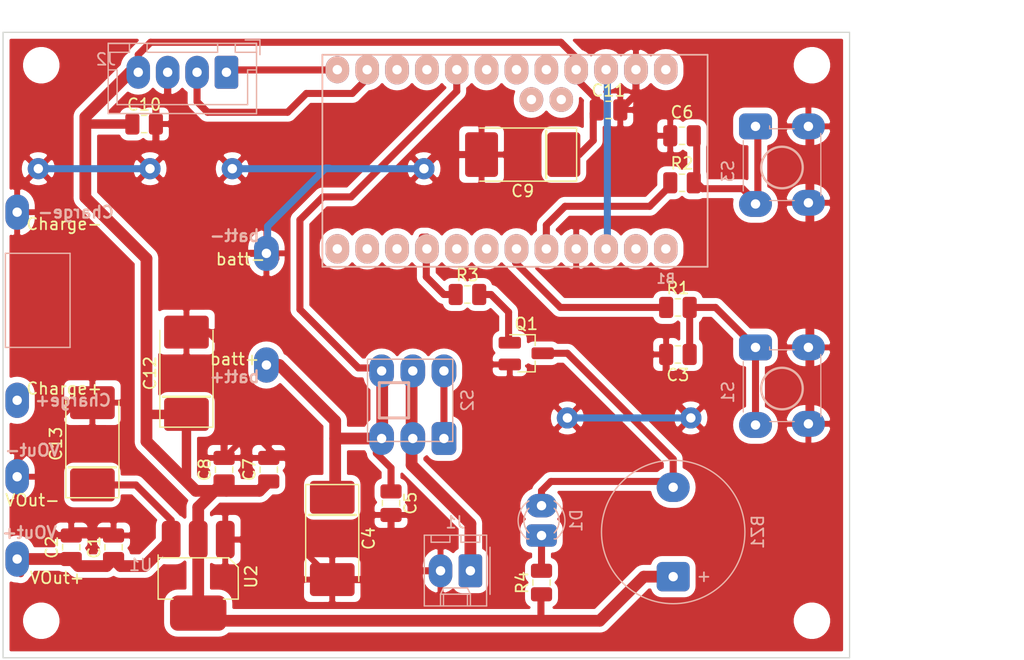
<source format=kicad_pcb>
(kicad_pcb (version 20171130) (host pcbnew "(5.1.10)-1")

  (general
    (thickness 1.6)
    (drawings 4)
    (tracks 177)
    (zones 0)
    (modules 38)
    (nets 34)
  )

  (page A4)
  (layers
    (0 F.Cu signal)
    (31 B.Cu signal)
    (32 B.Adhes user)
    (33 F.Adhes user)
    (34 B.Paste user)
    (35 F.Paste user)
    (36 B.SilkS user)
    (37 F.SilkS user)
    (38 B.Mask user)
    (39 F.Mask user)
    (40 Dwgs.User user)
    (41 Cmts.User user)
    (42 Eco1.User user)
    (43 Eco2.User user)
    (44 Edge.Cuts user)
    (45 Margin user)
    (46 B.CrtYd user hide)
    (47 F.CrtYd user hide)
    (48 B.Fab user hide)
    (49 F.Fab user)
  )

  (setup
    (last_trace_width 0.6)
    (trace_clearance 0.5)
    (zone_clearance 0.5)
    (zone_45_only no)
    (trace_min 0.2)
    (via_size 0.8)
    (via_drill 0.4)
    (via_min_size 0.4)
    (via_min_drill 0.3)
    (uvia_size 0.3)
    (uvia_drill 0.1)
    (uvias_allowed no)
    (uvia_min_size 0.2)
    (uvia_min_drill 0.1)
    (edge_width 0.1)
    (segment_width 0.2)
    (pcb_text_width 0.3)
    (pcb_text_size 1.5 1.5)
    (mod_edge_width 0.15)
    (mod_text_size 1 1)
    (mod_text_width 0.15)
    (pad_size 2.1 2.1)
    (pad_drill 2.1)
    (pad_to_mask_clearance 0)
    (aux_axis_origin 0 0)
    (grid_origin 74 116.75)
    (visible_elements 7FFFFFFF)
    (pcbplotparams
      (layerselection 0x01000_7fffffff)
      (usegerberextensions false)
      (usegerberattributes true)
      (usegerberadvancedattributes true)
      (creategerberjobfile true)
      (excludeedgelayer true)
      (linewidth 0.100000)
      (plotframeref false)
      (viasonmask false)
      (mode 1)
      (useauxorigin false)
      (hpglpennumber 1)
      (hpglpenspeed 20)
      (hpglpendiameter 15.000000)
      (psnegative false)
      (psa4output false)
      (plotreference true)
      (plotvalue true)
      (plotinvisibletext false)
      (padsonsilk false)
      (subtractmaskfromsilk false)
      (outputformat 1)
      (mirror false)
      (drillshape 0)
      (scaleselection 1)
      (outputdirectory "grbl/"))
  )

  (net 0 "")
  (net 1 GND)
  (net 2 "Net-(B1-Pad5)")
  (net 3 "Net-(B1-Pad7)")
  (net 4 "Net-(B1-Pad8)")
  (net 5 buzz_en)
  (net 6 "Net-(B1-Pad10)")
  (net 7 button_plus)
  (net 8 button_minus)
  (net 9 VBattCheck)
  (net 10 +5V)
  (net 11 "Net-(BZ1-Pad2)")
  (net 12 "Net-(J1-Pad1)")
  (net 13 "Net-(Q1-PadG)")
  (net 14 "Net-(U1-Pad2)")
  (net 15 "Net-(B1-PadA5)")
  (net 16 "Net-(B1-PadA4)")
  (net 17 "Net-(B1-Pad13)")
  (net 18 "Net-(B1-Pad12)")
  (net 19 "Net-(B1-Pad11)")
  (net 20 "Net-(B1-Pad4)")
  (net 21 "Net-(B1-PadRAW)")
  (net 22 "Net-(B1-PadRST)")
  (net 23 "Net-(B1-PadA3)")
  (net 24 "Net-(B1-PadA2)")
  (net 25 "Net-(B1-PadA1)")
  (net 26 "Net-(B1-PadRXI)")
  (net 27 "Net-(B1-PadTXO)")
  (net 28 "Net-(C3-Pad1)")
  (net 29 "Net-(C6-Pad1)")
  (net 30 "Net-(S2-Padopen)")
  (net 31 "Net-(B1-Pad9)")
  (net 32 /Out5.8V)
  (net 33 "Net-(D1-PadA)")

  (net_class Default "This is the default net class."
    (clearance 0.5)
    (trace_width 0.6)
    (via_dia 0.8)
    (via_drill 0.4)
    (uvia_dia 0.3)
    (uvia_drill 0.1)
    (add_net +5V)
    (add_net /Out5.8V)
    (add_net GND)
    (add_net "Net-(B1-Pad10)")
    (add_net "Net-(B1-Pad11)")
    (add_net "Net-(B1-Pad12)")
    (add_net "Net-(B1-Pad13)")
    (add_net "Net-(B1-Pad4)")
    (add_net "Net-(B1-Pad5)")
    (add_net "Net-(B1-Pad7)")
    (add_net "Net-(B1-Pad8)")
    (add_net "Net-(B1-Pad9)")
    (add_net "Net-(B1-PadA1)")
    (add_net "Net-(B1-PadA2)")
    (add_net "Net-(B1-PadA3)")
    (add_net "Net-(B1-PadA4)")
    (add_net "Net-(B1-PadA5)")
    (add_net "Net-(B1-PadRAW)")
    (add_net "Net-(B1-PadRST)")
    (add_net "Net-(B1-PadRXI)")
    (add_net "Net-(B1-PadTXO)")
    (add_net "Net-(BZ1-Pad2)")
    (add_net "Net-(C3-Pad1)")
    (add_net "Net-(C6-Pad1)")
    (add_net "Net-(D1-PadA)")
    (add_net "Net-(J1-Pad1)")
    (add_net "Net-(Q1-PadG)")
    (add_net "Net-(S2-Padopen)")
    (add_net "Net-(U1-Pad2)")
    (add_net VBattCheck)
    (add_net button_minus)
    (add_net button_plus)
    (add_net buzz_en)
  )

  (module myFootPrintLibs:TC4056ChargeBoostBoard (layer B.Cu) (tedit 60BE9D64) (tstamp 60B44154)
    (at 28.7 110.75)
    (path /60B473CF)
    (fp_text reference U1 (at 11.5 -1.5) (layer B.SilkS)
      (effects (font (size 1 1) (thickness 0.15)) (justify mirror))
    )
    (fp_text value chargeBoostBoard (at 10.5 1.5) (layer B.Fab)
      (effects (font (size 1 1) (thickness 0.15)) (justify mirror))
    )
    (fp_line (start 5.5 -20) (end 0 -20) (layer B.SilkS) (width 0.12))
    (fp_line (start 5.5 -28) (end 5.5 -20) (layer B.SilkS) (width 0.12))
    (fp_line (start 0 -28) (end 5.5 -28) (layer B.SilkS) (width 0.12))
    (fp_line (start 0 -20) (end 0 -28) (layer B.SilkS) (width 0.12))
    (fp_line (start 23.5 0) (end 0 0) (layer Dwgs.User) (width 0.12))
    (fp_line (start 23.5 -33) (end 23.5 0) (layer Dwgs.User) (width 0.12))
    (fp_line (start 0 -33) (end 23.5 -33) (layer Dwgs.User) (width 0.12))
    (fp_line (start 0 0) (end 0 -33) (layer Dwgs.User) (width 0.12))
    (fp_text user batt- (at 20 -27.5) (layer F.SilkS)
      (effects (font (size 1 1) (thickness 0.15)))
    )
    (fp_text user batt+ (at 19.5 -19) (layer F.SilkS)
      (effects (font (size 1 1) (thickness 0.15)))
    )
    (fp_text user Charge- (at 5 -30.5) (layer F.SilkS)
      (effects (font (size 1 1) (thickness 0.15)))
    )
    (fp_text user Charge+ (at 5 -16.5) (layer F.SilkS)
      (effects (font (size 1 1) (thickness 0.15)))
    )
    (fp_text user VOut- (at 2.3 -7) (layer F.SilkS)
      (effects (font (size 1 1) (thickness 0.15)))
    )
    (fp_text user VOut+ (at 4.4 -0.4) (layer F.SilkS)
      (effects (font (size 1 1) (thickness 0.15)))
    )
    (fp_text user VOut+ (at 2.05 -4.25) (layer B.SilkS)
      (effects (font (size 1 1) (thickness 0.2)) (justify mirror))
    )
    (fp_text user VOut- (at 2.3 -11.25) (layer B.SilkS)
      (effects (font (size 1 1) (thickness 0.2)) (justify mirror))
    )
    (fp_text user batt+ (at 19.5 -17.5) (layer B.SilkS)
      (effects (font (size 1 1) (thickness 0.2)) (justify mirror))
    )
    (fp_text user batt- (at 19.5 -29.5) (layer B.SilkS)
      (effects (font (size 1 1) (thickness 0.2)) (justify mirror))
    )
    (fp_text user Charge- (at 6 -31.5) (layer B.SilkS)
      (effects (font (size 1 1) (thickness 0.2)) (justify mirror))
    )
    (fp_text user Charge+ (at 5.75 -15.5) (layer B.SilkS)
      (effects (font (size 1 1) (thickness 0.2)) (justify mirror))
    )
    (pad 3 thru_hole oval (at 1 -9) (size 2 3) (drill 0.8) (layers *.Cu *.Mask)
      (net 1 GND))
    (pad 4 thru_hole oval (at 1 -2) (size 2 3) (drill 0.8) (layers *.Cu *.Mask)
      (net 32 /Out5.8V))
    (pad 5 thru_hole oval (at 22.2 -18.5) (size 2.1 3) (drill 0.8) (layers *.Cu *.Mask)
      (net 9 VBattCheck))
    (pad 6 thru_hole oval (at 22.2 -28) (size 2.1 3) (drill 0.8) (layers *.Cu *.Mask)
      (net 1 GND))
    (pad 2 thru_hole oval (at 1 -15.5) (size 2 3) (drill 0.8) (layers *.Cu *.Mask)
      (net 14 "Net-(U1-Pad2)"))
    (pad 1 thru_hole oval (at 1 -31.5) (size 2 3) (drill 0.8) (layers *.Cu *.Mask)
      (net 1 GND))
  )

  (module myFootPrintLibs:SW_PUSH_LOCK__8.5mm_H8.5mm (layer B.Cu) (tedit 60BBFA17) (tstamp 60B47417)
    (at 66 98.5 90)
    (descr "tactile push button, 6x6mm e.g. PHAP33xx series, height=8.5mm")
    (tags "tact sw push 6mm")
    (path /60B5DE71)
    (fp_text reference S2 (at 3.25 2 270) (layer B.SilkS)
      (effects (font (size 1 1) (thickness 0.15)) (justify mirror))
    )
    (fp_text value SWITCH-SPDT-PTH-11.6X4.0MM-KIT (at -0.5 -8.25 270) (layer B.Fab)
      (effects (font (size 1 1) (thickness 0.15)) (justify mirror))
    )
    (fp_line (start -1.5 -7) (end 8 -7) (layer B.CrtYd) (width 0.05))
    (fp_line (start 6.75 -6.5) (end 6.75 0.75) (layer B.SilkS) (width 0.12))
    (fp_line (start 6.75 0.75) (end -0.25 0.75) (layer B.SilkS) (width 0.12))
    (fp_line (start -0.25 0.75) (end -0.25 -6.5) (layer B.SilkS) (width 0.12))
    (fp_line (start -0.25 -6.5) (end 6.75 -6.5) (layer B.SilkS) (width 0.12))
    (fp_line (start 8 1.25) (end 8 -7) (layer B.CrtYd) (width 0.05))
    (fp_line (start -1.5 -7) (end -1.5 1.25) (layer B.CrtYd) (width 0.05))
    (fp_line (start -1.25 1.5) (end 7.75 1.5) (layer B.CrtYd) (width 0.05))
    (fp_line (start -1.5 1.5) (end -1.25 1.5) (layer B.CrtYd) (width 0.05))
    (fp_line (start -1.5 1.25) (end -1.5 1.5) (layer B.CrtYd) (width 0.05))
    (fp_line (start 8 1.5) (end 8 1.25) (layer B.CrtYd) (width 0.05))
    (fp_line (start 7.75 1.5) (end 8 1.5) (layer B.CrtYd) (width 0.05))
    (fp_line (start 0.25 0.75) (end 3.25 0.75) (layer B.Fab) (width 0.1))
    (fp_line (start 0.25 -5.25) (end 0.25 0.75) (layer B.Fab) (width 0.1))
    (fp_line (start 8 -7) (end -1.5 -7) (layer B.Fab) (width 0.1))
    (fp_line (start 6.25 0.75) (end 6.25 -5.25) (layer B.Fab) (width 0.1))
    (fp_line (start 3.25 0.75) (end 6.25 0.75) (layer B.Fab) (width 0.1))
    (fp_line (start 1.75 -3) (end 4.75 -3) (layer B.SilkS) (width 0.25))
    (fp_line (start 4.75 -3) (end 4.75 -5.5) (layer B.SilkS) (width 0.25))
    (fp_line (start 4.75 -5.5) (end 1.75 -5.5) (layer B.SilkS) (width 0.25))
    (fp_line (start 1.75 -5.5) (end 1.75 -3) (layer B.SilkS) (width 0.25))
    (fp_line (start 1.5 -3) (end 5 -3) (layer Dwgs.User) (width 0.12))
    (fp_line (start 5 -3) (end 5 -5.75) (layer Dwgs.User) (width 0.12))
    (fp_line (start 5 -5.75) (end 1.5 -5.75) (layer Dwgs.User) (width 0.12))
    (fp_line (start 1.5 -5.75) (end 1.5 -3) (layer Dwgs.User) (width 0.12))
    (pad signal thru_hole oval (at 0 -2.65) (size 2.1 2.8) (drill 0.8) (layers *.Cu *.Mask)
      (net 12 "Net-(J1-Pad1)"))
    (pad open thru_hole roundrect (at 0 0) (size 2.1 2.8) (drill 0.8) (layers *.Cu *.Mask) (roundrect_rratio 0.25)
      (net 30 "Net-(S2-Padopen)"))
    (pad close thru_hole oval (at 5.75 -5.3) (size 2.1 2.8) (drill 0.8) (layers *.Cu *.Mask)
      (net 9 VBattCheck))
    (pad open thru_hole oval (at 5.75 0) (size 2.1 2.8) (drill 0.8) (layers *.Cu *.Mask)
      (net 30 "Net-(S2-Padopen)"))
    (pad close thru_hole oval (at 0 -5.3) (size 2.1 2.8) (drill 0.8) (layers *.Cu *.Mask)
      (net 9 VBattCheck))
    (pad signal thru_hole oval (at 5.75 -2.65) (size 2.1 2.8) (drill 0.8) (layers *.Cu *.Mask)
      (net 12 "Net-(J1-Pad1)"))
    (model ${KISYS3DMOD}/Button_Switch_THT.3dshapes/SW_PUSH_6mm_H8.5mm.wrl
      (at (xyz 0 0 0))
      (scale (xyz 1 1 1))
      (rotate (xyz 0 0 0))
    )
  )

  (module myFootPrintLibs:SOT-223-3_TabPin2 (layer F.Cu) (tedit 60B8237B) (tstamp 60B49DDC)
    (at 45.1 110.25 270)
    (descr "module CMS SOT223 4 pins")
    (tags "CMS SOT")
    (path /60B3937F)
    (attr smd)
    (fp_text reference U2 (at 0 -4.5 90) (layer F.SilkS)
      (effects (font (size 1 1) (thickness 0.15)))
    )
    (fp_text value AMS1117-5.0 (at 0 4.5 90) (layer F.Fab)
      (effects (font (size 1 1) (thickness 0.15)))
    )
    (fp_line (start 1.91 3.41) (end 1.91 2.15) (layer F.SilkS) (width 0.12))
    (fp_line (start 1.91 -3.41) (end 1.91 -2.15) (layer F.SilkS) (width 0.12))
    (fp_line (start 4.4 -3.6) (end -4.4 -3.6) (layer F.CrtYd) (width 0.05))
    (fp_line (start 4.4 3.6) (end 4.4 -3.6) (layer F.CrtYd) (width 0.05))
    (fp_line (start -4.4 3.6) (end 4.4 3.6) (layer F.CrtYd) (width 0.05))
    (fp_line (start -4.4 -3.6) (end -4.4 3.6) (layer F.CrtYd) (width 0.05))
    (fp_line (start -1.85 -2.35) (end -0.85 -3.35) (layer F.Fab) (width 0.1))
    (fp_line (start -1.85 -2.35) (end -1.85 3.35) (layer F.Fab) (width 0.1))
    (fp_line (start -1.85 3.41) (end 1.91 3.41) (layer F.SilkS) (width 0.12))
    (fp_line (start -0.85 -3.35) (end 1.85 -3.35) (layer F.Fab) (width 0.1))
    (fp_line (start -0.8 -3.4) (end 1.91 -3.41) (layer F.SilkS) (width 0.12))
    (fp_line (start -1.85 3.35) (end 1.85 3.35) (layer F.Fab) (width 0.1))
    (fp_line (start 1.85 -3.35) (end 1.85 3.35) (layer F.Fab) (width 0.1))
    (fp_line (start -1.6 -2.6) (end -1.6 3.4) (layer F.SilkS) (width 0.12))
    (fp_line (start -1.6 -2.6) (end -0.8 -3.4) (layer F.SilkS) (width 0.12))
    (fp_text user %R (at 0 0) (layer F.Fab)
      (effects (font (size 0.8 0.8) (thickness 0.12)))
    )
    (pad 1 smd roundrect (at -3.15 -2.3 270) (size 3.2 1.6) (layers F.Cu F.Paste F.Mask) (roundrect_rratio 0.25)
      (net 1 GND))
    (pad 3 smd roundrect (at -3.15 2.3 270) (size 3.2 1.6) (layers F.Cu F.Paste F.Mask) (roundrect_rratio 0.25)
      (net 32 /Out5.8V))
    (pad 2 smd roundrect (at -3.15 0 270) (size 3.2 1.6) (layers F.Cu F.Paste F.Mask) (roundrect_rratio 0.25)
      (net 10 +5V))
    (pad 2 smd roundrect (at 3.1 0 270) (size 3 4.8) (layers F.Cu F.Paste F.Mask) (roundrect_rratio 0.22)
      (net 10 +5V))
    (model ${KISYS3DMOD}/Package_TO_SOT_SMD.3dshapes/SOT-223.wrl
      (at (xyz 0 0 0))
      (scale (xyz 1 1 1))
      (rotate (xyz 0 0 0))
    )
  )

  (module myFootPrintLibs:arduino_pro_mini (layer B.Cu) (tedit 60B82143) (tstamp 60B43F76)
    (at 70.9 74.75 180)
    (descr "IC, ARDUINO_PRO_MINI x 0,6\"")
    (tags "DIL ARDUINO PRO MINI")
    (path /60B67C5A)
    (fp_text reference B1 (at -13.97 -10.16) (layer B.SilkS)
      (effects (font (size 0.8 0.8) (thickness 0.16)) (justify mirror))
    )
    (fp_text value ARDUINO_PRO_MINI (at 0 0) (layer B.Fab) hide
      (effects (font (size 0.8 0.8) (thickness 0.16)) (justify mirror))
    )
    (fp_line (start -17.526 8.89) (end 15.24 8.89) (layer B.SilkS) (width 0.15))
    (fp_line (start 15.24 -9.144) (end -17.526 -9.144) (layer B.SilkS) (width 0.15))
    (fp_line (start -17.526 8.89) (end -17.526 -9.144) (layer B.SilkS) (width 0.15))
    (fp_line (start 15.24 -9.144) (end 15.24 8.89) (layer B.SilkS) (width 0.15))
    (pad TXO thru_hole oval (at -13.97 -7.62 180) (size 2 2.5) (drill 0.8) (layers *.Cu *.Mask B.SilkS)
      (net 27 "Net-(B1-PadTXO)"))
    (pad RXI thru_hole oval (at -11.43 -7.62 180) (size 2 2.5) (drill 0.8) (layers *.Cu *.Mask B.SilkS)
      (net 26 "Net-(B1-PadRXI)"))
    (pad RST thru_hole oval (at -8.89 -7.62 180) (size 2 2.5) (drill 0.8) (layers *.Cu *.Mask B.SilkS)
      (net 22 "Net-(B1-PadRST)"))
    (pad GND thru_hole oval (at -6.35 -7.62 180) (size 2 2.5) (drill 0.8) (layers *.Cu *.Mask B.SilkS)
      (net 1 GND))
    (pad 2 thru_hole oval (at -3.81 -7.62 180) (size 2 2.5) (drill 0.8) (layers *.Cu *.Mask B.SilkS)
      (net 8 button_minus))
    (pad 3 thru_hole oval (at -1.27 -7.62 180) (size 2 2.5) (drill 0.8) (layers *.Cu *.Mask B.SilkS)
      (net 7 button_plus))
    (pad 4 thru_hole oval (at 1.27 -7.62 180) (size 2 2.5) (drill 0.8) (layers *.Cu *.Mask B.SilkS)
      (net 20 "Net-(B1-Pad4)"))
    (pad 5 thru_hole oval (at 3.81 -7.62 180) (size 2 2.5) (drill 0.8) (layers *.Cu *.Mask B.SilkS)
      (net 2 "Net-(B1-Pad5)"))
    (pad 6 thru_hole oval (at 6.35 -7.62 180) (size 2 2.5) (drill 0.8) (layers *.Cu *.Mask B.SilkS)
      (net 5 buzz_en))
    (pad 7 thru_hole oval (at 8.89 -7.62 180) (size 2 2.5) (drill 0.8) (layers *.Cu *.Mask B.SilkS)
      (net 3 "Net-(B1-Pad7)"))
    (pad 8 thru_hole oval (at 11.43 -7.62 180) (size 2 2.5) (drill 0.8) (layers *.Cu *.Mask B.SilkS)
      (net 4 "Net-(B1-Pad8)"))
    (pad 9 thru_hole oval (at 13.97 -7.62 180) (size 2 2.5) (drill 0.8) (layers *.Cu *.Mask B.SilkS)
      (net 31 "Net-(B1-Pad9)"))
    (pad 10 thru_hole oval (at 13.97 7.62 180) (size 2 2.3) (drill 0.8) (layers *.Cu *.Mask B.SilkS)
      (net 6 "Net-(B1-Pad10)"))
    (pad 11 thru_hole oval (at 11.43 7.62 180) (size 2 2.5) (drill 0.8) (layers *.Cu *.Mask B.SilkS)
      (net 19 "Net-(B1-Pad11)"))
    (pad 12 thru_hole oval (at 8.89 7.62 180) (size 2 2.5) (drill 0.8) (layers *.Cu *.Mask B.SilkS)
      (net 18 "Net-(B1-Pad12)"))
    (pad 13 thru_hole oval (at 6.35 7.62 180) (size 2 2.5) (drill 0.8) (layers *.Cu *.Mask B.SilkS)
      (net 17 "Net-(B1-Pad13)"))
    (pad A0 thru_hole oval (at 3.81 7.62 180) (size 2 2.5) (drill 0.8) (layers *.Cu *.Mask B.SilkS)
      (net 9 VBattCheck))
    (pad A1 thru_hole oval (at 1.27 7.62 180) (size 2 2.5) (drill 0.8) (layers *.Cu *.Mask B.SilkS)
      (net 25 "Net-(B1-PadA1)"))
    (pad A2 thru_hole oval (at -1.27 7.62 180) (size 2 2.5) (drill 0.8) (layers *.Cu *.Mask B.SilkS)
      (net 24 "Net-(B1-PadA2)"))
    (pad A3 thru_hole oval (at -3.81 7.62 180) (size 2 2.5) (drill 0.8) (layers *.Cu *.Mask B.SilkS)
      (net 23 "Net-(B1-PadA3)"))
    (pad VCC thru_hole oval (at -6.35 7.62 180) (size 2 2.5) (drill 0.8) (layers *.Cu *.Mask B.SilkS)
      (net 10 +5V))
    (pad RST thru_hole oval (at -8.89 7.62 180) (size 2 2.5) (drill 0.8) (layers *.Cu *.Mask B.SilkS)
      (net 22 "Net-(B1-PadRST)"))
    (pad GND thru_hole oval (at -11.43 7.62 180) (size 2 2.5) (drill 0.8) (layers *.Cu *.Mask B.SilkS)
      (net 1 GND))
    (pad RAW thru_hole oval (at -13.97 7.62 180) (size 2 2.5) (drill 0.8) (layers *.Cu *.Mask B.SilkS)
      (net 21 "Net-(B1-PadRAW)"))
    (pad A4 thru_hole oval (at -2.54 5.08 180) (size 2 2.1) (drill 0.8) (layers *.Cu *.Mask B.SilkS)
      (net 16 "Net-(B1-PadA4)"))
    (pad A5 thru_hole oval (at -5.08 5.08 180) (size 2 2.1) (drill 0.8) (layers *.Cu *.Mask B.SilkS)
      (net 15 "Net-(B1-PadA5)"))
    (model Socket_Strips.3dshapes/Socket_Strip_Straight_1x02_Pitch2.54mm.wrl
      (offset (xyz -3.809999942779541 5.079999923706055 0))
      (scale (xyz 1 1 1))
      (rotate (xyz 0 0 0))
    )
    (model Socket_Strips.3dshapes/Socket_Strip_Straight_1x03_Pitch2.54mm.wrl
      (offset (xyz 13.96999979019165 2.539999961853027 0))
      (scale (xyz 1 1 1))
      (rotate (xyz 0 0 90))
    )
    (model Socket_Strips.3dshapes/Socket_Strip_Straight_1x12_Pitch2.54mm.wrl
      (offset (xyz 0 7.619999885559082 0))
      (scale (xyz 1 1 1))
      (rotate (xyz 0 0 0))
    )
    (model Socket_Strips.3dshapes/Socket_Strip_Straight_1x12_Pitch2.54mm.wrl
      (offset (xyz 0 -7.619999885559082 0))
      (scale (xyz 1 1 1))
      (rotate (xyz 0 0 0))
    )
    (model Socket_Strips.3dshapes/Socket_Strip_Straight_1x02_Pitch2.54mm.wrl
      (offset (xyz 6.349999904632568 5.079999923706055 0))
      (scale (xyz 1 1 1))
      (rotate (xyz 0 0 0))
    )
    (model ${MYSLOCAL}/mysensors.3dshapes/mysensors_arduino.3dshapes/arduino_pro_mini.wrl
      (offset (xyz -1.269999980926514 0 12.19199981689453))
      (scale (xyz 0.395 0.395 0.395))
      (rotate (xyz 0 0 180))
    )
    (model SMD_Packages.3dshapes/TQFP-32.wrl
      (offset (xyz 1.269999980926514 0 13.01749980449676))
      (scale (xyz 1 1 1))
      (rotate (xyz 0 0 315))
    )
    (model Pin_Headers.3dshapes/Pin_Header_Straight_1x12_Pitch2.54mm.wrl
      (offset (xyz 13.96999979019165 -7.619999885559082 11.30299983024597))
      (scale (xyz 1 1 1))
      (rotate (xyz 0 180 90))
    )
    (model Pin_Headers.3dshapes/Pin_Header_Straight_1x12_Pitch2.54mm.wrl
      (offset (xyz 13.96999979019165 7.619999885559082 11.30299983024597))
      (scale (xyz 1 1 1))
      (rotate (xyz 0 180 90))
    )
    (model Pin_Headers.3dshapes/Pin_Header_Straight_1x03_Pitch2.54mm.wrl
      (offset (xyz 13.96999979019165 5.079999923706055 11.30299983024597))
      (scale (xyz 1 1 1))
      (rotate (xyz 0 180 0))
    )
    (model Pin_Headers.3dshapes/Pin_Header_Straight_1x02_Pitch2.54mm.wrl
      (offset (xyz 7.619999885559082 5.079999923706055 11.30299983024597))
      (scale (xyz 1 1 1))
      (rotate (xyz 0 180 90))
    )
    (model Pin_Headers.3dshapes/Pin_Header_Straight_1x02_Pitch2.54mm.wrl
      (offset (xyz -2.539999961853027 5.079999923706055 11.30299983024597))
      (scale (xyz 1 1 1))
      (rotate (xyz 0 180 90))
    )
    (model ${MYSLOCAL}/mysensors.3dshapes/w.lain.3dshapes/smd_leds/led_0603.wrl
      (offset (xyz -7.619999885559082 0 13.01749980449676))
      (scale (xyz 1 1 1))
      (rotate (xyz 0 0 0))
    )
    (model ${MYSLOCAL}/mysensors.3dshapes/w.lain.3dshapes/smd_leds/led_0603.wrl
      (offset (xyz 13.96999979019165 -4.444999933242798 13.01749980449676))
      (scale (xyz 1 1 1))
      (rotate (xyz 0 0 0))
    )
    (model Pin_Headers.3dshapes/Pin_Header_Angled_1x06_Pitch2.54mm.wrl
      (offset (xyz -16.50999975204468 -6.349999904632568 13.01749980449676))
      (scale (xyz 1 1 1))
      (rotate (xyz 0 0 180))
    )
    (model Resistors_SMD.3dshapes/R_0603.wrl
      (offset (xyz -7.619999885559082 -1.269999980926514 13.01749980449676))
      (scale (xyz 1 1 1))
      (rotate (xyz 0 0 0))
    )
    (model Resistors_SMD.3dshapes/R_0603.wrl
      (offset (xyz 13.96999979019165 -3.174999952316284 13.01749980449676))
      (scale (xyz 1 1 1))
      (rotate (xyz 0 0 0))
    )
    (model Capacitors_SMD.3dshapes/C_0603.wrl
      (offset (xyz -7.619999885559082 1.269999980926514 13.01749980449676))
      (scale (xyz 1 1 1))
      (rotate (xyz 0 0 0))
    )
    (model Capacitors_Tantalum_SMD.3dshapes/CP_Tantalum_Case-S_EIA-3216-12.wrl
      (offset (xyz -8.889999866485596 3.809999942779541 13.01749980449676))
      (scale (xyz 1 1 1))
      (rotate (xyz 0 0 0))
    )
    (model Capacitors_Tantalum_SMD.3dshapes/CP_Tantalum_Case-S_EIA-3216-12.wrl
      (offset (xyz -8.889999866485596 -3.809999942779541 13.01749980449676))
      (scale (xyz 1 1 1))
      (rotate (xyz 0 0 0))
    )
    (model TO_SOT_Packages_SMD.3dshapes/SOT-23-5.wrl
      (offset (xyz -10.15999984741211 0 13.01749980449676))
      (scale (xyz 1 1 1))
      (rotate (xyz 0 0 90))
    )
    (model Capacitors_SMD.3dshapes/C_1210.wrl
      (offset (xyz -12.69999980926514 0 13.01749980449676))
      (scale (xyz 1 1 1))
      (rotate (xyz 0 0 90))
    )
    (model ${MYSLOCAL}/mysensors.3dshapes/w.lain.3dshapes/switch/smd_push.wrl
      (offset (xyz 10.15999984741211 0 13.01749980449676))
      (scale (xyz 1 1 1))
      (rotate (xyz 0 0 90))
    )
  )

  (module myFootPrintLibs:via (layer F.Cu) (tedit 60B5B440) (tstamp 60B85F3E)
    (at 31.5 75.55)
    (fp_text reference REF** (at 1 2) (layer F.SilkS) hide
      (effects (font (size 1 1) (thickness 0.15)))
    )
    (fp_text value via (at 1.5 -2.5) (layer F.Fab)
      (effects (font (size 1 1) (thickness 0.15)))
    )
    (pad 1 thru_hole circle (at 0 0) (size 1.8 1.8) (drill 0.8) (layers *.Cu *.Mask)
      (net 1 GND))
  )

  (module myFootPrintLibs:via (layer F.Cu) (tedit 60B5B440) (tstamp 60B85D26)
    (at 41 75.55)
    (fp_text reference REF** (at 1 2) (layer F.SilkS) hide
      (effects (font (size 1 1) (thickness 0.15)))
    )
    (fp_text value via (at 1.5 -2.5) (layer F.Fab)
      (effects (font (size 1 1) (thickness 0.15)))
    )
    (pad 1 thru_hole circle (at 0 0) (size 1.8 1.8) (drill 0.8) (layers *.Cu *.Mask)
      (net 1 GND))
  )

  (module myFootPrintLibs:MountingHole_2.1mm (layer F.Cu) (tedit 60B7EDA1) (tstamp 60B6ACDF)
    (at 31.75 114)
    (descr "Mounting Hole 2.1mm, no annular")
    (tags "mounting hole 2.1mm no annular")
    (attr virtual)
    (fp_text reference "" (at 0 -3.2) (layer F.SilkS)
      (effects (font (size 1 1) (thickness 0.15)))
    )
    (fp_text value MountingHole_2.1mm (at 10 1.25) (layer F.Fab)
      (effects (font (size 1 1) (thickness 0.15)))
    )
    (fp_circle (center 0 0) (end 2.35 0) (layer F.CrtYd) (width 0.05))
    (fp_circle (center 0 0) (end 2.1 0) (layer Cmts.User) (width 0.15))
    (fp_text user %R (at 0.3 0) (layer F.Fab)
      (effects (font (size 1 1) (thickness 0.15)))
    )
    (pad "" np_thru_hole circle (at 0 0) (size 2.1 2.1) (drill 2.1) (layers *.Cu *.Mask))
  )

  (module myFootPrintLibs:MountingHole_2.1mm (layer F.Cu) (tedit 60B7EDA1) (tstamp 60B6AD6B)
    (at 97.3 114)
    (descr "Mounting Hole 2.1mm, no annular")
    (tags "mounting hole 2.1mm no annular")
    (attr virtual)
    (fp_text reference "" (at 0 -3.2) (layer F.SilkS)
      (effects (font (size 1 1) (thickness 0.15)))
    )
    (fp_text value MountingHole_2.1mm (at 10 1.25) (layer F.Fab)
      (effects (font (size 1 1) (thickness 0.15)))
    )
    (fp_circle (center 0 0) (end 2.35 0) (layer F.CrtYd) (width 0.05))
    (fp_circle (center 0 0) (end 2.1 0) (layer Cmts.User) (width 0.15))
    (fp_text user %R (at 0.3 0) (layer F.Fab)
      (effects (font (size 1 1) (thickness 0.15)))
    )
    (pad "" np_thru_hole circle (at 0 0) (size 2.1 2.1) (drill 2.1) (layers *.Cu *.Mask))
  )

  (module myFootPrintLibs:MountingHole_2.1mm (layer F.Cu) (tedit 60B7EDA1) (tstamp 60B5822D)
    (at 97.3 66.75)
    (descr "Mounting Hole 2.1mm, no annular")
    (tags "mounting hole 2.1mm no annular")
    (attr virtual)
    (fp_text reference " " (at 0 -4.7) (layer F.SilkS)
      (effects (font (size 1 1) (thickness 0.15)))
    )
    (fp_text value MountingHole_2.1mm (at 0 3.2) (layer F.Fab)
      (effects (font (size 1 1) (thickness 0.15)))
    )
    (fp_circle (center 0 0) (end 2.35 0) (layer F.CrtYd) (width 0.05))
    (fp_circle (center 0 0) (end 2.1 0) (layer Cmts.User) (width 0.15))
    (fp_text user %R (at 0.3 0) (layer F.Fab)
      (effects (font (size 1 1) (thickness 0.15)))
    )
    (pad "" np_thru_hole circle (at 0 0) (size 2.1 2.1) (drill 2.1) (layers *.Cu *.Mask))
  )

  (module myFootPrintLibs:MountingHole_2.1mm (layer F.Cu) (tedit 60B7EDA1) (tstamp 60B57FEA)
    (at 31.75 66.75)
    (descr "Mounting Hole 2.1mm, no annular")
    (tags "mounting hole 2.1mm no annular")
    (attr virtual)
    (fp_text reference REF** (at 0.15 0.1) (layer F.Fab) hide
      (effects (font (size 1 1) (thickness 0.15)))
    )
    (fp_text value MountingHole_2.1mm (at 3.25 3.5) (layer F.Fab) hide
      (effects (font (size 1 1) (thickness 0.15)))
    )
    (fp_circle (center 0 0) (end 2.35 0) (layer F.CrtYd) (width 0.05))
    (fp_circle (center 0 0) (end 2.1 0) (layer Cmts.User) (width 0.15))
    (pad "" np_thru_hole circle (at 0 0) (size 2.1 2.1) (drill 2.1) (layers *.Cu *.Mask))
  )

  (module myFootPrintLibs:LED_D3.0mm (layer B.Cu) (tedit 60B6DF0C) (tstamp 60B44066)
    (at 74.3 106.75 90)
    (descr "LED, diameter 3.0mm, 2 pins")
    (tags "LED diameter 3.0mm 2 pins")
    (path /60B941A7)
    (fp_text reference D1 (at 1.27 2.96 270) (layer B.SilkS)
      (effects (font (size 1 1) (thickness 0.15)) (justify mirror))
    )
    (fp_text value LED3MM (at 1.27 -2.96 270) (layer B.Fab) hide
      (effects (font (size 1 1) (thickness 0.15)) (justify mirror))
    )
    (fp_line (start 3.7 2.25) (end -1.15 2.25) (layer B.CrtYd) (width 0.05))
    (fp_line (start 3.7 -2.25) (end 3.7 2.25) (layer B.CrtYd) (width 0.05))
    (fp_line (start -1.15 -2.25) (end 3.7 -2.25) (layer B.CrtYd) (width 0.05))
    (fp_line (start -1.15 2.25) (end -1.15 -2.25) (layer B.CrtYd) (width 0.05))
    (fp_line (start -0.29 -1.08) (end -0.29 -1.236) (layer B.SilkS) (width 0.12))
    (fp_line (start -0.29 1.236) (end -0.29 1.08) (layer B.SilkS) (width 0.12))
    (fp_line (start -0.23 1.16619) (end -0.23 -1.16619) (layer B.Fab) (width 0.1))
    (fp_circle (center 1.27 0) (end 2.77 0) (layer B.Fab) (width 0.1))
    (fp_arc (start 1.27 0) (end -0.23 1.16619) (angle -284.3) (layer B.Fab) (width 0.1))
    (fp_arc (start 1.27 0) (end -0.29 1.235516) (angle -108.8) (layer B.SilkS) (width 0.12))
    (fp_arc (start 1.27 0) (end -0.29 -1.235516) (angle 108.8) (layer B.SilkS) (width 0.12))
    (fp_arc (start 1.27 0) (end 0.229039 1.08) (angle -87.9) (layer B.SilkS) (width 0.12))
    (fp_arc (start 1.27 0) (end 0.229039 -1.08) (angle 87.9) (layer B.SilkS) (width 0.12))
    (pad A thru_hole roundrect (at 0 0 90) (size 1.9 2.6) (drill 0.8) (layers *.Cu *.Mask) (roundrect_rratio 0.22)
      (net 33 "Net-(D1-PadA)"))
    (pad K thru_hole oval (at 2.54 0 90) (size 2 2.6) (drill 0.8) (layers *.Cu *.Mask)
      (net 11 "Net-(BZ1-Pad2)"))
    (model ${KISYS3DMOD}/LED_THT.3dshapes/LED_D3.0mm.wrl
      (at (xyz 0 0 0))
      (scale (xyz 1 1 1))
      (rotate (xyz 0 0 0))
    )
  )

  (module myFootPrintLibs:via (layer F.Cu) (tedit 60B5B440) (tstamp 60B747B0)
    (at 48 75.55)
    (fp_text reference REF** (at 1 2) (layer F.SilkS) hide
      (effects (font (size 1 1) (thickness 0.15)))
    )
    (fp_text value via (at 1.5 -2.5) (layer F.Fab)
      (effects (font (size 1 1) (thickness 0.15)))
    )
    (pad 1 thru_hole circle (at 0 0) (size 1.8 1.8) (drill 0.8) (layers *.Cu *.Mask)
      (net 1 GND))
  )

  (module myFootPrintLibs:via (layer F.Cu) (tedit 60B5B440) (tstamp 60B745C9)
    (at 64.3 75.55)
    (fp_text reference REF** (at 1 2) (layer F.SilkS) hide
      (effects (font (size 1 1) (thickness 0.15)))
    )
    (fp_text value via (at 1.5 -2.5) (layer F.Fab)
      (effects (font (size 1 1) (thickness 0.15)))
    )
    (pad 1 thru_hole circle (at 0 0) (size 1.8 1.8) (drill 0.8) (layers *.Cu *.Mask)
      (net 1 GND))
  )

  (module myFootPrintLibs:via (layer F.Cu) (tedit 60B5B440) (tstamp 60B6626B)
    (at 87 96.75)
    (fp_text reference REF** (at 1 2) (layer F.SilkS) hide
      (effects (font (size 1 1) (thickness 0.15)))
    )
    (fp_text value via (at 1.5 -2.5) (layer F.Fab)
      (effects (font (size 1 1) (thickness 0.15)))
    )
    (pad 1 thru_hole circle (at 0 0) (size 1.8 1.8) (drill 0.8) (layers *.Cu *.Mask)
      (net 1 GND))
  )

  (module myFootPrintLibs:via (layer F.Cu) (tedit 60B5B448) (tstamp 60B6625B)
    (at 76.5 96.75)
    (fp_text reference REF** (at 1 2) (layer F.SilkS) hide
      (effects (font (size 1 1) (thickness 0.15)))
    )
    (fp_text value via (at 1.5 -2.5) (layer F.Fab)
      (effects (font (size 1 1) (thickness 0.15)))
    )
    (pad 1 thru_hole circle (at 0 0) (size 1.8 1.8) (drill 0.8) (layers *.Cu *.Mask)
      (net 1 GND))
  )

  (module myFootPrintLibs:Molex_KK-254_AE-6410-02A_1x02_P2.54mm_Vertical (layer B.Cu) (tedit 60B41E51) (tstamp 60B49CCA)
    (at 68.25 109.75 180)
    (descr "Molex KK-254 Interconnect System, old/engineering part number: AE-6410-02A example for new part number: 22-27-2021, 2 Pins (http://www.molex.com/pdm_docs/sd/022272021_sd.pdf), generated with kicad-footprint-generator")
    (tags "connector Molex KK-254 vertical")
    (path /60B50165)
    (fp_text reference J1 (at 1.27 4.12) (layer B.SilkS)
      (effects (font (size 1 1) (thickness 0.15)) (justify mirror))
    )
    (fp_text value Batt (at 1.27 -4.08) (layer B.Fab)
      (effects (font (size 1 1) (thickness 0.15)) (justify mirror))
    )
    (fp_line (start 4.31 3.42) (end -1.77 3.42) (layer B.CrtYd) (width 0.05))
    (fp_line (start 4.31 -3.38) (end 4.31 3.42) (layer B.CrtYd) (width 0.05))
    (fp_line (start -1.77 -3.38) (end 4.31 -3.38) (layer B.CrtYd) (width 0.05))
    (fp_line (start -1.77 3.42) (end -1.77 -3.38) (layer B.CrtYd) (width 0.05))
    (fp_line (start 3.34 2.43) (end 3.34 3.03) (layer B.SilkS) (width 0.12))
    (fp_line (start 1.74 2.43) (end 3.34 2.43) (layer B.SilkS) (width 0.12))
    (fp_line (start 1.74 3.03) (end 1.74 2.43) (layer B.SilkS) (width 0.12))
    (fp_line (start 0.8 2.43) (end 0.8 3.03) (layer B.SilkS) (width 0.12))
    (fp_line (start -0.8 2.43) (end 0.8 2.43) (layer B.SilkS) (width 0.12))
    (fp_line (start -0.8 3.03) (end -0.8 2.43) (layer B.SilkS) (width 0.12))
    (fp_line (start 2.29 -2.99) (end 2.29 -1.99) (layer B.SilkS) (width 0.12))
    (fp_line (start 0.25 -2.99) (end 0.25 -1.99) (layer B.SilkS) (width 0.12))
    (fp_line (start 2.29 -1.46) (end 2.54 -1.99) (layer B.SilkS) (width 0.12))
    (fp_line (start 0.25 -1.46) (end 2.29 -1.46) (layer B.SilkS) (width 0.12))
    (fp_line (start 0 -1.99) (end 0.25 -1.46) (layer B.SilkS) (width 0.12))
    (fp_line (start 2.54 -1.99) (end 2.54 -2.99) (layer B.SilkS) (width 0.12))
    (fp_line (start 0 -1.99) (end 2.54 -1.99) (layer B.SilkS) (width 0.12))
    (fp_line (start 0 -2.99) (end 0 -1.99) (layer B.SilkS) (width 0.12))
    (fp_line (start -0.562893 0) (end -1.27 -0.5) (layer B.Fab) (width 0.1))
    (fp_line (start -1.27 0.5) (end -0.562893 0) (layer B.Fab) (width 0.1))
    (fp_line (start -1.67 2) (end -1.67 -2) (layer B.SilkS) (width 0.12))
    (fp_line (start 3.92 3.03) (end -1.38 3.03) (layer B.SilkS) (width 0.12))
    (fp_line (start 3.92 -2.99) (end 3.92 3.03) (layer B.SilkS) (width 0.12))
    (fp_line (start -1.38 -2.99) (end 3.92 -2.99) (layer B.SilkS) (width 0.12))
    (fp_line (start -1.38 3.03) (end -1.38 -2.99) (layer B.SilkS) (width 0.12))
    (fp_line (start 3.81 2.92) (end -1.27 2.92) (layer B.Fab) (width 0.1))
    (fp_line (start 3.81 -2.88) (end 3.81 2.92) (layer B.Fab) (width 0.1))
    (fp_line (start -1.27 -2.88) (end 3.81 -2.88) (layer B.Fab) (width 0.1))
    (fp_line (start -1.27 2.92) (end -1.27 -2.88) (layer B.Fab) (width 0.1))
    (fp_text user %R (at -3 1.5) (layer B.Fab)
      (effects (font (size 1 1) (thickness 0.15)) (justify mirror))
    )
    (pad 1 thru_hole roundrect (at 0 0 180) (size 2 2.8) (drill 0.8) (layers *.Cu *.Mask) (roundrect_rratio 0.144)
      (net 12 "Net-(J1-Pad1)"))
    (pad 2 thru_hole oval (at 2.54 0 180) (size 2 2.8) (drill 0.8) (layers *.Cu *.Mask)
      (net 1 GND))
    (model ${KISYS3DMOD}/Connector_Molex.3dshapes/Molex_KK-254_AE-6410-02A_1x02_P2.54mm_Vertical.wrl
      (at (xyz 0 0 0))
      (scale (xyz 1 1 1))
      (rotate (xyz 0 0 0))
    )
  )

  (module myFootPrintLibs:JST_XH_B4B-XH-A_1x04_P2.50mm_Vertical (layer B.Cu) (tedit 60B41D08) (tstamp 60B44BA5)
    (at 47.5 67.35 180)
    (descr "JST XH series connector, B4B-XH-A (http://www.jst-mfg.com/product/pdf/eng/eXH.pdf), generated with kicad-footprint-generator")
    (tags "connector JST XH vertical")
    (path /60B2C282)
    (fp_text reference J2 (at 10.25 1.1 180) (layer B.SilkS)
      (effects (font (size 1 1) (thickness 0.15)) (justify mirror))
    )
    (fp_text value Conn_01x04_Male (at 3.75 -4.6 180) (layer B.Fab)
      (effects (font (size 1 1) (thickness 0.15)) (justify mirror))
    )
    (fp_line (start -2.85 2.75) (end -2.85 1.5) (layer B.SilkS) (width 0.12))
    (fp_line (start -1.6 2.75) (end -2.85 2.75) (layer B.SilkS) (width 0.12))
    (fp_line (start 9.3 -2.75) (end 3.75 -2.75) (layer B.SilkS) (width 0.12))
    (fp_line (start 9.3 0.2) (end 9.3 -2.75) (layer B.SilkS) (width 0.12))
    (fp_line (start 10.05 0.2) (end 9.3 0.2) (layer B.SilkS) (width 0.12))
    (fp_line (start -1.8 -2.75) (end 3.75 -2.75) (layer B.SilkS) (width 0.12))
    (fp_line (start -1.8 0.2) (end -1.8 -2.75) (layer B.SilkS) (width 0.12))
    (fp_line (start -2.55 0.2) (end -1.8 0.2) (layer B.SilkS) (width 0.12))
    (fp_line (start 10.05 2.45) (end 8.25 2.45) (layer B.SilkS) (width 0.12))
    (fp_line (start 10.05 1.7) (end 10.05 2.45) (layer B.SilkS) (width 0.12))
    (fp_line (start 8.25 1.7) (end 10.05 1.7) (layer B.SilkS) (width 0.12))
    (fp_line (start 8.25 2.45) (end 8.25 1.7) (layer B.SilkS) (width 0.12))
    (fp_line (start -0.75 2.45) (end -2.55 2.45) (layer B.SilkS) (width 0.12))
    (fp_line (start -0.75 1.7) (end -0.75 2.45) (layer B.SilkS) (width 0.12))
    (fp_line (start -2.55 1.7) (end -0.75 1.7) (layer B.SilkS) (width 0.12))
    (fp_line (start -2.55 2.45) (end -2.55 1.7) (layer B.SilkS) (width 0.12))
    (fp_line (start 6.75 2.45) (end 0.75 2.45) (layer B.SilkS) (width 0.12))
    (fp_line (start 6.75 1.7) (end 6.75 2.45) (layer B.SilkS) (width 0.12))
    (fp_line (start 0.75 1.7) (end 6.75 1.7) (layer B.SilkS) (width 0.12))
    (fp_line (start 0.75 2.45) (end 0.75 1.7) (layer B.SilkS) (width 0.12))
    (fp_line (start 0 1.35) (end 0.625 2.35) (layer B.Fab) (width 0.1))
    (fp_line (start -0.625 2.35) (end 0 1.35) (layer B.Fab) (width 0.1))
    (fp_line (start 10.45 2.85) (end -2.95 2.85) (layer B.CrtYd) (width 0.05))
    (fp_line (start 10.45 -3.9) (end 10.45 2.85) (layer B.CrtYd) (width 0.05))
    (fp_line (start -2.95 -3.9) (end 10.45 -3.9) (layer B.CrtYd) (width 0.05))
    (fp_line (start -2.95 2.85) (end -2.95 -3.9) (layer B.CrtYd) (width 0.05))
    (fp_line (start 10.06 2.46) (end -2.56 2.46) (layer B.SilkS) (width 0.12))
    (fp_line (start 10.06 -3.51) (end 10.06 2.46) (layer B.SilkS) (width 0.12))
    (fp_line (start -2.56 -3.51) (end 10.06 -3.51) (layer B.SilkS) (width 0.12))
    (fp_line (start -2.56 2.46) (end -2.56 -3.51) (layer B.SilkS) (width 0.12))
    (fp_line (start 9.95 2.35) (end -2.45 2.35) (layer B.Fab) (width 0.1))
    (fp_line (start 9.95 -3.4) (end 9.95 2.35) (layer B.Fab) (width 0.1))
    (fp_line (start -2.45 -3.4) (end 9.95 -3.4) (layer B.Fab) (width 0.1))
    (fp_line (start -2.45 2.35) (end -2.45 -3.4) (layer B.Fab) (width 0.1))
    (fp_text user %R (at 3.75 -2.7 180) (layer B.Fab)
      (effects (font (size 1 1) (thickness 0.15)) (justify mirror))
    )
    (pad 1 thru_hole roundrect (at 0 0 180) (size 2 2.8) (drill 0.8) (layers *.Cu *.Mask) (roundrect_rratio 0.147)
      (net 6 "Net-(B1-Pad10)"))
    (pad 2 thru_hole oval (at 2.5 0 180) (size 2 2.8) (drill 0.8) (layers *.Cu *.Mask)
      (net 19 "Net-(B1-Pad11)"))
    (pad 3 thru_hole oval (at 5 0 180) (size 2 2.8) (drill 0.8) (layers *.Cu *.Mask)
      (net 1 GND))
    (pad 4 thru_hole oval (at 7.5 0 180) (size 2 2.8) (drill 0.8) (layers *.Cu *.Mask)
      (net 10 +5V))
    (model ${KISYS3DMOD}/Connector_JST.3dshapes/JST_XH_B4B-XH-A_1x04_P2.50mm_Vertical.wrl
      (at (xyz 0 0 0))
      (scale (xyz 1 1 1))
      (rotate (xyz 0 0 0))
    )
  )

  (module myFootPrintLibs:CP_EIA-7343-20_Kemet-V_Pad2.25x2.55mm_HandSolder (layer F.Cu) (tedit 60B41389) (tstamp 60B44031)
    (at 72.7 74.35 180)
    (descr "Tantalum Capacitor SMD Kemet-V (7343-20 Metric), IPC_7351 nominal, (Body size from: http://www.kemet.com/Lists/ProductCatalog/Attachments/253/KEM_TC101_STD.pdf), generated with kicad-footprint-generator")
    (tags "capacitor tantalum")
    (path /60B50D99)
    (attr smd)
    (fp_text reference C9 (at 0 -3.1) (layer F.SilkS)
      (effects (font (size 1 1) (thickness 0.15)))
    )
    (fp_text value 220uf_227A (at 0 3.1) (layer F.Fab) hide
      (effects (font (size 1 1) (thickness 0.15)))
    )
    (fp_line (start -1.75 -2) (end -1.75 2) (layer F.Fab) (width 0.2))
    (fp_line (start -2 -2) (end -2 2) (layer F.SilkS) (width 0.2))
    (fp_line (start 4.58 2.4) (end -4.58 2.4) (layer F.CrtYd) (width 0.15))
    (fp_line (start 4.58 -2.4) (end 4.58 2.4) (layer F.CrtYd) (width 0.15))
    (fp_line (start -4.58 -2.4) (end 4.58 -2.4) (layer F.CrtYd) (width 0.15))
    (fp_line (start -4.58 2.4) (end -4.58 -2.4) (layer F.CrtYd) (width 0.15))
    (fp_line (start -4.585 2.26) (end 3.65 2.26) (layer F.SilkS) (width 0.12))
    (fp_line (start -4.585 -2.26) (end -4.585 2.26) (layer F.SilkS) (width 0.12))
    (fp_line (start 3.65 -2.26) (end -4.585 -2.26) (layer F.SilkS) (width 0.12))
    (fp_line (start 3.65 2.15) (end 3.65 -2.15) (layer F.Fab) (width 0.1))
    (fp_line (start -3.65 2.15) (end 3.65 2.15) (layer F.Fab) (width 0.1))
    (fp_line (start -3.65 -1.15) (end -3.65 2.15) (layer F.Fab) (width 0.1))
    (fp_line (start -2.65 -2.15) (end -3.65 -1.15) (layer F.Fab) (width 0.1))
    (fp_line (start 3.65 -2.15) (end -2.65 -2.15) (layer F.Fab) (width 0.1))
    (fp_text user %R (at 0 -0.5) (layer F.Fab)
      (effects (font (size 1 1) (thickness 0.15)))
    )
    (pad 1 smd roundrect (at -3.5 0 180) (size 2.8 3.8) (layers F.Cu F.Paste F.Mask) (roundrect_rratio 0.111)
      (net 10 +5V))
    (pad 2 smd roundrect (at 3.5 0 180) (size 2.8 3.8) (layers F.Cu F.Paste F.Mask) (roundrect_rratio 0.111)
      (net 1 GND))
    (model ${KISYS3DMOD}/Capacitor_Tantalum_SMD.3dshapes/CP_EIA-7343-20_Kemet-V.wrl
      (at (xyz 0 0 0))
      (scale (xyz 1 1 1))
      (rotate (xyz 0 0 0))
    )
  )

  (module myFootPrintLibs:CP_EIA-7343-20_Kemet-V_Pad2.25x2.55mm_HandSolder (layer F.Cu) (tedit 60B41389) (tstamp 60B49CB8)
    (at 56.5 107 270)
    (descr "Tantalum Capacitor SMD Kemet-V (7343-20 Metric), IPC_7351 nominal, (Body size from: http://www.kemet.com/Lists/ProductCatalog/Attachments/253/KEM_TC101_STD.pdf), generated with kicad-footprint-generator")
    (tags "capacitor tantalum")
    (path /60BB5D43)
    (attr smd)
    (fp_text reference C4 (at 0 -3.1 90) (layer F.SilkS)
      (effects (font (size 1 1) (thickness 0.15)))
    )
    (fp_text value 220uf_227A (at 0 3.1 90) (layer F.Fab)
      (effects (font (size 1 1) (thickness 0.15)))
    )
    (fp_line (start -1.75 -2) (end -1.75 2) (layer F.Fab) (width 0.2))
    (fp_line (start -2 -2) (end -2 2) (layer F.SilkS) (width 0.2))
    (fp_line (start 4.58 2.4) (end -4.58 2.4) (layer F.CrtYd) (width 0.15))
    (fp_line (start 4.58 -2.4) (end 4.58 2.4) (layer F.CrtYd) (width 0.15))
    (fp_line (start -4.58 -2.4) (end 4.58 -2.4) (layer F.CrtYd) (width 0.15))
    (fp_line (start -4.58 2.4) (end -4.58 -2.4) (layer F.CrtYd) (width 0.15))
    (fp_line (start -4.585 2.26) (end 3.65 2.26) (layer F.SilkS) (width 0.12))
    (fp_line (start -4.585 -2.26) (end -4.585 2.26) (layer F.SilkS) (width 0.12))
    (fp_line (start 3.65 -2.26) (end -4.585 -2.26) (layer F.SilkS) (width 0.12))
    (fp_line (start 3.65 2.15) (end 3.65 -2.15) (layer F.Fab) (width 0.1))
    (fp_line (start -3.65 2.15) (end 3.65 2.15) (layer F.Fab) (width 0.1))
    (fp_line (start -3.65 -1.15) (end -3.65 2.15) (layer F.Fab) (width 0.1))
    (fp_line (start -2.65 -2.15) (end -3.65 -1.15) (layer F.Fab) (width 0.1))
    (fp_line (start 3.65 -2.15) (end -2.65 -2.15) (layer F.Fab) (width 0.1))
    (fp_text user %R (at 0 0 90) (layer F.Fab)
      (effects (font (size 1 1) (thickness 0.15)))
    )
    (pad 1 smd roundrect (at -3.5 0 270) (size 2.8 3.8) (layers F.Cu F.Paste F.Mask) (roundrect_rratio 0.111)
      (net 9 VBattCheck))
    (pad 2 smd roundrect (at 3.5 0 270) (size 2.8 3.8) (layers F.Cu F.Paste F.Mask) (roundrect_rratio 0.111)
      (net 1 GND))
    (model ${KISYS3DMOD}/Capacitor_Tantalum_SMD.3dshapes/CP_EIA-7343-20_Kemet-V.wrl
      (at (xyz 0 0 0))
      (scale (xyz 1 1 1))
      (rotate (xyz 0 0 0))
    )
  )

  (module myFootPrintLibs:R_C_0805_2012Metric_Pad_HandSolder (layer F.Cu) (tedit 60ACFF7A) (tstamp 60B43FA5)
    (at 37.9 107.75 90)
    (descr "Resistor SMD 0805 (2012 Metric), square (rectangular) end terminal, IPC_7351 nominal with elongated pad for handsoldering. (Body size source: IPC-SM-782 page 72, https://www.pcb-3d.com/wordpress/wp-content/uploads/ipc-sm-782a_amendment_1_and_2.pdf), generated with kicad-footprint-generator")
    (tags "resistor handsolder")
    (path /60BAFD0E)
    (attr smd)
    (fp_text reference C1 (at 0 -1.65 90) (layer F.SilkS)
      (effects (font (size 1 1) (thickness 0.15)))
    )
    (fp_text value 20UF-0805-10V-10% (at 3.75 1 90) (layer F.Fab)
      (effects (font (size 1 1) (thickness 0.15)))
    )
    (fp_line (start 1.85 0.95) (end -1.85 0.95) (layer F.CrtYd) (width 0.05))
    (fp_line (start 1.85 -0.95) (end 1.85 0.95) (layer F.CrtYd) (width 0.05))
    (fp_line (start -1.85 -0.95) (end 1.85 -0.95) (layer F.CrtYd) (width 0.05))
    (fp_line (start -1.85 0.95) (end -1.85 -0.95) (layer F.CrtYd) (width 0.05))
    (fp_line (start -0.227064 0.735) (end 0.227064 0.735) (layer F.SilkS) (width 0.12))
    (fp_line (start -0.227064 -0.735) (end 0.227064 -0.735) (layer F.SilkS) (width 0.12))
    (fp_line (start 1 0.625) (end -1 0.625) (layer F.Fab) (width 0.1))
    (fp_line (start 1 -0.625) (end 1 0.625) (layer F.Fab) (width 0.1))
    (fp_line (start -1 -0.625) (end 1 -0.625) (layer F.Fab) (width 0.1))
    (fp_line (start -1 0.625) (end -1 -0.625) (layer F.Fab) (width 0.1))
    (fp_text user %R (at 0 0 90) (layer F.Fab)
      (effects (font (size 0.5 0.5) (thickness 0.08)))
    )
    (pad 2 smd roundrect (at 1 0 90) (size 1.2 1.8) (layers F.Cu F.Paste F.Mask) (roundrect_rratio 0.208)
      (net 1 GND))
    (pad 1 smd roundrect (at -1 0 90) (size 1.2 1.8) (layers F.Cu F.Paste F.Mask) (roundrect_rratio 0.208)
      (net 32 /Out5.8V))
    (model ${KISYS3DMOD}/Resistor_SMD.3dshapes/R_0805_2012Metric.wrl
      (at (xyz 0 0 0))
      (scale (xyz 1 1 1))
      (rotate (xyz 0 0 0))
    )
  )

  (module myFootPrintLibs:R_C_0805_2012Metric_Pad_HandSolder (layer F.Cu) (tedit 60ACFF7A) (tstamp 60B43FB6)
    (at 34.3 107.75 90)
    (descr "Resistor SMD 0805 (2012 Metric), square (rectangular) end terminal, IPC_7351 nominal with elongated pad for handsoldering. (Body size source: IPC-SM-782 page 72, https://www.pcb-3d.com/wordpress/wp-content/uploads/ipc-sm-782a_amendment_1_and_2.pdf), generated with kicad-footprint-generator")
    (tags "resistor handsolder")
    (path /60BACE65)
    (attr smd)
    (fp_text reference C2 (at 0 -1.65 90) (layer F.SilkS)
      (effects (font (size 1 1) (thickness 0.15)))
    )
    (fp_text value 10UF-0805-10V-10% (at 4.25 1.65 90) (layer F.Fab)
      (effects (font (size 1 1) (thickness 0.15)))
    )
    (fp_line (start 1.85 0.95) (end -1.85 0.95) (layer F.CrtYd) (width 0.05))
    (fp_line (start 1.85 -0.95) (end 1.85 0.95) (layer F.CrtYd) (width 0.05))
    (fp_line (start -1.85 -0.95) (end 1.85 -0.95) (layer F.CrtYd) (width 0.05))
    (fp_line (start -1.85 0.95) (end -1.85 -0.95) (layer F.CrtYd) (width 0.05))
    (fp_line (start -0.227064 0.735) (end 0.227064 0.735) (layer F.SilkS) (width 0.12))
    (fp_line (start -0.227064 -0.735) (end 0.227064 -0.735) (layer F.SilkS) (width 0.12))
    (fp_line (start 1 0.625) (end -1 0.625) (layer F.Fab) (width 0.1))
    (fp_line (start 1 -0.625) (end 1 0.625) (layer F.Fab) (width 0.1))
    (fp_line (start -1 -0.625) (end 1 -0.625) (layer F.Fab) (width 0.1))
    (fp_line (start -1 0.625) (end -1 -0.625) (layer F.Fab) (width 0.1))
    (fp_text user %R (at 0 0 90) (layer F.Fab)
      (effects (font (size 0.5 0.5) (thickness 0.08)))
    )
    (pad 2 smd roundrect (at 1 0 90) (size 1.2 1.8) (layers F.Cu F.Paste F.Mask) (roundrect_rratio 0.208)
      (net 1 GND))
    (pad 1 smd roundrect (at -1 0 90) (size 1.2 1.8) (layers F.Cu F.Paste F.Mask) (roundrect_rratio 0.208)
      (net 32 /Out5.8V))
    (model ${KISYS3DMOD}/Resistor_SMD.3dshapes/R_0805_2012Metric.wrl
      (at (xyz 0 0 0))
      (scale (xyz 1 1 1))
      (rotate (xyz 0 0 0))
    )
  )

  (module myFootPrintLibs:R_C_0805_2012Metric_Pad_HandSolder (layer F.Cu) (tedit 60ACFF7A) (tstamp 60B43FEB)
    (at 61.5 104 270)
    (descr "Resistor SMD 0805 (2012 Metric), square (rectangular) end terminal, IPC_7351 nominal with elongated pad for handsoldering. (Body size source: IPC-SM-782 page 72, https://www.pcb-3d.com/wordpress/wp-content/uploads/ipc-sm-782a_amendment_1_and_2.pdf), generated with kicad-footprint-generator")
    (tags "resistor handsolder")
    (path /60B69B9B)
    (attr smd)
    (fp_text reference C5 (at 0 -1.65 90) (layer F.SilkS)
      (effects (font (size 1 1) (thickness 0.15)))
    )
    (fp_text value 10UF-0805-10V-10% (at 0 1.65 90) (layer F.Fab)
      (effects (font (size 1 1) (thickness 0.15)))
    )
    (fp_line (start 1.85 0.95) (end -1.85 0.95) (layer F.CrtYd) (width 0.05))
    (fp_line (start 1.85 -0.95) (end 1.85 0.95) (layer F.CrtYd) (width 0.05))
    (fp_line (start -1.85 -0.95) (end 1.85 -0.95) (layer F.CrtYd) (width 0.05))
    (fp_line (start -1.85 0.95) (end -1.85 -0.95) (layer F.CrtYd) (width 0.05))
    (fp_line (start -0.227064 0.735) (end 0.227064 0.735) (layer F.SilkS) (width 0.12))
    (fp_line (start -0.227064 -0.735) (end 0.227064 -0.735) (layer F.SilkS) (width 0.12))
    (fp_line (start 1 0.625) (end -1 0.625) (layer F.Fab) (width 0.1))
    (fp_line (start 1 -0.625) (end 1 0.625) (layer F.Fab) (width 0.1))
    (fp_line (start -1 -0.625) (end 1 -0.625) (layer F.Fab) (width 0.1))
    (fp_line (start -1 0.625) (end -1 -0.625) (layer F.Fab) (width 0.1))
    (fp_text user %R (at 0 0 90) (layer F.Fab)
      (effects (font (size 0.5 0.5) (thickness 0.08)))
    )
    (pad 2 smd roundrect (at 1 0 270) (size 1.2 1.8) (layers F.Cu F.Paste F.Mask) (roundrect_rratio 0.208)
      (net 1 GND))
    (pad 1 smd roundrect (at -1 0 270) (size 1.2 1.8) (layers F.Cu F.Paste F.Mask) (roundrect_rratio 0.208)
      (net 9 VBattCheck))
    (model ${KISYS3DMOD}/Resistor_SMD.3dshapes/R_0805_2012Metric.wrl
      (at (xyz 0 0 0))
      (scale (xyz 1 1 1))
      (rotate (xyz 0 0 0))
    )
  )

  (module myFootPrintLibs:R_C_0805_2012Metric_Pad_HandSolder (layer F.Cu) (tedit 60ACFF7A) (tstamp 60B43FFC)
    (at 86.25 72.75 180)
    (descr "Resistor SMD 0805 (2012 Metric), square (rectangular) end terminal, IPC_7351 nominal with elongated pad for handsoldering. (Body size source: IPC-SM-782 page 72, https://www.pcb-3d.com/wordpress/wp-content/uploads/ipc-sm-782a_amendment_1_and_2.pdf), generated with kicad-footprint-generator")
    (tags "resistor handsolder")
    (path /60B48EC8)
    (attr smd)
    (fp_text reference C6 (at 0 2) (layer F.SilkS)
      (effects (font (size 1 1) (thickness 0.15)))
    )
    (fp_text value 100nf (at 0 -2) (layer F.Fab)
      (effects (font (size 1 1) (thickness 0.15)))
    )
    (fp_line (start 1.85 0.95) (end -1.85 0.95) (layer F.CrtYd) (width 0.05))
    (fp_line (start 1.85 -0.95) (end 1.85 0.95) (layer F.CrtYd) (width 0.05))
    (fp_line (start -1.85 -0.95) (end 1.85 -0.95) (layer F.CrtYd) (width 0.05))
    (fp_line (start -1.85 0.95) (end -1.85 -0.95) (layer F.CrtYd) (width 0.05))
    (fp_line (start -0.227064 0.735) (end 0.227064 0.735) (layer F.SilkS) (width 0.12))
    (fp_line (start -0.227064 -0.735) (end 0.227064 -0.735) (layer F.SilkS) (width 0.12))
    (fp_line (start 1 0.625) (end -1 0.625) (layer F.Fab) (width 0.1))
    (fp_line (start 1 -0.625) (end 1 0.625) (layer F.Fab) (width 0.1))
    (fp_line (start -1 -0.625) (end 1 -0.625) (layer F.Fab) (width 0.1))
    (fp_line (start -1 0.625) (end -1 -0.625) (layer F.Fab) (width 0.1))
    (fp_text user %R (at 0 0) (layer F.Fab)
      (effects (font (size 0.5 0.5) (thickness 0.08)))
    )
    (pad 2 smd roundrect (at 1 0 180) (size 1.2 1.8) (layers F.Cu F.Paste F.Mask) (roundrect_rratio 0.208)
      (net 1 GND))
    (pad 1 smd roundrect (at -1 0 180) (size 1.2 1.8) (layers F.Cu F.Paste F.Mask) (roundrect_rratio 0.208)
      (net 29 "Net-(C6-Pad1)"))
    (model ${KISYS3DMOD}/Resistor_SMD.3dshapes/R_0805_2012Metric.wrl
      (at (xyz 0 0 0))
      (scale (xyz 1 1 1))
      (rotate (xyz 0 0 0))
    )
  )

  (module myFootPrintLibs:R_C_0805_2012Metric_Pad_HandSolder (layer F.Cu) (tedit 60ACFF7A) (tstamp 60B4400D)
    (at 51.1 101.15 90)
    (descr "Resistor SMD 0805 (2012 Metric), square (rectangular) end terminal, IPC_7351 nominal with elongated pad for handsoldering. (Body size source: IPC-SM-782 page 72, https://www.pcb-3d.com/wordpress/wp-content/uploads/ipc-sm-782a_amendment_1_and_2.pdf), generated with kicad-footprint-generator")
    (tags "resistor handsolder")
    (path /60BA92F0)
    (attr smd)
    (fp_text reference C7 (at 0 -1.65 90) (layer F.SilkS)
      (effects (font (size 1 1) (thickness 0.15)))
    )
    (fp_text value 10UF-0805-10V-10% (at 0 1.65 90) (layer F.Fab)
      (effects (font (size 1 1) (thickness 0.15)))
    )
    (fp_line (start 1.85 0.95) (end -1.85 0.95) (layer F.CrtYd) (width 0.05))
    (fp_line (start 1.85 -0.95) (end 1.85 0.95) (layer F.CrtYd) (width 0.05))
    (fp_line (start -1.85 -0.95) (end 1.85 -0.95) (layer F.CrtYd) (width 0.05))
    (fp_line (start -1.85 0.95) (end -1.85 -0.95) (layer F.CrtYd) (width 0.05))
    (fp_line (start -0.227064 0.735) (end 0.227064 0.735) (layer F.SilkS) (width 0.12))
    (fp_line (start -0.227064 -0.735) (end 0.227064 -0.735) (layer F.SilkS) (width 0.12))
    (fp_line (start 1 0.625) (end -1 0.625) (layer F.Fab) (width 0.1))
    (fp_line (start 1 -0.625) (end 1 0.625) (layer F.Fab) (width 0.1))
    (fp_line (start -1 -0.625) (end 1 -0.625) (layer F.Fab) (width 0.1))
    (fp_line (start -1 0.625) (end -1 -0.625) (layer F.Fab) (width 0.1))
    (fp_text user %R (at 0 0 90) (layer F.Fab)
      (effects (font (size 0.5 0.5) (thickness 0.08)))
    )
    (pad 2 smd roundrect (at 1 0 90) (size 1.2 1.8) (layers F.Cu F.Paste F.Mask) (roundrect_rratio 0.208)
      (net 1 GND))
    (pad 1 smd roundrect (at -1 0 90) (size 1.2 1.8) (layers F.Cu F.Paste F.Mask) (roundrect_rratio 0.208)
      (net 10 +5V))
    (model ${KISYS3DMOD}/Resistor_SMD.3dshapes/R_0805_2012Metric.wrl
      (at (xyz 0 0 0))
      (scale (xyz 1 1 1))
      (rotate (xyz 0 0 0))
    )
  )

  (module myFootPrintLibs:R_C_0805_2012Metric_Pad_HandSolder (layer F.Cu) (tedit 60ACFF7A) (tstamp 60B4401E)
    (at 47.3 101.15 90)
    (descr "Resistor SMD 0805 (2012 Metric), square (rectangular) end terminal, IPC_7351 nominal with elongated pad for handsoldering. (Body size source: IPC-SM-782 page 72, https://www.pcb-3d.com/wordpress/wp-content/uploads/ipc-sm-782a_amendment_1_and_2.pdf), generated with kicad-footprint-generator")
    (tags "resistor handsolder")
    (path /60BB940B)
    (attr smd)
    (fp_text reference C8 (at 0 -1.65 90) (layer F.SilkS)
      (effects (font (size 1 1) (thickness 0.15)))
    )
    (fp_text value 10UF-0805-10V-10% (at 0 1.65 90) (layer F.Fab)
      (effects (font (size 1 1) (thickness 0.15)))
    )
    (fp_line (start 1.85 0.95) (end -1.85 0.95) (layer F.CrtYd) (width 0.05))
    (fp_line (start 1.85 -0.95) (end 1.85 0.95) (layer F.CrtYd) (width 0.05))
    (fp_line (start -1.85 -0.95) (end 1.85 -0.95) (layer F.CrtYd) (width 0.05))
    (fp_line (start -1.85 0.95) (end -1.85 -0.95) (layer F.CrtYd) (width 0.05))
    (fp_line (start -0.227064 0.735) (end 0.227064 0.735) (layer F.SilkS) (width 0.12))
    (fp_line (start -0.227064 -0.735) (end 0.227064 -0.735) (layer F.SilkS) (width 0.12))
    (fp_line (start 1 0.625) (end -1 0.625) (layer F.Fab) (width 0.1))
    (fp_line (start 1 -0.625) (end 1 0.625) (layer F.Fab) (width 0.1))
    (fp_line (start -1 -0.625) (end 1 -0.625) (layer F.Fab) (width 0.1))
    (fp_line (start -1 0.625) (end -1 -0.625) (layer F.Fab) (width 0.1))
    (fp_text user %R (at 0 0 90) (layer F.Fab)
      (effects (font (size 0.5 0.5) (thickness 0.08)))
    )
    (pad 2 smd roundrect (at 1 0 90) (size 1.2 1.8) (layers F.Cu F.Paste F.Mask) (roundrect_rratio 0.208)
      (net 1 GND))
    (pad 1 smd roundrect (at -1 0 90) (size 1.2 1.8) (layers F.Cu F.Paste F.Mask) (roundrect_rratio 0.208)
      (net 10 +5V))
    (model ${KISYS3DMOD}/Resistor_SMD.3dshapes/R_0805_2012Metric.wrl
      (at (xyz 0 0 0))
      (scale (xyz 1 1 1))
      (rotate (xyz 0 0 0))
    )
  )

  (module myFootPrintLibs:R_C_0805_2012Metric_Pad_HandSolder (layer F.Cu) (tedit 60ACFF7A) (tstamp 60B44042)
    (at 40.5 71.75)
    (descr "Resistor SMD 0805 (2012 Metric), square (rectangular) end terminal, IPC_7351 nominal with elongated pad for handsoldering. (Body size source: IPC-SM-782 page 72, https://www.pcb-3d.com/wordpress/wp-content/uploads/ipc-sm-782a_amendment_1_and_2.pdf), generated with kicad-footprint-generator")
    (tags "resistor handsolder")
    (path /60BBEDB7)
    (attr smd)
    (fp_text reference C10 (at 0 -1.65) (layer F.SilkS)
      (effects (font (size 1 1) (thickness 0.15)))
    )
    (fp_text value 10UF-0805-10V-10% (at 4 2) (layer F.Fab) hide
      (effects (font (size 1 1) (thickness 0.15)))
    )
    (fp_line (start 1.85 0.95) (end -1.85 0.95) (layer F.CrtYd) (width 0.05))
    (fp_line (start 1.85 -0.95) (end 1.85 0.95) (layer F.CrtYd) (width 0.05))
    (fp_line (start -1.85 -0.95) (end 1.85 -0.95) (layer F.CrtYd) (width 0.05))
    (fp_line (start -1.85 0.95) (end -1.85 -0.95) (layer F.CrtYd) (width 0.05))
    (fp_line (start -0.227064 0.735) (end 0.227064 0.735) (layer F.SilkS) (width 0.12))
    (fp_line (start -0.227064 -0.735) (end 0.227064 -0.735) (layer F.SilkS) (width 0.12))
    (fp_line (start 1 0.625) (end -1 0.625) (layer F.Fab) (width 0.1))
    (fp_line (start 1 -0.625) (end 1 0.625) (layer F.Fab) (width 0.1))
    (fp_line (start -1 -0.625) (end 1 -0.625) (layer F.Fab) (width 0.1))
    (fp_line (start -1 0.625) (end -1 -0.625) (layer F.Fab) (width 0.1))
    (fp_text user %R (at -2.865001 0.074999) (layer F.Fab)
      (effects (font (size 0.5 0.5) (thickness 0.08)))
    )
    (pad 2 smd roundrect (at 1 0) (size 1.2 1.8) (layers F.Cu F.Paste F.Mask) (roundrect_rratio 0.208)
      (net 1 GND))
    (pad 1 smd roundrect (at -1 0) (size 1.2 1.8) (layers F.Cu F.Paste F.Mask) (roundrect_rratio 0.208)
      (net 10 +5V))
    (model ${KISYS3DMOD}/Resistor_SMD.3dshapes/R_0805_2012Metric.wrl
      (at (xyz 0 0 0))
      (scale (xyz 1 1 1))
      (rotate (xyz 0 0 0))
    )
  )

  (module myFootPrintLibs:R_C_0805_2012Metric_Pad_HandSolder (layer F.Cu) (tedit 60ACFF7A) (tstamp 60B44053)
    (at 80 70.55)
    (descr "Resistor SMD 0805 (2012 Metric), square (rectangular) end terminal, IPC_7351 nominal with elongated pad for handsoldering. (Body size source: IPC-SM-782 page 72, https://www.pcb-3d.com/wordpress/wp-content/uploads/ipc-sm-782a_amendment_1_and_2.pdf), generated with kicad-footprint-generator")
    (tags "resistor handsolder")
    (path /60BC3319)
    (attr smd)
    (fp_text reference C11 (at 0 -1.65) (layer F.SilkS)
      (effects (font (size 1 1) (thickness 0.15)))
    )
    (fp_text value 10UF-0805-10V-10% (at 0 1.65) (layer F.Fab)
      (effects (font (size 1 1) (thickness 0.15)))
    )
    (fp_line (start 1.85 0.95) (end -1.85 0.95) (layer F.CrtYd) (width 0.05))
    (fp_line (start 1.85 -0.95) (end 1.85 0.95) (layer F.CrtYd) (width 0.05))
    (fp_line (start -1.85 -0.95) (end 1.85 -0.95) (layer F.CrtYd) (width 0.05))
    (fp_line (start -1.85 0.95) (end -1.85 -0.95) (layer F.CrtYd) (width 0.05))
    (fp_line (start -0.227064 0.735) (end 0.227064 0.735) (layer F.SilkS) (width 0.12))
    (fp_line (start -0.227064 -0.735) (end 0.227064 -0.735) (layer F.SilkS) (width 0.12))
    (fp_line (start 1 0.625) (end -1 0.625) (layer F.Fab) (width 0.1))
    (fp_line (start 1 -0.625) (end 1 0.625) (layer F.Fab) (width 0.1))
    (fp_line (start -1 -0.625) (end 1 -0.625) (layer F.Fab) (width 0.1))
    (fp_line (start -1 0.625) (end -1 -0.625) (layer F.Fab) (width 0.1))
    (fp_text user %R (at 0 0) (layer F.Fab)
      (effects (font (size 0.5 0.5) (thickness 0.08)))
    )
    (pad 2 smd roundrect (at 1 0) (size 1.2 1.8) (layers F.Cu F.Paste F.Mask) (roundrect_rratio 0.208)
      (net 1 GND))
    (pad 1 smd roundrect (at -1 0) (size 1.2 1.8) (layers F.Cu F.Paste F.Mask) (roundrect_rratio 0.208)
      (net 10 +5V))
    (model ${KISYS3DMOD}/Resistor_SMD.3dshapes/R_0805_2012Metric.wrl
      (at (xyz 0 0 0))
      (scale (xyz 1 1 1))
      (rotate (xyz 0 0 0))
    )
  )

  (module myFootPrintLibs:R_C_0805_2012Metric_Pad_HandSolder (layer F.Cu) (tedit 60ACFF7A) (tstamp 60B440D2)
    (at 86.25 76.75)
    (descr "Resistor SMD 0805 (2012 Metric), square (rectangular) end terminal, IPC_7351 nominal with elongated pad for handsoldering. (Body size source: IPC-SM-782 page 72, https://www.pcb-3d.com/wordpress/wp-content/uploads/ipc-sm-782a_amendment_1_and_2.pdf), generated with kicad-footprint-generator")
    (tags "resistor handsolder")
    (path /60B48EBC)
    (attr smd)
    (fp_text reference R2 (at 0 -1.65) (layer F.SilkS)
      (effects (font (size 1 1) (thickness 0.15)))
    )
    (fp_text value 6.4k (at 0.25 1.75) (layer F.Fab)
      (effects (font (size 1 1) (thickness 0.15)))
    )
    (fp_line (start 1.85 0.95) (end -1.85 0.95) (layer F.CrtYd) (width 0.05))
    (fp_line (start 1.85 -0.95) (end 1.85 0.95) (layer F.CrtYd) (width 0.05))
    (fp_line (start -1.85 -0.95) (end 1.85 -0.95) (layer F.CrtYd) (width 0.05))
    (fp_line (start -1.85 0.95) (end -1.85 -0.95) (layer F.CrtYd) (width 0.05))
    (fp_line (start -0.227064 0.735) (end 0.227064 0.735) (layer F.SilkS) (width 0.12))
    (fp_line (start -0.227064 -0.735) (end 0.227064 -0.735) (layer F.SilkS) (width 0.12))
    (fp_line (start 1 0.625) (end -1 0.625) (layer F.Fab) (width 0.1))
    (fp_line (start 1 -0.625) (end 1 0.625) (layer F.Fab) (width 0.1))
    (fp_line (start -1 -0.625) (end 1 -0.625) (layer F.Fab) (width 0.1))
    (fp_line (start -1 0.625) (end -1 -0.625) (layer F.Fab) (width 0.1))
    (fp_text user %R (at 0 0) (layer F.Fab)
      (effects (font (size 0.5 0.5) (thickness 0.08)))
    )
    (pad 2 smd roundrect (at 1 0) (size 1.2 1.8) (layers F.Cu F.Paste F.Mask) (roundrect_rratio 0.208)
      (net 29 "Net-(C6-Pad1)"))
    (pad 1 smd roundrect (at -1 0) (size 1.2 1.8) (layers F.Cu F.Paste F.Mask) (roundrect_rratio 0.208)
      (net 8 button_minus))
    (model ${KISYS3DMOD}/Resistor_SMD.3dshapes/R_0805_2012Metric.wrl
      (at (xyz 0 0 0))
      (scale (xyz 1 1 1))
      (rotate (xyz 0 0 0))
    )
  )

  (module myFootPrintLibs:R_C_0805_2012Metric_Pad_HandSolder (layer F.Cu) (tedit 60ACFF7A) (tstamp 60B440E3)
    (at 68 86.25)
    (descr "Resistor SMD 0805 (2012 Metric), square (rectangular) end terminal, IPC_7351 nominal with elongated pad for handsoldering. (Body size source: IPC-SM-782 page 72, https://www.pcb-3d.com/wordpress/wp-content/uploads/ipc-sm-782a_amendment_1_and_2.pdf), generated with kicad-footprint-generator")
    (tags "resistor handsolder")
    (path /60B97BFA)
    (attr smd)
    (fp_text reference R3 (at 0 -1.65) (layer F.SilkS)
      (effects (font (size 1 1) (thickness 0.15)))
    )
    (fp_text value 100R (at 0 1.65) (layer F.Fab)
      (effects (font (size 1 1) (thickness 0.15)))
    )
    (fp_line (start 1.85 0.95) (end -1.85 0.95) (layer F.CrtYd) (width 0.05))
    (fp_line (start 1.85 -0.95) (end 1.85 0.95) (layer F.CrtYd) (width 0.05))
    (fp_line (start -1.85 -0.95) (end 1.85 -0.95) (layer F.CrtYd) (width 0.05))
    (fp_line (start -1.85 0.95) (end -1.85 -0.95) (layer F.CrtYd) (width 0.05))
    (fp_line (start -0.227064 0.735) (end 0.227064 0.735) (layer F.SilkS) (width 0.12))
    (fp_line (start -0.227064 -0.735) (end 0.227064 -0.735) (layer F.SilkS) (width 0.12))
    (fp_line (start 1 0.625) (end -1 0.625) (layer F.Fab) (width 0.1))
    (fp_line (start 1 -0.625) (end 1 0.625) (layer F.Fab) (width 0.1))
    (fp_line (start -1 -0.625) (end 1 -0.625) (layer F.Fab) (width 0.1))
    (fp_line (start -1 0.625) (end -1 -0.625) (layer F.Fab) (width 0.1))
    (fp_text user %R (at -2.5 0.5) (layer F.Fab)
      (effects (font (size 0.5 0.5) (thickness 0.08)))
    )
    (pad 2 smd roundrect (at 1 0) (size 1.2 1.8) (layers F.Cu F.Paste F.Mask) (roundrect_rratio 0.208)
      (net 13 "Net-(Q1-PadG)"))
    (pad 1 smd roundrect (at -1 0) (size 1.2 1.8) (layers F.Cu F.Paste F.Mask) (roundrect_rratio 0.208)
      (net 5 buzz_en))
    (model ${KISYS3DMOD}/Resistor_SMD.3dshapes/R_0805_2012Metric.wrl
      (at (xyz 0 0 0))
      (scale (xyz 1 1 1))
      (rotate (xyz 0 0 0))
    )
  )

  (module myFootPrintLibs:R_C_0805_2012Metric_Pad_HandSolder (layer F.Cu) (tedit 60ACFF7A) (tstamp 60B440F4)
    (at 74.3 110.75 90)
    (descr "Resistor SMD 0805 (2012 Metric), square (rectangular) end terminal, IPC_7351 nominal with elongated pad for handsoldering. (Body size source: IPC-SM-782 page 72, https://www.pcb-3d.com/wordpress/wp-content/uploads/ipc-sm-782a_amendment_1_and_2.pdf), generated with kicad-footprint-generator")
    (tags "resistor handsolder")
    (path /60B96A96)
    (attr smd)
    (fp_text reference R4 (at 0 -1.65 90) (layer F.SilkS)
      (effects (font (size 1 1) (thickness 0.15)))
    )
    (fp_text value 600R (at 0 1.65 90) (layer F.Fab)
      (effects (font (size 1 1) (thickness 0.15)))
    )
    (fp_line (start 1.85 0.95) (end -1.85 0.95) (layer F.CrtYd) (width 0.05))
    (fp_line (start 1.85 -0.95) (end 1.85 0.95) (layer F.CrtYd) (width 0.05))
    (fp_line (start -1.85 -0.95) (end 1.85 -0.95) (layer F.CrtYd) (width 0.05))
    (fp_line (start -1.85 0.95) (end -1.85 -0.95) (layer F.CrtYd) (width 0.05))
    (fp_line (start -0.227064 0.735) (end 0.227064 0.735) (layer F.SilkS) (width 0.12))
    (fp_line (start -0.227064 -0.735) (end 0.227064 -0.735) (layer F.SilkS) (width 0.12))
    (fp_line (start 1 0.625) (end -1 0.625) (layer F.Fab) (width 0.1))
    (fp_line (start 1 -0.625) (end 1 0.625) (layer F.Fab) (width 0.1))
    (fp_line (start -1 -0.625) (end 1 -0.625) (layer F.Fab) (width 0.1))
    (fp_line (start -1 0.625) (end -1 -0.625) (layer F.Fab) (width 0.1))
    (fp_text user %R (at 1.5 -1.75 90) (layer F.Fab)
      (effects (font (size 0.5 0.5) (thickness 0.08)))
    )
    (pad 2 smd roundrect (at 1 0 90) (size 1.2 1.8) (layers F.Cu F.Paste F.Mask) (roundrect_rratio 0.208)
      (net 33 "Net-(D1-PadA)"))
    (pad 1 smd roundrect (at -1 0 90) (size 1.2 1.8) (layers F.Cu F.Paste F.Mask) (roundrect_rratio 0.208)
      (net 10 +5V))
    (model ${KISYS3DMOD}/Resistor_SMD.3dshapes/R_0805_2012Metric.wrl
      (at (xyz 0 0 0))
      (scale (xyz 1 1 1))
      (rotate (xyz 0 0 0))
    )
  )

  (module myFootPrintLibs:Buzzer_12x9.5RM7.6 (layer B.Cu) (tedit 60B40F2E) (tstamp 60B43F83)
    (at 85.5 110.25 90)
    (descr "Generic Buzzer, D12mm height 9.5mm with RM7.6mm")
    (tags buzzer)
    (path /60BA1994)
    (fp_text reference BZ1 (at 3.8 7.2 90) (layer B.SilkS)
      (effects (font (size 1 1) (thickness 0.15)) (justify mirror))
    )
    (fp_text value Buzzer (at 3.8 -7.4 90) (layer B.Fab)
      (effects (font (size 1 1) (thickness 0.15)) (justify mirror))
    )
    (fp_circle (center 3.8 0) (end 10.05 0) (layer B.CrtYd) (width 0.05))
    (fp_circle (center 3.8 0) (end 9.8 0) (layer B.Fab) (width 0.1))
    (fp_circle (center 3.8 0) (end 4.8 0) (layer B.Fab) (width 0.1))
    (fp_circle (center 3.8 0) (end 9.9 0) (layer B.SilkS) (width 0.12))
    (fp_text user + (at -0.01 2.54 90) (layer B.Fab)
      (effects (font (size 1 1) (thickness 0.15)) (justify mirror))
    )
    (fp_text user + (at -0.01 2.54 90) (layer B.SilkS)
      (effects (font (size 1 1) (thickness 0.15)) (justify mirror))
    )
    (fp_text user %R (at -1.5 -6 90) (layer B.Fab)
      (effects (font (size 1 1) (thickness 0.15)) (justify mirror))
    )
    (pad 1 thru_hole roundrect (at 0 0 90) (size 2.5 2.8) (drill 0.8) (layers *.Cu *.Mask) (roundrect_rratio 0.18)
      (net 10 +5V))
    (pad 2 thru_hole oval (at 7.6 0 90) (size 2.5 2.8) (drill 0.8) (layers *.Cu *.Mask)
      (net 11 "Net-(BZ1-Pad2)"))
    (model ${KISYS3DMOD}/Buzzer_Beeper.3dshapes/Buzzer_12x9.5RM7.6.wrl
      (at (xyz 0 0 0))
      (scale (xyz 1 1 1))
      (rotate (xyz 0 0 0))
    )
  )

  (module myFootPrintLibs:Switch_Tactile_THT_6x6mm (layer B.Cu) (tedit 60B3FF35) (tstamp 60B44120)
    (at 92.5 90.75 270)
    (descr http://www.te.com/commerce/DocumentDelivery/DDEController?Action=srchrtrv&DocNm=1825910&DocType=Customer+Drawing&DocLang=English)
    (path /60B419C6)
    (fp_text reference S1 (at 3.81 2.3368 90) (layer B.SilkS)
      (effects (font (size 1 1) (thickness 0.15)) (justify mirror))
    )
    (fp_text value MOMENTARY-SWITCH-SPST-PTH-6.0MM (at 4.8 -6.3 90) (layer B.Fab)
      (effects (font (size 1 1) (thickness 0.15)) (justify mirror))
    )
    (fp_line (start 0.25 1) (end 6.25 1) (layer B.Fab) (width 0.1))
    (fp_line (start 6.25 1) (end 6.25 -5.5) (layer B.Fab) (width 0.1))
    (fp_line (start 6.25 -5.5) (end 0.25 -5.5) (layer B.Fab) (width 0.1))
    (fp_line (start 0.25 1) (end 0.25 -5.5) (layer B.Fab) (width 0.1))
    (fp_line (start 7.85 1.35) (end 7.85 -5.85) (layer B.CrtYd) (width 0.05))
    (fp_line (start 7.85 -5.85) (end -1.35 -5.85) (layer B.CrtYd) (width 0.05))
    (fp_line (start 7.85 1.35) (end -1.35 1.35) (layer B.CrtYd) (width 0.05))
    (fp_line (start -1.35 1.35) (end -1.35 -5.85) (layer B.CrtYd) (width 0.05))
    (fp_line (start 1.2 1.0414) (end 5.5 1.0414) (layer B.SilkS) (width 0.1))
    (fp_line (start 0.2032 -1.1938) (end 0.2032 -3.302) (layer B.SilkS) (width 0.1))
    (fp_line (start 6.3092 -1.2048) (end 6.3092 -3.3) (layer B.SilkS) (width 0.1))
    (fp_line (start 5.8928 -5.5626) (end 0.6 -5.5528) (layer B.SilkS) (width 0.1))
    (fp_line (start 0.2032 -1.2004) (end -0.0468 -1.2004) (layer B.SilkS) (width 0.1))
    (fp_circle (center 3.5 -2.25) (end 5.267767 -2.25) (layer B.SilkS) (width 0.2))
    (fp_text user %R (at 8.5 -2 90) (layer B.Fab)
      (effects (font (size 1 1) (thickness 0.15)) (justify mirror))
    )
    (pad 2 thru_hole oval (at 0 -4.5 270) (size 2.2 2.8) (drill 0.8) (layers *.Cu *.Mask)
      (net 1 GND))
    (pad 2 thru_hole oval (at 6.5 -4.5 270) (size 2.2 2.8) (drill 0.8) (layers *.Cu *.Mask)
      (net 1 GND))
    (pad 1 thru_hole oval (at 6.6 0 270) (size 2.2 2.8) (drill 0.8) (layers *.Cu *.Mask)
      (net 28 "Net-(C3-Pad1)"))
    (pad 1 thru_hole roundrect (at 0 0 270) (size 2.2 2.8) (drill 0.8) (layers *.Cu *.Mask) (roundrect_rratio 0.23)
      (net 28 "Net-(C3-Pad1)"))
  )

  (module myFootPrintLibs:SOT-23_PMOSFET (layer F.Cu) (tedit 60B14169) (tstamp 60B44752)
    (at 73 91.25)
    (descr "SOT-23, Standard")
    (tags SOT-23)
    (path /60B8ED0B)
    (attr smd)
    (fp_text reference Q1 (at 0 -2.5 180) (layer F.SilkS)
      (effects (font (size 1 1) (thickness 0.15)))
    )
    (fp_text value AO3402_N_Mosfet (at 1.75 3.25 180) (layer F.Fab)
      (effects (font (size 1 1) (thickness 0.15)))
    )
    (fp_line (start 0.76 1.58) (end -0.7 1.58) (layer F.SilkS) (width 0.12))
    (fp_line (start 0.76 -1.58) (end -1.4 -1.58) (layer F.SilkS) (width 0.12))
    (fp_line (start -1.7 1.75) (end -1.7 -1.75) (layer F.CrtYd) (width 0.05))
    (fp_line (start 1.7 1.75) (end -1.7 1.75) (layer F.CrtYd) (width 0.05))
    (fp_line (start 1.7 -1.75) (end 1.7 1.75) (layer F.CrtYd) (width 0.05))
    (fp_line (start -1.7 -1.75) (end 1.7 -1.75) (layer F.CrtYd) (width 0.05))
    (fp_line (start 0.76 -1.58) (end 0.76 -0.65) (layer F.SilkS) (width 0.12))
    (fp_line (start 0.76 1.58) (end 0.76 0.65) (layer F.SilkS) (width 0.12))
    (fp_line (start -0.7 1.52) (end 0.7 1.52) (layer F.Fab) (width 0.1))
    (fp_line (start 0.7 -1.52) (end 0.7 1.52) (layer F.Fab) (width 0.1))
    (fp_line (start -0.7 -0.95) (end -0.15 -1.52) (layer F.Fab) (width 0.1))
    (fp_line (start -0.15 -1.52) (end 0.7 -1.52) (layer F.Fab) (width 0.1))
    (fp_line (start -0.7 -0.95) (end -0.7 1.5) (layer F.Fab) (width 0.1))
    (fp_text user %R (at 0 0 -90) (layer F.Fab)
      (effects (font (size 0.5 0.5) (thickness 0.075)))
    )
    (pad D smd roundrect (at 1.4 0) (size 1.9 1) (layers F.Cu F.Paste F.Mask) (roundrect_rratio 0.2)
      (net 11 "Net-(BZ1-Pad2)"))
    (pad S smd roundrect (at -1.4 0.95) (size 1.9 1) (layers F.Cu F.Paste F.Mask) (roundrect_rratio 0.2)
      (net 1 GND))
    (pad G smd roundrect (at -1.4 -0.9) (size 1.9 1) (layers F.Cu F.Paste F.Mask) (roundrect_rratio 0.2)
      (net 13 "Net-(Q1-PadG)"))
    (model ${KISYS3DMOD}/Package_TO_SOT_SMD.3dshapes/SOT-23.wrl
      (at (xyz 0 0 0))
      (scale (xyz 1 1 1))
      (rotate (xyz 0 0 0))
    )
  )

  (module myFootPrintLibs:Switch_Tactile_THT_6x6mm (layer B.Cu) (tedit 60B3FF35) (tstamp 60B4EB4E)
    (at 92.5 71.95 270)
    (descr http://www.te.com/commerce/DocumentDelivery/DDEController?Action=srchrtrv&DocNm=1825910&DocType=Customer+Drawing&DocLang=English)
    (path /60B48A85)
    (fp_text reference S3 (at 3.81 2.3368 90) (layer B.SilkS)
      (effects (font (size 1 1) (thickness 0.15)) (justify mirror))
    )
    (fp_text value MOMENTARY-SWITCH-SPST-PTH-6.0MM (at 3.6322 -7.0866 90) (layer B.Fab)
      (effects (font (size 1 1) (thickness 0.15)) (justify mirror))
    )
    (fp_line (start 0.25 1) (end 6.25 1) (layer B.Fab) (width 0.1))
    (fp_line (start 6.25 1) (end 6.25 -5.5) (layer B.Fab) (width 0.1))
    (fp_line (start 6.25 -5.5) (end 0.25 -5.5) (layer B.Fab) (width 0.1))
    (fp_line (start 0.25 1) (end 0.25 -5.5) (layer B.Fab) (width 0.1))
    (fp_line (start 7.85 1.35) (end 7.85 -5.85) (layer B.CrtYd) (width 0.05))
    (fp_line (start 7.85 -5.85) (end -1.35 -5.85) (layer B.CrtYd) (width 0.05))
    (fp_line (start 7.85 1.35) (end -1.35 1.35) (layer B.CrtYd) (width 0.05))
    (fp_line (start -1.35 1.35) (end -1.35 -5.85) (layer B.CrtYd) (width 0.05))
    (fp_line (start 1.2 1.0414) (end 5.5 1.0414) (layer B.SilkS) (width 0.1))
    (fp_line (start 0.2032 -1.1938) (end 0.2032 -3.302) (layer B.SilkS) (width 0.1))
    (fp_line (start 6.3092 -1.2048) (end 6.3092 -3.3) (layer B.SilkS) (width 0.1))
    (fp_line (start 5.8928 -5.5626) (end 0.6 -5.5528) (layer B.SilkS) (width 0.1))
    (fp_line (start 0.2032 -1.2004) (end -0.0468 -1.2004) (layer B.SilkS) (width 0.1))
    (fp_circle (center 3.5 -2.25) (end 5.267767 -2.25) (layer B.SilkS) (width 0.2))
    (fp_text user %R (at 9 -2 90) (layer B.Fab)
      (effects (font (size 1 1) (thickness 0.15)) (justify mirror))
    )
    (pad 1 thru_hole roundrect (at 0 0 270) (size 2.2 2.8) (drill 0.8) (layers *.Cu *.Mask) (roundrect_rratio 0.23)
      (net 29 "Net-(C6-Pad1)"))
    (pad 1 thru_hole oval (at 6.6 0 270) (size 2.2 2.8) (drill 0.8) (layers *.Cu *.Mask)
      (net 29 "Net-(C6-Pad1)"))
    (pad 2 thru_hole oval (at 6.5 -4.5 270) (size 2.2 2.8) (drill 0.8) (layers *.Cu *.Mask)
      (net 1 GND))
    (pad 2 thru_hole oval (at 0 -4.5 270) (size 2.2 2.8) (drill 0.8) (layers *.Cu *.Mask)
      (net 1 GND))
  )

  (module myFootPrintLibs:R_C_0805_2012Metric_Pad_HandSolder (layer F.Cu) (tedit 60ACFF7A) (tstamp 60B531B0)
    (at 85.9 91.35 180)
    (descr "Resistor SMD 0805 (2012 Metric), square (rectangular) end terminal, IPC_7351 nominal with elongated pad for handsoldering. (Body size source: IPC-SM-782 page 72, https://www.pcb-3d.com/wordpress/wp-content/uploads/ipc-sm-782a_amendment_1_and_2.pdf), generated with kicad-footprint-generator")
    (tags "resistor handsolder")
    (path /60B41DB1)
    (attr smd)
    (fp_text reference C3 (at 0 -1.75) (layer F.SilkS)
      (effects (font (size 1 1) (thickness 0.15)))
    )
    (fp_text value 100nf (at -0.25 -2.25) (layer F.Fab)
      (effects (font (size 1 1) (thickness 0.15)))
    )
    (fp_line (start 1.85 0.95) (end -1.85 0.95) (layer F.CrtYd) (width 0.05))
    (fp_line (start 1.85 -0.95) (end 1.85 0.95) (layer F.CrtYd) (width 0.05))
    (fp_line (start -1.85 -0.95) (end 1.85 -0.95) (layer F.CrtYd) (width 0.05))
    (fp_line (start -1.85 0.95) (end -1.85 -0.95) (layer F.CrtYd) (width 0.05))
    (fp_line (start -0.227064 0.735) (end 0.227064 0.735) (layer F.SilkS) (width 0.12))
    (fp_line (start -0.227064 -0.735) (end 0.227064 -0.735) (layer F.SilkS) (width 0.12))
    (fp_line (start 1 0.625) (end -1 0.625) (layer F.Fab) (width 0.1))
    (fp_line (start 1 -0.625) (end 1 0.625) (layer F.Fab) (width 0.1))
    (fp_line (start -1 -0.625) (end 1 -0.625) (layer F.Fab) (width 0.1))
    (fp_line (start -1 0.625) (end -1 -0.625) (layer F.Fab) (width 0.1))
    (fp_text user %R (at 0 1) (layer F.Fab)
      (effects (font (size 0.5 0.5) (thickness 0.08)))
    )
    (pad 1 smd roundrect (at -1 0 180) (size 1.2 1.8) (layers F.Cu F.Paste F.Mask) (roundrect_rratio 0.208)
      (net 28 "Net-(C3-Pad1)"))
    (pad 2 smd roundrect (at 1 0 180) (size 1.2 1.8) (layers F.Cu F.Paste F.Mask) (roundrect_rratio 0.208)
      (net 1 GND))
    (model ${KISYS3DMOD}/Resistor_SMD.3dshapes/R_0805_2012Metric.wrl
      (at (xyz 0 0 0))
      (scale (xyz 1 1 1))
      (rotate (xyz 0 0 0))
    )
  )

  (module myFootPrintLibs:R_C_0805_2012Metric_Pad_HandSolder (layer F.Cu) (tedit 60ACFF7A) (tstamp 60B531C1)
    (at 85.9 87.35)
    (descr "Resistor SMD 0805 (2012 Metric), square (rectangular) end terminal, IPC_7351 nominal with elongated pad for handsoldering. (Body size source: IPC-SM-782 page 72, https://www.pcb-3d.com/wordpress/wp-content/uploads/ipc-sm-782a_amendment_1_and_2.pdf), generated with kicad-footprint-generator")
    (tags "resistor handsolder")
    (path /60B41DA5)
    (attr smd)
    (fp_text reference R1 (at 0 -1.65) (layer F.SilkS)
      (effects (font (size 1 1) (thickness 0.15)))
    )
    (fp_text value 6.4k (at 0 1.65) (layer F.Fab)
      (effects (font (size 1 1) (thickness 0.15)))
    )
    (fp_line (start -1 0.625) (end -1 -0.625) (layer F.Fab) (width 0.1))
    (fp_line (start -1 -0.625) (end 1 -0.625) (layer F.Fab) (width 0.1))
    (fp_line (start 1 -0.625) (end 1 0.625) (layer F.Fab) (width 0.1))
    (fp_line (start 1 0.625) (end -1 0.625) (layer F.Fab) (width 0.1))
    (fp_line (start -0.227064 -0.735) (end 0.227064 -0.735) (layer F.SilkS) (width 0.12))
    (fp_line (start -0.227064 0.735) (end 0.227064 0.735) (layer F.SilkS) (width 0.12))
    (fp_line (start -1.85 0.95) (end -1.85 -0.95) (layer F.CrtYd) (width 0.05))
    (fp_line (start -1.85 -0.95) (end 1.85 -0.95) (layer F.CrtYd) (width 0.05))
    (fp_line (start 1.85 -0.95) (end 1.85 0.95) (layer F.CrtYd) (width 0.05))
    (fp_line (start 1.85 0.95) (end -1.85 0.95) (layer F.CrtYd) (width 0.05))
    (fp_text user %R (at 0 0) (layer F.Fab)
      (effects (font (size 0.5 0.5) (thickness 0.08)))
    )
    (pad 2 smd roundrect (at 1 0) (size 1.2 1.8) (layers F.Cu F.Paste F.Mask) (roundrect_rratio 0.208)
      (net 28 "Net-(C3-Pad1)"))
    (pad 1 smd roundrect (at -1 0) (size 1.2 1.8) (layers F.Cu F.Paste F.Mask) (roundrect_rratio 0.208)
      (net 7 button_plus))
    (model ${KISYS3DMOD}/Resistor_SMD.3dshapes/R_0805_2012Metric.wrl
      (at (xyz 0 0 0))
      (scale (xyz 1 1 1))
      (rotate (xyz 0 0 0))
    )
  )

  (module myFootPrintLibs:CP_EIA-7343-20_Kemet-V_Pad2.25x2.55mm_HandSolder (layer F.Cu) (tedit 60B41389) (tstamp 60B5372A)
    (at 44.1 92.95 90)
    (descr "Tantalum Capacitor SMD Kemet-V (7343-20 Metric), IPC_7351 nominal, (Body size from: http://www.kemet.com/Lists/ProductCatalog/Attachments/253/KEM_TC101_STD.pdf), generated with kicad-footprint-generator")
    (tags "capacitor tantalum")
    (path /60CB8DE5)
    (attr smd)
    (fp_text reference C12 (at 0 -3.1 90) (layer F.SilkS)
      (effects (font (size 1 1) (thickness 0.15)))
    )
    (fp_text value 220uf_227A (at 0 3.1 90) (layer F.Fab)
      (effects (font (size 1 1) (thickness 0.15)))
    )
    (fp_line (start 3.65 -2.15) (end -2.65 -2.15) (layer F.Fab) (width 0.1))
    (fp_line (start -2.65 -2.15) (end -3.65 -1.15) (layer F.Fab) (width 0.1))
    (fp_line (start -3.65 -1.15) (end -3.65 2.15) (layer F.Fab) (width 0.1))
    (fp_line (start -3.65 2.15) (end 3.65 2.15) (layer F.Fab) (width 0.1))
    (fp_line (start 3.65 2.15) (end 3.65 -2.15) (layer F.Fab) (width 0.1))
    (fp_line (start 3.65 -2.26) (end -4.585 -2.26) (layer F.SilkS) (width 0.12))
    (fp_line (start -4.585 -2.26) (end -4.585 2.26) (layer F.SilkS) (width 0.12))
    (fp_line (start -4.585 2.26) (end 3.65 2.26) (layer F.SilkS) (width 0.12))
    (fp_line (start -4.58 2.4) (end -4.58 -2.4) (layer F.CrtYd) (width 0.15))
    (fp_line (start -4.58 -2.4) (end 4.58 -2.4) (layer F.CrtYd) (width 0.15))
    (fp_line (start 4.58 -2.4) (end 4.58 2.4) (layer F.CrtYd) (width 0.15))
    (fp_line (start 4.58 2.4) (end -4.58 2.4) (layer F.CrtYd) (width 0.15))
    (fp_line (start -2 -2) (end -2 2) (layer F.SilkS) (width 0.2))
    (fp_line (start -1.75 -2) (end -1.75 2) (layer F.Fab) (width 0.2))
    (fp_text user %R (at 0 0 90) (layer F.Fab)
      (effects (font (size 1 1) (thickness 0.15)))
    )
    (pad 2 smd roundrect (at 3.5 0 90) (size 2.8 3.8) (layers F.Cu F.Paste F.Mask) (roundrect_rratio 0.111)
      (net 1 GND))
    (pad 1 smd roundrect (at -3.5 0 90) (size 2.8 3.8) (layers F.Cu F.Paste F.Mask) (roundrect_rratio 0.111)
      (net 10 +5V))
    (model ${KISYS3DMOD}/Capacitor_Tantalum_SMD.3dshapes/CP_EIA-7343-20_Kemet-V.wrl
      (at (xyz 0 0 0))
      (scale (xyz 1 1 1))
      (rotate (xyz 0 0 0))
    )
  )

  (module myFootPrintLibs:CP_EIA-7343-20_Kemet-V_Pad2.25x2.55mm_HandSolder (layer F.Cu) (tedit 60B41389) (tstamp 60B78733)
    (at 36.1 98.95 90)
    (descr "Tantalum Capacitor SMD Kemet-V (7343-20 Metric), IPC_7351 nominal, (Body size from: http://www.kemet.com/Lists/ProductCatalog/Attachments/253/KEM_TC101_STD.pdf), generated with kicad-footprint-generator")
    (tags "capacitor tantalum")
    (path /60B7C21C)
    (attr smd)
    (fp_text reference C13 (at 0 -3.1 90) (layer F.SilkS)
      (effects (font (size 1 1) (thickness 0.15)))
    )
    (fp_text value 220uf_227A (at 0 3.1 90) (layer F.Fab)
      (effects (font (size 1 1) (thickness 0.15)))
    )
    (fp_line (start -1.75 -2) (end -1.75 2) (layer F.Fab) (width 0.2))
    (fp_line (start -2 -2) (end -2 2) (layer F.SilkS) (width 0.2))
    (fp_line (start 4.58 2.4) (end -4.58 2.4) (layer F.CrtYd) (width 0.15))
    (fp_line (start 4.58 -2.4) (end 4.58 2.4) (layer F.CrtYd) (width 0.15))
    (fp_line (start -4.58 -2.4) (end 4.58 -2.4) (layer F.CrtYd) (width 0.15))
    (fp_line (start -4.58 2.4) (end -4.58 -2.4) (layer F.CrtYd) (width 0.15))
    (fp_line (start -4.585 2.26) (end 3.65 2.26) (layer F.SilkS) (width 0.12))
    (fp_line (start -4.585 -2.26) (end -4.585 2.26) (layer F.SilkS) (width 0.12))
    (fp_line (start 3.65 -2.26) (end -4.585 -2.26) (layer F.SilkS) (width 0.12))
    (fp_line (start 3.65 2.15) (end 3.65 -2.15) (layer F.Fab) (width 0.1))
    (fp_line (start -3.65 2.15) (end 3.65 2.15) (layer F.Fab) (width 0.1))
    (fp_line (start -3.65 -1.15) (end -3.65 2.15) (layer F.Fab) (width 0.1))
    (fp_line (start -2.65 -2.15) (end -3.65 -1.15) (layer F.Fab) (width 0.1))
    (fp_line (start 3.65 -2.15) (end -2.65 -2.15) (layer F.Fab) (width 0.1))
    (fp_text user %R (at 0 0 90) (layer F.Fab)
      (effects (font (size 1 1) (thickness 0.15)))
    )
    (pad 2 smd roundrect (at 3.5 0 90) (size 2.8 3.8) (layers F.Cu F.Paste F.Mask) (roundrect_rratio 0.111)
      (net 1 GND))
    (pad 1 smd roundrect (at -3.5 0 90) (size 2.8 3.8) (layers F.Cu F.Paste F.Mask) (roundrect_rratio 0.111)
      (net 32 /Out5.8V))
    (model ${KISYS3DMOD}/Capacitor_Tantalum_SMD.3dshapes/CP_EIA-7343-20_Kemet-V.wrl
      (at (xyz 0 0 0))
      (scale (xyz 1 1 1))
      (rotate (xyz 0 0 0))
    )
  )

  (gr_line (start 28.5 117.15) (end 28.5 63.95) (layer Edge.Cuts) (width 0.1) (tstamp 60B4E7AC))
  (gr_line (start 100.5 117.15) (end 28.5 117.15) (layer Edge.Cuts) (width 0.1))
  (gr_line (start 100.5 63.95) (end 100.5 117.15) (layer Edge.Cuts) (width 0.1))
  (gr_line (start 28.5 63.95) (end 100.5 63.95) (layer Edge.Cuts) (width 0.1))

  (segment (start 29.9 80) (end 29.65 79.75) (width 0.6) (layer F.Cu) (net 1))
  (segment (start 34.4 106.35) (end 37.9 106.35) (width 0.6) (layer F.Cu) (net 1))
  (segment (start 53.1 107.1) (end 56.5 110.5) (width 0.5) (layer F.Cu) (net 1))
  (segment (start 52.15 107.1) (end 53.1 107.1) (width 0.5) (layer F.Cu) (net 1))
  (segment (start 47.4 107.1) (end 52.15 107.1) (width 0.5) (layer F.Cu) (net 1))
  (segment (start 82.33 69.22) (end 82.33 67.13) (width 0.6) (layer F.Cu) (net 1))
  (segment (start 81 70.55) (end 82.33 69.22) (width 0.6) (layer F.Cu) (net 1))
  (segment (start 65.3 74.35) (end 69.2 74.35) (width 0.6) (layer F.Cu) (net 1))
  (segment (start 64.3 75.35) (end 65.3 74.35) (width 0.6) (layer F.Cu) (net 1))
  (segment (start 76.5 96.75) (end 87 96.75) (width 0.6) (layer B.Cu) (net 1))
  (segment (start 97.2 97.05) (end 97 97.25) (width 0.6) (layer F.Cu) (net 1))
  (segment (start 97.2 71.95) (end 97.2 97.05) (width 0.6) (layer F.Cu) (net 1))
  (segment (start 84.9 94.65) (end 87 96.75) (width 0.6) (layer F.Cu) (net 1))
  (segment (start 84.9 91.35) (end 84.9 94.65) (width 0.6) (layer F.Cu) (net 1))
  (segment (start 53.3 107.3) (end 53.325 107.325) (width 0.5) (layer F.Cu) (net 1))
  (segment (start 52.6 99.75) (end 53.3 100.45) (width 0.5) (layer F.Cu) (net 1))
  (segment (start 50.5 98.75) (end 51.5 99.75) (width 0.5) (layer F.Cu) (net 1))
  (segment (start 53.3 100.45) (end 53.3 107.3) (width 0.5) (layer F.Cu) (net 1))
  (segment (start 51.5 99.75) (end 52.6 99.75) (width 0.5) (layer F.Cu) (net 1))
  (segment (start 48.7 98.75) (end 50.5 98.75) (width 0.5) (layer F.Cu) (net 1))
  (segment (start 47.3 100.15) (end 48.7 98.75) (width 0.5) (layer F.Cu) (net 1))
  (segment (start 51.7 83.2) (end 51.65 83.25) (width 0.6) (layer F.Cu) (net 1))
  (segment (start 51.7 82.75) (end 51.7 83.2) (width 0.6) (layer F.Cu) (net 1))
  (segment (start 46 89.45) (end 43.3 89.45) (width 0.6) (layer F.Cu) (net 1))
  (segment (start 47.3 90.75) (end 46 89.45) (width 0.6) (layer F.Cu) (net 1))
  (segment (start 47.3 100.15) (end 47.3 90.75) (width 0.6) (layer F.Cu) (net 1))
  (segment (start 33.1 106.75) (end 34.3 106.75) (width 0.6) (layer F.Cu) (net 1))
  (segment (start 29.7 103.35) (end 33.1 106.75) (width 0.6) (layer F.Cu) (net 1))
  (segment (start 29.7 101.75) (end 29.7 103.35) (width 0.6) (layer F.Cu) (net 1))
  (segment (start 34.6 95.45) (end 35.7 95.45) (width 0.6) (layer F.Cu) (net 1))
  (segment (start 29.7 100.35) (end 34.6 95.45) (width 0.6) (layer F.Cu) (net 1))
  (segment (start 29.7 101.75) (end 29.7 100.35) (width 0.6) (layer F.Cu) (net 1))
  (segment (start 31.5 75.55) (end 41 75.55) (width 0.6) (layer B.Cu) (net 1))
  (segment (start 64.1 75.55) (end 64.3 75.35) (width 0.6) (layer B.Cu) (net 1))
  (segment (start 48 75.55) (end 64.1 75.55) (width 0.6) (layer B.Cu) (net 1))
  (segment (start 48.1 82.75) (end 51.7 82.75) (width 0.6) (layer F.Cu) (net 1))
  (segment (start 43.7 78.35) (end 48.1 82.75) (width 0.6) (layer F.Cu) (net 1))
  (segment (start 43.7 75.55) (end 43.7 78.35) (width 0.6) (layer F.Cu) (net 1))
  (segment (start 41.5 73.35) (end 43.7 75.55) (width 0.6) (layer F.Cu) (net 1))
  (segment (start 41.5 71.75) (end 41.5 73.35) (width 0.6) (layer F.Cu) (net 1))
  (segment (start 41.5 70.25) (end 42.5 69.25) (width 0.6) (layer F.Cu) (net 1))
  (segment (start 41.5 71.75) (end 41.5 70.25) (width 0.6) (layer F.Cu) (net 1))
  (segment (start 42.5 69.25) (end 42.5 67.35) (width 0.6) (layer F.Cu) (net 1))
  (segment (start 42.5 68.55) (end 42.5 69.25) (width 0.6) (layer F.Cu) (net 1))
  (segment (start 61.5 108.75) (end 61.5 105) (width 0.6) (layer F.Cu) (net 1))
  (segment (start 59.75 110.5) (end 61.5 108.75) (width 0.6) (layer F.Cu) (net 1))
  (segment (start 56.5 110.5) (end 59.75 110.5) (width 0.6) (layer F.Cu) (net 1))
  (segment (start 62.5 109.75) (end 61.5 108.75) (width 0.6) (layer F.Cu) (net 1))
  (segment (start 65.71 109.75) (end 62.5 109.75) (width 0.6) (layer F.Cu) (net 1))
  (segment (start 55.95 75.5) (end 56.25 75.5) (width 0.6) (layer B.Cu) (net 1))
  (segment (start 51 80.45) (end 55.95 75.5) (width 0.6) (layer B.Cu) (net 1))
  (segment (start 51 82.65) (end 51 80.45) (width 0.6) (layer B.Cu) (net 1))
  (segment (start 50.9 82.75) (end 51 82.65) (width 0.6) (layer B.Cu) (net 1))
  (segment (start 64.55 81.37) (end 64.15 81.37) (width 0.6) (layer F.Cu) (net 5))
  (segment (start 64.5 81.42) (end 64.55 81.37) (width 0.6) (layer F.Cu) (net 5))
  (segment (start 64.5 84.75) (end 64.5 81.42) (width 0.6) (layer F.Cu) (net 5))
  (segment (start 66 86.25) (end 64.5 84.75) (width 0.6) (layer F.Cu) (net 5))
  (segment (start 67 86.25) (end 66 86.25) (width 0.6) (layer F.Cu) (net 5))
  (segment (start 47.7 67.15) (end 56.9 67.15) (width 0.6) (layer F.Cu) (net 6))
  (segment (start 47.5 67.35) (end 47.7 67.15) (width 0.6) (layer F.Cu) (net 6))
  (segment (start 75.9 87.35) (end 84.9 87.35) (width 0.6) (layer F.Cu) (net 7))
  (segment (start 72.1 83.55) (end 75.9 87.35) (width 0.6) (layer F.Cu) (net 7))
  (segment (start 72.1 81.7) (end 72.1 83.55) (width 0.6) (layer F.Cu) (net 7))
  (segment (start 76.3 78.75) (end 74.71 80.34) (width 0.6) (layer F.Cu) (net 8))
  (segment (start 74.71 80.34) (end 74.71 81.37) (width 0.6) (layer F.Cu) (net 8))
  (segment (start 83.5 78.75) (end 76.3 78.75) (width 0.6) (layer F.Cu) (net 8))
  (segment (start 85.5 76.75) (end 83.5 78.75) (width 0.6) (layer F.Cu) (net 8))
  (segment (start 60.25 98.5) (end 56.75 98.5) (width 1) (layer F.Cu) (net 9))
  (segment (start 61.5 101) (end 61.5 103) (width 0.6) (layer F.Cu) (net 9))
  (segment (start 60.25 98.63) (end 60.25 99.75) (width 0.6) (layer F.Cu) (net 9))
  (segment (start 60.25 99.75) (end 61.5 101) (width 0.6) (layer F.Cu) (net 9))
  (segment (start 60.38 98.5) (end 60.25 98.63) (width 0.6) (layer F.Cu) (net 9))
  (segment (start 60.25 98.37) (end 60.38 98.5) (width 1) (layer F.Cu) (net 9))
  (segment (start 60.75 92.63) (end 60.75 98.37) (width 1) (layer F.Cu) (net 9))
  (segment (start 60.38 92.5) (end 60.25 92.63) (width 1) (layer F.Cu) (net 9))
  (segment (start 67.09 68.96) (end 67.09 67.13) (width 0.6) (layer F.Cu) (net 9))
  (segment (start 58.1 77.95) (end 67.09 68.96) (width 0.6) (layer F.Cu) (net 9))
  (segment (start 55.7 77.95) (end 58.1 77.95) (width 0.6) (layer F.Cu) (net 9))
  (segment (start 53.75 79.9) (end 55.7 77.95) (width 0.6) (layer F.Cu) (net 9))
  (segment (start 53.75 87.52) (end 53.75 79.9) (width 0.6) (layer F.Cu) (net 9))
  (segment (start 58.73 92.5) (end 53.75 87.52) (width 0.6) (layer F.Cu) (net 9))
  (segment (start 60.38 92.5) (end 58.73 92.5) (width 0.6) (layer F.Cu) (net 9))
  (segment (start 52 92.25) (end 50.9 92.25) (width 1) (layer F.Cu) (net 9))
  (segment (start 56.75 97) (end 52 92.25) (width 1) (layer F.Cu) (net 9))
  (segment (start 56.75 104.25) (end 56.75 97) (width 1) (layer F.Cu) (net 9))
  (segment (start 45.5 113.75) (end 45.1 113.35) (width 0.5) (layer F.Cu) (net 10))
  (segment (start 45.1 113.35) (end 45.1 107.1) (width 1) (layer F.Cu) (net 10))
  (segment (start 79 70.55) (end 79 70.75) (width 0.6) (layer F.Cu) (net 10))
  (segment (start 83 110.25) (end 85.5 110.25) (width 1) (layer F.Cu) (net 10))
  (segment (start 79.25 114) (end 83 110.25) (width 1) (layer F.Cu) (net 10))
  (segment (start 45.75 114) (end 79.25 114) (width 1) (layer F.Cu) (net 10))
  (segment (start 45.1 113.35) (end 45.75 114) (width 1) (layer F.Cu) (net 10))
  (segment (start 74.25 111.8) (end 74.25 113.75) (width 0.6) (layer F.Cu) (net 10))
  (segment (start 74.3 111.75) (end 74.25 111.8) (width 0.6) (layer F.Cu) (net 10))
  (segment (start 78.7 70.85) (end 79 70.55) (width 0.6) (layer F.Cu) (net 10))
  (segment (start 78.7 73.15) (end 78.7 70.85) (width 0.6) (layer F.Cu) (net 10))
  (segment (start 77.5 74.35) (end 78.7 73.15) (width 0.6) (layer F.Cu) (net 10))
  (segment (start 76.2 74.35) (end 77.5 74.35) (width 0.6) (layer F.Cu) (net 10))
  (segment (start 79 70.55) (end 79 70.25) (width 0.6) (layer F.Cu) (net 10))
  (segment (start 79 69.65) (end 79 70.55) (width 0.6) (layer F.Cu) (net 10))
  (segment (start 77.25 67.9) (end 79 69.65) (width 0.6) (layer F.Cu) (net 10))
  (segment (start 77.25 67.13) (end 77.25 67.9) (width 0.6) (layer F.Cu) (net 10))
  (segment (start 45.1 104.35) (end 47.3 102.15) (width 1) (layer F.Cu) (net 10))
  (segment (start 45.1 107.1) (end 45.1 104.35) (width 1) (layer F.Cu) (net 10))
  (segment (start 51.1 102.15) (end 50.3 102.95) (width 1) (layer F.Cu) (net 10))
  (segment (start 44.9 102.95) (end 41.4 99.45) (width 1) (layer F.Cu) (net 10))
  (segment (start 43.3 101.35) (end 41.4 99.45) (width 0.6) (layer F.Cu) (net 10))
  (segment (start 44.1 97.05) (end 44.1 101.95) (width 0.8) (layer F.Cu) (net 10))
  (segment (start 43.8 96.45) (end 40.9 96.45) (width 0.8) (layer F.Cu) (net 10))
  (segment (start 47.3 102.75) (end 47.5 102.95) (width 0.6) (layer F.Cu) (net 10))
  (segment (start 47.5 102.95) (end 44.9 102.95) (width 1) (layer F.Cu) (net 10))
  (segment (start 47.3 102.15) (end 47.3 102.75) (width 0.6) (layer F.Cu) (net 10))
  (segment (start 50.3 102.95) (end 47.5 102.95) (width 1) (layer F.Cu) (net 10))
  (segment (start 39.5 71.75) (end 35.5 71.75) (width 0.8) (layer F.Cu) (net 10))
  (segment (start 39.3 67.35) (end 40 67.35) (width 1) (layer F.Cu) (net 10))
  (segment (start 35.5 71.15) (end 39.3 67.35) (width 1) (layer F.Cu) (net 10))
  (segment (start 35.5 78) (end 35.5 71.15) (width 1) (layer F.Cu) (net 10))
  (segment (start 40.7 83.2) (end 35.5 78) (width 1) (layer F.Cu) (net 10))
  (segment (start 40.7 98.75) (end 40.7 83.2) (width 1) (layer F.Cu) (net 10))
  (segment (start 41.4 99.45) (end 40.7 98.75) (width 1) (layer F.Cu) (net 10))
  (segment (start 75.95001 64.80001) (end 77.3 66.15) (width 0.6) (layer F.Cu) (net 10))
  (segment (start 41.04999 64.80001) (end 75.95001 64.80001) (width 0.6) (layer F.Cu) (net 10))
  (segment (start 40 65.85) (end 41.04999 64.80001) (width 0.6) (layer F.Cu) (net 10))
  (segment (start 77.3 66.15) (end 77.3 66.95) (width 0.6) (layer F.Cu) (net 10))
  (segment (start 40 67.35) (end 40 65.85) (width 0.6) (layer F.Cu) (net 10))
  (segment (start 76.5 91.25) (end 74.4 91.25) (width 0.6) (layer F.Cu) (net 11))
  (segment (start 85.5 100.25) (end 76.5 91.25) (width 0.6) (layer F.Cu) (net 11))
  (segment (start 85.5 102.65) (end 85.5 100.25) (width 0.6) (layer F.Cu) (net 11))
  (segment (start 85 102.15) (end 85.5 102.65) (width 0.6) (layer F.Cu) (net 11))
  (segment (start 75.1 102.15) (end 85 102.15) (width 0.6) (layer F.Cu) (net 11))
  (segment (start 74.3 102.95) (end 75.1 102.15) (width 0.6) (layer F.Cu) (net 11))
  (segment (start 74.3 103.81) (end 74.3 102.95) (width 0.6) (layer F.Cu) (net 11))
  (segment (start 63.25 98.4) (end 63.35 98.5) (width 1) (layer F.Cu) (net 12))
  (segment (start 63.25 92.56) (end 63.25 98.4) (width 1) (layer F.Cu) (net 12))
  (segment (start 63.25 100.75) (end 68.25 105.75) (width 1) (layer F.Cu) (net 12))
  (segment (start 63.25 98.6) (end 63.25 100.75) (width 1) (layer F.Cu) (net 12))
  (segment (start 68.25 105.75) (end 68.25 109.75) (width 1) (layer F.Cu) (net 12))
  (segment (start 63.35 98.5) (end 63.25 98.6) (width 1) (layer F.Cu) (net 12))
  (segment (start 71.5 90.25) (end 71.6 90.35) (width 0.6) (layer F.Cu) (net 13))
  (segment (start 71.5 87.75) (end 71.5 90.25) (width 0.6) (layer F.Cu) (net 13))
  (segment (start 70 86.25) (end 71.5 87.75) (width 0.6) (layer F.Cu) (net 13))
  (segment (start 69 86.25) (end 70 86.25) (width 0.6) (layer F.Cu) (net 13))
  (segment (start 45 69.85) (end 45 67.35) (width 0.6) (layer F.Cu) (net 19))
  (segment (start 45.9 70.75) (end 45 69.85) (width 0.6) (layer F.Cu) (net 19))
  (segment (start 52.7 70.75) (end 45.9 70.75) (width 0.6) (layer F.Cu) (net 19))
  (segment (start 54.3 69.15) (end 52.7 70.75) (width 0.6) (layer F.Cu) (net 19))
  (segment (start 58.2 69.15) (end 54.3 69.15) (width 0.6) (layer F.Cu) (net 19))
  (segment (start 59.5 67.16) (end 59.5 67.85) (width 0.6) (layer F.Cu) (net 19))
  (segment (start 59.5 67.85) (end 58.2 69.15) (width 0.6) (layer F.Cu) (net 19))
  (segment (start 59.47 67.13) (end 59.5 67.16) (width 0.6) (layer F.Cu) (net 19))
  (segment (start 79.79 67.13) (end 79.5 67.42) (width 0.6) (layer B.Cu) (net 22))
  (segment (start 79.9 82.26) (end 79.79 82.37) (width 0.6) (layer B.Cu) (net 22))
  (segment (start 79.9 67.15) (end 79.9 82.26) (width 0.6) (layer B.Cu) (net 22))
  (segment (start 92.5 90.75) (end 92.5 97.35) (width 0.6) (layer F.Cu) (net 28))
  (segment (start 89.1 87.35) (end 86.9 87.35) (width 0.6) (layer F.Cu) (net 28))
  (segment (start 92.5 90.75) (end 89.1 87.35) (width 0.6) (layer F.Cu) (net 28))
  (segment (start 86.9 87.35) (end 86.9 91.35) (width 0.6) (layer F.Cu) (net 28))
  (segment (start 87.5 76.75) (end 87.5 72.75) (width 0.6) (layer F.Cu) (net 29))
  (segment (start 87.5 76.75) (end 88 77.25) (width 0.6) (layer F.Cu) (net 29))
  (segment (start 92.7 71.95) (end 92.7 78.55) (width 0.6) (layer F.Cu) (net 29))
  (segment (start 91.4 77.25) (end 92.7 78.55) (width 0.6) (layer F.Cu) (net 29))
  (segment (start 88 77.25) (end 91.4 77.25) (width 0.6) (layer F.Cu) (net 29))
  (segment (start 66 92.5) (end 66 98.5) (width 0.6) (layer F.Cu) (net 30))
  (segment (start 29.65 109.25) (end 29.65 109.65) (width 0.6) (layer F.Cu) (net 32))
  (segment (start 29.65 109.65) (end 30 110) (width 0.6) (layer F.Cu) (net 32))
  (segment (start 40.55 109.35) (end 42.8 107.1) (width 1) (layer F.Cu) (net 32))
  (segment (start 38.5 109.35) (end 40.55 109.35) (width 1) (layer F.Cu) (net 32))
  (segment (start 37.9 108.75) (end 38.5 109.35) (width 1) (layer F.Cu) (net 32))
  (segment (start 30.15 108.75) (end 34.3 108.75) (width 1) (layer F.Cu) (net 32))
  (segment (start 29.65 109.25) (end 30.15 108.75) (width 1) (layer F.Cu) (net 32))
  (segment (start 37.3 109.35) (end 37.9 108.75) (width 1) (layer F.Cu) (net 32))
  (segment (start 34.9 109.35) (end 37.3 109.35) (width 1) (layer F.Cu) (net 32))
  (segment (start 34.3 108.75) (end 34.9 109.35) (width 1) (layer F.Cu) (net 32))
  (segment (start 42.8 105.45) (end 42.8 107.1) (width 0.6) (layer F.Cu) (net 32))
  (segment (start 39.8 102.45) (end 42.8 105.45) (width 0.6) (layer F.Cu) (net 32))
  (segment (start 35.7 102.45) (end 39.8 102.45) (width 0.6) (layer F.Cu) (net 32))
  (segment (start 74.3 109.75) (end 74.3 106.35) (width 0.6) (layer F.Cu) (net 33))

  (zone (net 1) (net_name GND) (layer F.Cu) (tstamp 60B89C5D) (hatch edge 0.508)
    (connect_pads (clearance 0.5))
    (min_thickness 0.254)
    (fill yes (arc_segments 32) (thermal_gap 0.5) (thermal_bridge_width 0.5) (smoothing fillet) (radius 0.5))
    (polygon
      (pts
        (xy 100.5 117.25) (xy 28.496875 117.35) (xy 28.4125 63.96875) (xy 100.5 64.03125)
      )
    )
    (filled_polygon
      (pts
        (xy 99.823001 116.473) (xy 29.177 116.473) (xy 29.177 113.83483) (xy 30.073 113.83483) (xy 30.073 114.16517)
        (xy 30.137446 114.489163) (xy 30.263862 114.794357) (xy 30.447389 115.069025) (xy 30.680975 115.302611) (xy 30.955643 115.486138)
        (xy 31.260837 115.612554) (xy 31.58483 115.677) (xy 31.91517 115.677) (xy 32.239163 115.612554) (xy 32.544357 115.486138)
        (xy 32.819025 115.302611) (xy 33.052611 115.069025) (xy 33.236138 114.794357) (xy 33.362554 114.489163) (xy 33.427 114.16517)
        (xy 33.427 113.83483) (xy 33.362554 113.510837) (xy 33.236138 113.205643) (xy 33.052611 112.930975) (xy 32.819025 112.697389)
        (xy 32.544357 112.513862) (xy 32.239163 112.387446) (xy 31.91517 112.323) (xy 31.58483 112.323) (xy 31.260837 112.387446)
        (xy 30.955643 112.513862) (xy 30.680975 112.697389) (xy 30.447389 112.930975) (xy 30.263862 113.205643) (xy 30.137446 113.510837)
        (xy 30.073 113.83483) (xy 29.177 113.83483) (xy 29.177 110.791559) (xy 29.381053 110.853458) (xy 29.7 110.884872)
        (xy 29.717829 110.883116) (xy 29.818276 110.913586) (xy 30 110.931484) (xy 30.181723 110.913586) (xy 30.356464 110.86058)
        (xy 30.517505 110.774502) (xy 30.658659 110.658659) (xy 30.774502 110.517505) (xy 30.81694 110.438108) (xy 30.856029 110.406029)
        (xy 31.059346 110.158286) (xy 31.209697 109.877) (xy 33.245488 109.877) (xy 33.312979 109.913075) (xy 33.477992 109.963131)
        (xy 33.6496 109.980033) (xy 33.936215 109.980033) (xy 34.06394 110.107758) (xy 34.099235 110.150765) (xy 34.270843 110.2916)
        (xy 34.466629 110.39625) (xy 34.679069 110.460693) (xy 34.844635 110.477) (xy 34.844645 110.477) (xy 34.899999 110.482452)
        (xy 34.955354 110.477) (xy 37.244646 110.477) (xy 37.3 110.482452) (xy 37.355354 110.477) (xy 37.355365 110.477)
        (xy 37.520931 110.460693) (xy 37.733371 110.39625) (xy 37.9 110.307185) (xy 38.066629 110.39625) (xy 38.279069 110.460693)
        (xy 38.444635 110.477) (xy 38.444645 110.477) (xy 38.499999 110.482452) (xy 38.555354 110.477) (xy 40.494646 110.477)
        (xy 40.55 110.482452) (xy 40.605354 110.477) (xy 40.605365 110.477) (xy 40.770931 110.460693) (xy 40.983371 110.39625)
        (xy 41.179157 110.2916) (xy 41.350765 110.150765) (xy 41.386059 110.107759) (xy 42.187179 109.30664) (xy 42.199051 109.310241)
        (xy 42.4 109.330033) (xy 43.2 109.330033) (xy 43.400949 109.310241) (xy 43.594177 109.251626) (xy 43.772256 109.156441)
        (xy 43.928343 109.028343) (xy 43.95 109.001954) (xy 43.971657 109.028343) (xy 43.973001 109.029446) (xy 43.973 111.219967)
        (xy 43.36 111.219967) (xy 43.108327 111.244755) (xy 42.866326 111.318165) (xy 42.643296 111.437377) (xy 42.447809 111.597809)
        (xy 42.287377 111.793296) (xy 42.168165 112.016326) (xy 42.094755 112.258327) (xy 42.069967 112.51) (xy 42.069967 114.19)
        (xy 42.094755 114.441673) (xy 42.168165 114.683674) (xy 42.287377 114.906704) (xy 42.447809 115.102191) (xy 42.643296 115.262623)
        (xy 42.866326 115.381835) (xy 43.108327 115.455245) (xy 43.36 115.480033) (xy 46.84 115.480033) (xy 47.091673 115.455245)
        (xy 47.333674 115.381835) (xy 47.556704 115.262623) (xy 47.721961 115.127) (xy 79.194646 115.127) (xy 79.25 115.132452)
        (xy 79.305354 115.127) (xy 79.305365 115.127) (xy 79.470931 115.110693) (xy 79.683371 115.04625) (xy 79.879157 114.9416)
        (xy 80.050765 114.800765) (xy 80.086059 114.757759) (xy 81.008988 113.83483) (xy 95.623 113.83483) (xy 95.623 114.16517)
        (xy 95.687446 114.489163) (xy 95.813862 114.794357) (xy 95.997389 115.069025) (xy 96.230975 115.302611) (xy 96.505643 115.486138)
        (xy 96.810837 115.612554) (xy 97.13483 115.677) (xy 97.46517 115.677) (xy 97.789163 115.612554) (xy 98.094357 115.486138)
        (xy 98.369025 115.302611) (xy 98.602611 115.069025) (xy 98.786138 114.794357) (xy 98.912554 114.489163) (xy 98.977 114.16517)
        (xy 98.977 113.83483) (xy 98.912554 113.510837) (xy 98.786138 113.205643) (xy 98.602611 112.930975) (xy 98.369025 112.697389)
        (xy 98.094357 112.513862) (xy 97.789163 112.387446) (xy 97.46517 112.323) (xy 97.13483 112.323) (xy 96.810837 112.387446)
        (xy 96.505643 112.513862) (xy 96.230975 112.697389) (xy 95.997389 112.930975) (xy 95.813862 113.205643) (xy 95.687446 113.510837)
        (xy 95.623 113.83483) (xy 81.008988 113.83483) (xy 83.466819 111.377) (xy 83.525998 111.377) (xy 83.55218 111.463311)
        (xy 83.651985 111.650034) (xy 83.786301 111.813699) (xy 83.949966 111.948015) (xy 84.136689 112.04782) (xy 84.339296 112.10928)
        (xy 84.55 112.130033) (xy 86.45 112.130033) (xy 86.660704 112.10928) (xy 86.863311 112.04782) (xy 87.050034 111.948015)
        (xy 87.213699 111.813699) (xy 87.348015 111.650034) (xy 87.44782 111.463311) (xy 87.50928 111.260704) (xy 87.530033 111.05)
        (xy 87.530033 109.45) (xy 87.50928 109.239296) (xy 87.44782 109.036689) (xy 87.348015 108.849966) (xy 87.213699 108.686301)
        (xy 87.050034 108.551985) (xy 86.863311 108.45218) (xy 86.660704 108.39072) (xy 86.45 108.369967) (xy 84.55 108.369967)
        (xy 84.339296 108.39072) (xy 84.136689 108.45218) (xy 83.949966 108.551985) (xy 83.786301 108.686301) (xy 83.651985 108.849966)
        (xy 83.55218 109.036689) (xy 83.525998 109.123) (xy 83.055357 109.123) (xy 83 109.117548) (xy 82.944643 109.123)
        (xy 82.944635 109.123) (xy 82.779069 109.139307) (xy 82.566629 109.20375) (xy 82.370843 109.3084) (xy 82.242239 109.413942)
        (xy 82.242236 109.413945) (xy 82.199235 109.449235) (xy 82.163945 109.492236) (xy 78.783182 112.873) (xy 75.361996 112.873)
        (xy 75.439098 112.831788) (xy 75.572394 112.722394) (xy 75.681788 112.589098) (xy 75.763075 112.437021) (xy 75.813131 112.272008)
        (xy 75.830033 112.1004) (xy 75.830033 111.3996) (xy 75.813131 111.227992) (xy 75.763075 111.062979) (xy 75.681788 110.910902)
        (xy 75.572394 110.777606) (xy 75.538756 110.75) (xy 75.572394 110.722394) (xy 75.681788 110.589098) (xy 75.763075 110.437021)
        (xy 75.813131 110.272008) (xy 75.830033 110.1004) (xy 75.830033 109.3996) (xy 75.813131 109.227992) (xy 75.763075 109.062979)
        (xy 75.681788 108.910902) (xy 75.572394 108.777606) (xy 75.439098 108.668212) (xy 75.287021 108.586925) (xy 75.227 108.568718)
        (xy 75.227 108.325601) (xy 75.386461 108.309895) (xy 75.583065 108.250256) (xy 75.764256 108.153408) (xy 75.923071 108.023071)
        (xy 76.053408 107.864256) (xy 76.150256 107.683065) (xy 76.209895 107.486461) (xy 76.230033 107.282) (xy 76.230033 106.218)
        (xy 76.209895 106.013539) (xy 76.150256 105.816935) (xy 76.053408 105.635744) (xy 75.923071 105.476929) (xy 75.768872 105.35038)
        (xy 75.959346 105.118286) (xy 76.110425 104.835638) (xy 76.203458 104.528948) (xy 76.234872 104.21) (xy 76.203458 103.891052)
        (xy 76.110425 103.584362) (xy 75.959346 103.301714) (xy 75.774928 103.077) (xy 83.51807 103.077) (xy 83.607487 103.371772)
        (xy 83.78178 103.697851) (xy 84.016339 103.983661) (xy 84.302149 104.21822) (xy 84.628228 104.392513) (xy 84.982044 104.499841)
        (xy 85.25779 104.527) (xy 85.74221 104.527) (xy 86.017956 104.499841) (xy 86.371772 104.392513) (xy 86.697851 104.21822)
        (xy 86.983661 103.983661) (xy 87.21822 103.697851) (xy 87.392513 103.371772) (xy 87.499841 103.017956) (xy 87.536082 102.65)
        (xy 87.499841 102.282044) (xy 87.392513 101.928228) (xy 87.21822 101.602149) (xy 86.983661 101.316339) (xy 86.697851 101.08178)
        (xy 86.427 100.937007) (xy 86.427 100.295526) (xy 86.431484 100.249999) (xy 86.427 100.204472) (xy 86.427 100.204462)
        (xy 86.413587 100.068276) (xy 86.36058 99.893536) (xy 86.319677 99.817012) (xy 86.274501 99.732494) (xy 86.187688 99.626712)
        (xy 86.187684 99.626708) (xy 86.158659 99.591341) (xy 86.123292 99.562316) (xy 84.368198 97.807222) (xy 86.116727 97.807222)
        (xy 86.200521 98.059649) (xy 86.471383 98.190456) (xy 86.762558 98.265906) (xy 87.062859 98.283101) (xy 87.360744 98.241379)
        (xy 87.644766 98.142345) (xy 87.799479 98.059649) (xy 87.883273 97.807222) (xy 87 96.923948) (xy 86.116727 97.807222)
        (xy 84.368198 97.807222) (xy 83.373835 96.812859) (xy 85.466899 96.812859) (xy 85.508621 97.110744) (xy 85.607655 97.394766)
        (xy 85.690351 97.549479) (xy 85.942778 97.633273) (xy 86.826052 96.75) (xy 87.173948 96.75) (xy 88.057222 97.633273)
        (xy 88.309649 97.549479) (xy 88.440456 97.278617) (xy 88.515906 96.987442) (xy 88.533101 96.687141) (xy 88.491379 96.389256)
        (xy 88.392345 96.105234) (xy 88.309649 95.950521) (xy 88.057222 95.866727) (xy 87.173948 96.75) (xy 86.826052 96.75)
        (xy 85.942778 95.866727) (xy 85.690351 95.950521) (xy 85.559544 96.221383) (xy 85.484094 96.512558) (xy 85.466899 96.812859)
        (xy 83.373835 96.812859) (xy 82.253754 95.692778) (xy 86.116727 95.692778) (xy 87 96.576052) (xy 87.883273 95.692778)
        (xy 87.799479 95.440351) (xy 87.528617 95.309544) (xy 87.237442 95.234094) (xy 86.937141 95.216899) (xy 86.639256 95.258621)
        (xy 86.355234 95.357655) (xy 86.200521 95.440351) (xy 86.116727 95.692778) (xy 82.253754 95.692778) (xy 78.810976 92.25)
        (xy 83.669966 92.25) (xy 83.682072 92.372914) (xy 83.717924 92.491104) (xy 83.776146 92.600028) (xy 83.854499 92.695501)
        (xy 83.949972 92.773854) (xy 84.058896 92.832076) (xy 84.177086 92.867928) (xy 84.3 92.880034) (xy 84.62025 92.877)
        (xy 84.777 92.72025) (xy 84.777 91.473) (xy 83.82975 91.473) (xy 83.673 91.62975) (xy 83.669966 92.25)
        (xy 78.810976 92.25) (xy 77.187688 90.626713) (xy 77.158659 90.591341) (xy 77.017505 90.475499) (xy 76.969801 90.45)
        (xy 83.669966 90.45) (xy 83.673 91.07025) (xy 83.82975 91.227) (xy 84.777 91.227) (xy 84.777 89.97975)
        (xy 84.62025 89.823) (xy 84.3 89.819966) (xy 84.177086 89.832072) (xy 84.058896 89.867924) (xy 83.949972 89.926146)
        (xy 83.854499 90.004499) (xy 83.776146 90.099972) (xy 83.717924 90.208896) (xy 83.682072 90.327086) (xy 83.669966 90.45)
        (xy 76.969801 90.45) (xy 76.856464 90.38942) (xy 76.681724 90.336413) (xy 76.545538 90.323) (xy 76.545527 90.323)
        (xy 76.5 90.318516) (xy 76.454473 90.323) (xy 75.688087 90.323) (xy 75.611142 90.259853) (xy 75.46764 90.183149)
        (xy 75.311931 90.135916) (xy 75.15 90.119967) (xy 73.65 90.119967) (xy 73.488069 90.135916) (xy 73.33236 90.183149)
        (xy 73.188858 90.259853) (xy 73.180033 90.267095) (xy 73.180033 90.05) (xy 73.164084 89.888069) (xy 73.116851 89.73236)
        (xy 73.040147 89.588858) (xy 72.936922 89.463078) (xy 72.811142 89.359853) (xy 72.66764 89.283149) (xy 72.511931 89.235916)
        (xy 72.427 89.227551) (xy 72.427 87.795524) (xy 72.431484 87.749999) (xy 72.427 87.704474) (xy 72.427 87.704462)
        (xy 72.413587 87.568276) (xy 72.36058 87.393536) (xy 72.312969 87.304462) (xy 72.274501 87.232494) (xy 72.187687 87.126711)
        (xy 72.187684 87.126708) (xy 72.158659 87.091341) (xy 72.123293 87.062317) (xy 70.687686 85.626711) (xy 70.658659 85.591341)
        (xy 70.517505 85.475499) (xy 70.356464 85.38942) (xy 70.185718 85.337625) (xy 70.163075 85.262979) (xy 70.081788 85.110902)
        (xy 69.972394 84.977606) (xy 69.839098 84.868212) (xy 69.687021 84.786925) (xy 69.522008 84.736869) (xy 69.3504 84.719967)
        (xy 68.6496 84.719967) (xy 68.477992 84.736869) (xy 68.312979 84.786925) (xy 68.160902 84.868212) (xy 68.027606 84.977606)
        (xy 68 85.011244) (xy 67.972394 84.977606) (xy 67.839098 84.868212) (xy 67.687021 84.786925) (xy 67.522008 84.736869)
        (xy 67.3504 84.719967) (xy 66.6496 84.719967) (xy 66.477992 84.736869) (xy 66.312979 84.786925) (xy 66.160902 84.868212)
        (xy 66.033634 84.972659) (xy 65.427 84.366025) (xy 65.427 83.996068) (xy 65.458285 83.979346) (xy 65.706029 83.776029)
        (xy 65.82 83.637154) (xy 65.933971 83.776029) (xy 66.181714 83.979346) (xy 66.464362 84.130425) (xy 66.771052 84.223458)
        (xy 67.09 84.254872) (xy 67.408947 84.223458) (xy 67.715637 84.130425) (xy 67.998285 83.979346) (xy 68.246029 83.776029)
        (xy 68.36 83.637154) (xy 68.473971 83.776029) (xy 68.721714 83.979346) (xy 69.004362 84.130425) (xy 69.311052 84.223458)
        (xy 69.63 84.254872) (xy 69.948947 84.223458) (xy 70.255637 84.130425) (xy 70.538285 83.979346) (xy 70.786029 83.776029)
        (xy 70.9 83.637154) (xy 71.013971 83.776029) (xy 71.261714 83.979346) (xy 71.285042 83.991815) (xy 71.325499 84.067505)
        (xy 71.412312 84.173287) (xy 71.412317 84.173292) (xy 71.441342 84.208659) (xy 71.476708 84.237683) (xy 75.212316 87.973292)
        (xy 75.241341 88.008659) (xy 75.276708 88.037684) (xy 75.276712 88.037688) (xy 75.382495 88.124502) (xy 75.543536 88.21058)
        (xy 75.718276 88.263587) (xy 75.854462 88.277) (xy 75.854473 88.277) (xy 75.9 88.281484) (xy 75.945527 88.277)
        (xy 83.718718 88.277) (xy 83.736925 88.337021) (xy 83.818212 88.489098) (xy 83.927606 88.622394) (xy 84.060902 88.731788)
        (xy 84.212979 88.813075) (xy 84.377992 88.863131) (xy 84.5496 88.880033) (xy 85.2504 88.880033) (xy 85.422008 88.863131)
        (xy 85.587021 88.813075) (xy 85.739098 88.731788) (xy 85.872394 88.622394) (xy 85.9 88.588756) (xy 85.927606 88.622394)
        (xy 85.973 88.659648) (xy 85.973001 90.038007) (xy 85.945501 90.004499) (xy 85.850028 89.926146) (xy 85.741104 89.867924)
        (xy 85.622914 89.832072) (xy 85.5 89.819966) (xy 85.17975 89.823) (xy 85.023 89.97975) (xy 85.023 91.227)
        (xy 85.043 91.227) (xy 85.043 91.473) (xy 85.023 91.473) (xy 85.023 92.72025) (xy 85.17975 92.877)
        (xy 85.5 92.880034) (xy 85.622914 92.867928) (xy 85.741104 92.832076) (xy 85.850028 92.773854) (xy 85.945501 92.695501)
        (xy 85.97415 92.660592) (xy 86.060902 92.731788) (xy 86.212979 92.813075) (xy 86.377992 92.863131) (xy 86.5496 92.880033)
        (xy 87.2504 92.880033) (xy 87.422008 92.863131) (xy 87.587021 92.813075) (xy 87.739098 92.731788) (xy 87.872394 92.622394)
        (xy 87.981788 92.489098) (xy 88.063075 92.337021) (xy 88.113131 92.172008) (xy 88.130033 92.0004) (xy 88.130033 90.6996)
        (xy 88.113131 90.527992) (xy 88.063075 90.362979) (xy 87.981788 90.210902) (xy 87.872394 90.077606) (xy 87.827 90.040352)
        (xy 87.827 88.659648) (xy 87.872394 88.622394) (xy 87.981788 88.489098) (xy 88.063075 88.337021) (xy 88.081282 88.277)
        (xy 88.716025 88.277) (xy 90.48118 90.042156) (xy 90.469967 90.156) (xy 90.469967 91.344) (xy 90.491796 91.565629)
        (xy 90.556442 91.778741) (xy 90.661423 91.975146) (xy 90.802703 92.147297) (xy 90.974854 92.288577) (xy 91.171259 92.393558)
        (xy 91.384371 92.458204) (xy 91.573 92.476783) (xy 91.573001 95.735488) (xy 91.535908 95.74674) (xy 91.235888 95.907104)
        (xy 90.972918 96.122918) (xy 90.757104 96.385888) (xy 90.59674 96.685908) (xy 90.497988 97.011449) (xy 90.464644 97.35)
        (xy 90.497988 97.688551) (xy 90.59674 98.014092) (xy 90.757104 98.314112) (xy 90.972918 98.577082) (xy 91.235888 98.792896)
        (xy 91.535908 98.95326) (xy 91.861449 99.052012) (xy 92.115159 99.077) (xy 92.884841 99.077) (xy 93.138551 99.052012)
        (xy 93.464092 98.95326) (xy 93.764112 98.792896) (xy 94.027082 98.577082) (xy 94.242896 98.314112) (xy 94.40326 98.014092)
        (xy 94.502012 97.688551) (xy 94.506699 97.640962) (xy 95.017836 97.640962) (xy 95.057389 97.797257) (xy 95.195716 98.107199)
        (xy 95.391852 98.384199) (xy 95.638259 98.617613) (xy 95.925468 98.79847) (xy 96.242442 98.91982) (xy 96.577 98.977)
        (xy 96.877 98.977) (xy 96.877 97.373) (xy 97.123 97.373) (xy 97.123 98.977) (xy 97.423 98.977)
        (xy 97.757558 98.91982) (xy 98.074532 98.79847) (xy 98.361741 98.617613) (xy 98.608148 98.384199) (xy 98.804284 98.107199)
        (xy 98.942611 97.797257) (xy 98.982164 97.640962) (xy 98.865425 97.373) (xy 97.123 97.373) (xy 96.877 97.373)
        (xy 95.134575 97.373) (xy 95.017836 97.640962) (xy 94.506699 97.640962) (xy 94.535356 97.35) (xy 94.502012 97.011449)
        (xy 94.455779 96.859038) (xy 95.017836 96.859038) (xy 95.134575 97.127) (xy 96.877 97.127) (xy 96.877 95.523)
        (xy 97.123 95.523) (xy 97.123 97.127) (xy 98.865425 97.127) (xy 98.982164 96.859038) (xy 98.942611 96.702743)
        (xy 98.804284 96.392801) (xy 98.608148 96.115801) (xy 98.361741 95.882387) (xy 98.074532 95.70153) (xy 97.757558 95.58018)
        (xy 97.423 95.523) (xy 97.123 95.523) (xy 96.877 95.523) (xy 96.577 95.523) (xy 96.242442 95.58018)
        (xy 95.925468 95.70153) (xy 95.638259 95.882387) (xy 95.391852 96.115801) (xy 95.195716 96.392801) (xy 95.057389 96.702743)
        (xy 95.017836 96.859038) (xy 94.455779 96.859038) (xy 94.40326 96.685908) (xy 94.242896 96.385888) (xy 94.027082 96.122918)
        (xy 93.764112 95.907104) (xy 93.464092 95.74674) (xy 93.427 95.735488) (xy 93.427 92.476783) (xy 93.615629 92.458204)
        (xy 93.828741 92.393558) (xy 94.025146 92.288577) (xy 94.197297 92.147297) (xy 94.338577 91.975146) (xy 94.443558 91.778741)
        (xy 94.508204 91.565629) (xy 94.530033 91.344) (xy 94.530033 91.140962) (xy 95.017836 91.140962) (xy 95.057389 91.297257)
        (xy 95.195716 91.607199) (xy 95.391852 91.884199) (xy 95.638259 92.117613) (xy 95.925468 92.29847) (xy 96.242442 92.41982)
        (xy 96.577 92.477) (xy 96.877 92.477) (xy 96.877 90.873) (xy 97.123 90.873) (xy 97.123 92.477)
        (xy 97.423 92.477) (xy 97.757558 92.41982) (xy 98.074532 92.29847) (xy 98.361741 92.117613) (xy 98.608148 91.884199)
        (xy 98.804284 91.607199) (xy 98.942611 91.297257) (xy 98.982164 91.140962) (xy 98.865425 90.873) (xy 97.123 90.873)
        (xy 96.877 90.873) (xy 95.134575 90.873) (xy 95.017836 91.140962) (xy 94.530033 91.140962) (xy 94.530033 90.359038)
        (xy 95.017836 90.359038) (xy 95.134575 90.627) (xy 96.877 90.627) (xy 96.877 89.023) (xy 97.123 89.023)
        (xy 97.123 90.627) (xy 98.865425 90.627) (xy 98.982164 90.359038) (xy 98.942611 90.202743) (xy 98.804284 89.892801)
        (xy 98.608148 89.615801) (xy 98.361741 89.382387) (xy 98.074532 89.20153) (xy 97.757558 89.08018) (xy 97.423 89.023)
        (xy 97.123 89.023) (xy 96.877 89.023) (xy 96.577 89.023) (xy 96.242442 89.08018) (xy 95.925468 89.20153)
        (xy 95.638259 89.382387) (xy 95.391852 89.615801) (xy 95.195716 89.892801) (xy 95.057389 90.202743) (xy 95.017836 90.359038)
        (xy 94.530033 90.359038) (xy 94.530033 90.156) (xy 94.508204 89.934371) (xy 94.443558 89.721259) (xy 94.338577 89.524854)
        (xy 94.197297 89.352703) (xy 94.025146 89.211423) (xy 93.828741 89.106442) (xy 93.615629 89.041796) (xy 93.394 89.019967)
        (xy 92.080943 89.019967) (xy 89.787687 86.726712) (xy 89.758659 86.691341) (xy 89.617505 86.575499) (xy 89.456464 86.48942)
        (xy 89.281724 86.436413) (xy 89.145538 86.423) (xy 89.145527 86.423) (xy 89.1 86.418516) (xy 89.054473 86.423)
        (xy 88.081282 86.423) (xy 88.063075 86.362979) (xy 87.981788 86.210902) (xy 87.872394 86.077606) (xy 87.739098 85.968212)
        (xy 87.587021 85.886925) (xy 87.422008 85.836869) (xy 87.2504 85.819967) (xy 86.5496 85.819967) (xy 86.377992 85.836869)
        (xy 86.212979 85.886925) (xy 86.060902 85.968212) (xy 85.927606 86.077606) (xy 85.9 86.111244) (xy 85.872394 86.077606)
        (xy 85.739098 85.968212) (xy 85.587021 85.886925) (xy 85.422008 85.836869) (xy 85.2504 85.819967) (xy 84.5496 85.819967)
        (xy 84.377992 85.836869) (xy 84.212979 85.886925) (xy 84.060902 85.968212) (xy 83.927606 86.077606) (xy 83.818212 86.210902)
        (xy 83.736925 86.362979) (xy 83.718718 86.423) (xy 76.283976 86.423) (xy 73.884654 84.023678) (xy 74.084362 84.130425)
        (xy 74.391052 84.223458) (xy 74.71 84.254872) (xy 75.028947 84.223458) (xy 75.335637 84.130425) (xy 75.618285 83.979346)
        (xy 75.866029 83.776029) (xy 75.97816 83.639397) (xy 76.186511 83.857437) (xy 76.448358 84.041136) (xy 76.741011 84.170222)
        (xy 76.874724 84.203129) (xy 77.127 84.085096) (xy 77.127 82.493) (xy 77.107 82.493) (xy 77.107 82.247)
        (xy 77.127 82.247) (xy 77.127 80.654904) (xy 77.373 80.654904) (xy 77.373 82.247) (xy 77.393 82.247)
        (xy 77.393 82.493) (xy 77.373 82.493) (xy 77.373 84.085096) (xy 77.625276 84.203129) (xy 77.758989 84.170222)
        (xy 78.051642 84.041136) (xy 78.313489 83.857437) (xy 78.52184 83.639397) (xy 78.633971 83.776029) (xy 78.881714 83.979346)
        (xy 79.164362 84.130425) (xy 79.471052 84.223458) (xy 79.79 84.254872) (xy 80.108947 84.223458) (xy 80.415637 84.130425)
        (xy 80.698285 83.979346) (xy 80.946029 83.776029) (xy 81.06 83.637154) (xy 81.173971 83.776029) (xy 81.421714 83.979346)
        (xy 81.704362 84.130425) (xy 82.011052 84.223458) (xy 82.33 84.254872) (xy 82.648947 84.223458) (xy 82.955637 84.130425)
        (xy 83.238285 83.979346) (xy 83.486029 83.776029) (xy 83.6 83.637154) (xy 83.713971 83.776029) (xy 83.961714 83.979346)
        (xy 84.244362 84.130425) (xy 84.551052 84.223458) (xy 84.87 84.254872) (xy 85.188947 84.223458) (xy 85.495637 84.130425)
        (xy 85.778285 83.979346) (xy 86.026029 83.776029) (xy 86.229346 83.528286) (xy 86.380425 83.245638) (xy 86.473458 82.938948)
        (xy 86.497 82.699925) (xy 86.497 82.040076) (xy 86.473458 81.801053) (xy 86.380425 81.494362) (xy 86.229346 81.211714)
        (xy 86.026029 80.963971) (xy 85.778286 80.760654) (xy 85.495638 80.609575) (xy 85.188948 80.516542) (xy 84.87 80.485128)
        (xy 84.551053 80.516542) (xy 84.244363 80.609575) (xy 83.961715 80.760654) (xy 83.713971 80.963971) (xy 83.6 81.102845)
        (xy 83.486029 80.963971) (xy 83.238286 80.760654) (xy 82.955638 80.609575) (xy 82.648948 80.516542) (xy 82.33 80.485128)
        (xy 82.011053 80.516542) (xy 81.704363 80.609575) (xy 81.421715 80.760654) (xy 81.173971 80.963971) (xy 81.06 81.102845)
        (xy 80.946029 80.963971) (xy 80.698286 80.760654) (xy 80.415638 80.609575) (xy 80.108948 80.516542) (xy 79.79 80.485128)
        (xy 79.471053 80.516542) (xy 79.164363 80.609575) (xy 78.881715 80.760654) (xy 78.633971 80.963971) (xy 78.52184 81.100603)
        (xy 78.313489 80.882563) (xy 78.051642 80.698864) (xy 77.758989 80.569778) (xy 77.625276 80.536871) (xy 77.373 80.654904)
        (xy 77.127 80.654904) (xy 76.874724 80.536871) (xy 76.741011 80.569778) (xy 76.448358 80.698864) (xy 76.186511 80.882563)
        (xy 75.97816 81.100603) (xy 75.866029 80.963971) (xy 75.637 80.776012) (xy 75.637 80.723975) (xy 76.683976 79.677)
        (xy 83.454473 79.677) (xy 83.5 79.681484) (xy 83.545527 79.677) (xy 83.545538 79.677) (xy 83.681724 79.663587)
        (xy 83.856464 79.61058) (xy 84.017505 79.524501) (xy 84.158659 79.408659) (xy 84.187688 79.373287) (xy 85.280943 78.280033)
        (xy 85.6004 78.280033) (xy 85.772008 78.263131) (xy 85.937021 78.213075) (xy 86.089098 78.131788) (xy 86.222394 78.022394)
        (xy 86.25 77.988756) (xy 86.277606 78.022394) (xy 86.410902 78.131788) (xy 86.562979 78.213075) (xy 86.727992 78.263131)
        (xy 86.8996 78.280033) (xy 87.6004 78.280033) (xy 87.772008 78.263131) (xy 87.937021 78.213075) (xy 87.996727 78.181162)
        (xy 88 78.181484) (xy 88.045527 78.177) (xy 90.508438 78.177) (xy 90.497988 78.211449) (xy 90.464644 78.55)
        (xy 90.497988 78.888551) (xy 90.59674 79.214092) (xy 90.757104 79.514112) (xy 90.972918 79.777082) (xy 91.235888 79.992896)
        (xy 91.535908 80.15326) (xy 91.861449 80.252012) (xy 92.115159 80.277) (xy 92.884841 80.277) (xy 93.138551 80.252012)
        (xy 93.464092 80.15326) (xy 93.764112 79.992896) (xy 94.027082 79.777082) (xy 94.242896 79.514112) (xy 94.40326 79.214092)
        (xy 94.502012 78.888551) (xy 94.506699 78.840962) (xy 95.017836 78.840962) (xy 95.057389 78.997257) (xy 95.195716 79.307199)
        (xy 95.391852 79.584199) (xy 95.638259 79.817613) (xy 95.925468 79.99847) (xy 96.242442 80.11982) (xy 96.577 80.177)
        (xy 96.877 80.177) (xy 96.877 78.573) (xy 97.123 78.573) (xy 97.123 80.177) (xy 97.423 80.177)
        (xy 97.757558 80.11982) (xy 98.074532 79.99847) (xy 98.361741 79.817613) (xy 98.608148 79.584199) (xy 98.804284 79.307199)
        (xy 98.942611 78.997257) (xy 98.982164 78.840962) (xy 98.865425 78.573) (xy 97.123 78.573) (xy 96.877 78.573)
        (xy 95.134575 78.573) (xy 95.017836 78.840962) (xy 94.506699 78.840962) (xy 94.535356 78.55) (xy 94.502012 78.211449)
        (xy 94.455779 78.059038) (xy 95.017836 78.059038) (xy 95.134575 78.327) (xy 96.877 78.327) (xy 96.877 76.723)
        (xy 97.123 76.723) (xy 97.123 78.327) (xy 98.865425 78.327) (xy 98.982164 78.059038) (xy 98.942611 77.902743)
        (xy 98.804284 77.592801) (xy 98.608148 77.315801) (xy 98.361741 77.082387) (xy 98.074532 76.90153) (xy 97.757558 76.78018)
        (xy 97.423 76.723) (xy 97.123 76.723) (xy 96.877 76.723) (xy 96.577 76.723) (xy 96.242442 76.78018)
        (xy 95.925468 76.90153) (xy 95.638259 77.082387) (xy 95.391852 77.315801) (xy 95.195716 77.592801) (xy 95.057389 77.902743)
        (xy 95.017836 78.059038) (xy 94.455779 78.059038) (xy 94.40326 77.885908) (xy 94.242896 77.585888) (xy 94.027082 77.322918)
        (xy 93.764112 77.107104) (xy 93.627 77.033816) (xy 93.627 73.654755) (xy 93.828741 73.593558) (xy 94.025146 73.488577)
        (xy 94.197297 73.347297) (xy 94.338577 73.175146) (xy 94.443558 72.978741) (xy 94.508204 72.765629) (xy 94.530033 72.544)
        (xy 94.530033 72.340962) (xy 95.017836 72.340962) (xy 95.057389 72.497257) (xy 95.195716 72.807199) (xy 95.391852 73.084199)
        (xy 95.638259 73.317613) (xy 95.925468 73.49847) (xy 96.242442 73.61982) (xy 96.577 73.677) (xy 96.877 73.677)
        (xy 96.877 72.073) (xy 97.123 72.073) (xy 97.123 73.677) (xy 97.423 73.677) (xy 97.757558 73.61982)
        (xy 98.074532 73.49847) (xy 98.361741 73.317613) (xy 98.608148 73.084199) (xy 98.804284 72.807199) (xy 98.942611 72.497257)
        (xy 98.982164 72.340962) (xy 98.865425 72.073) (xy 97.123 72.073) (xy 96.877 72.073) (xy 95.134575 72.073)
        (xy 95.017836 72.340962) (xy 94.530033 72.340962) (xy 94.530033 71.559038) (xy 95.017836 71.559038) (xy 95.134575 71.827)
        (xy 96.877 71.827) (xy 96.877 70.223) (xy 97.123 70.223) (xy 97.123 71.827) (xy 98.865425 71.827)
        (xy 98.982164 71.559038) (xy 98.942611 71.402743) (xy 98.804284 71.092801) (xy 98.608148 70.815801) (xy 98.361741 70.582387)
        (xy 98.074532 70.40153) (xy 97.757558 70.28018) (xy 97.423 70.223) (xy 97.123 70.223) (xy 96.877 70.223)
        (xy 96.577 70.223) (xy 96.242442 70.28018) (xy 95.925468 70.40153) (xy 95.638259 70.582387) (xy 95.391852 70.815801)
        (xy 95.195716 71.092801) (xy 95.057389 71.402743) (xy 95.017836 71.559038) (xy 94.530033 71.559038) (xy 94.530033 71.356)
        (xy 94.508204 71.134371) (xy 94.443558 70.921259) (xy 94.338577 70.724854) (xy 94.197297 70.552703) (xy 94.025146 70.411423)
        (xy 93.828741 70.306442) (xy 93.615629 70.241796) (xy 93.394 70.219967) (xy 91.606 70.219967) (xy 91.384371 70.241796)
        (xy 91.171259 70.306442) (xy 90.974854 70.411423) (xy 90.802703 70.552703) (xy 90.661423 70.724854) (xy 90.556442 70.921259)
        (xy 90.491796 71.134371) (xy 90.469967 71.356) (xy 90.469967 72.544) (xy 90.491796 72.765629) (xy 90.556442 72.978741)
        (xy 90.661423 73.175146) (xy 90.802703 73.347297) (xy 90.974854 73.488577) (xy 91.171259 73.593558) (xy 91.384371 73.658204)
        (xy 91.606 73.680033) (xy 91.773 73.680033) (xy 91.773001 76.398259) (xy 91.756464 76.38942) (xy 91.581724 76.336413)
        (xy 91.445538 76.323) (xy 91.445527 76.323) (xy 91.4 76.318516) (xy 91.354473 76.323) (xy 88.480033 76.323)
        (xy 88.480033 76.0996) (xy 88.463131 75.927992) (xy 88.427 75.808884) (xy 88.427 73.691116) (xy 88.463131 73.572008)
        (xy 88.480033 73.4004) (xy 88.480033 72.0996) (xy 88.463131 71.927992) (xy 88.413075 71.762979) (xy 88.331788 71.610902)
        (xy 88.222394 71.477606) (xy 88.089098 71.368212) (xy 87.937021 71.286925) (xy 87.772008 71.236869) (xy 87.6004 71.219967)
        (xy 86.8996 71.219967) (xy 86.727992 71.236869) (xy 86.562979 71.286925) (xy 86.410902 71.368212) (xy 86.32415 71.439408)
        (xy 86.295501 71.404499) (xy 86.200028 71.326146) (xy 86.091104 71.267924) (xy 85.972914 71.232072) (xy 85.85 71.219966)
        (xy 85.52975 71.223) (xy 85.373 71.37975) (xy 85.373 72.627) (xy 85.393 72.627) (xy 85.393 72.873)
        (xy 85.373 72.873) (xy 85.373 74.12025) (xy 85.52975 74.277) (xy 85.85 74.280034) (xy 85.972914 74.267928)
        (xy 86.091104 74.232076) (xy 86.200028 74.173854) (xy 86.295501 74.095501) (xy 86.32415 74.060592) (xy 86.410902 74.131788)
        (xy 86.562979 74.213075) (xy 86.573001 74.216115) (xy 86.573 75.283885) (xy 86.562979 75.286925) (xy 86.410902 75.368212)
        (xy 86.277606 75.477606) (xy 86.25 75.511244) (xy 86.222394 75.477606) (xy 86.089098 75.368212) (xy 85.937021 75.286925)
        (xy 85.772008 75.236869) (xy 85.6004 75.219967) (xy 84.8996 75.219967) (xy 84.727992 75.236869) (xy 84.562979 75.286925)
        (xy 84.410902 75.368212) (xy 84.277606 75.477606) (xy 84.168212 75.610902) (xy 84.086925 75.762979) (xy 84.036869 75.927992)
        (xy 84.019967 76.0996) (xy 84.019967 76.919057) (xy 83.116025 77.823) (xy 76.345527 77.823) (xy 76.3 77.818516)
        (xy 76.254473 77.823) (xy 76.254462 77.823) (xy 76.118276 77.836413) (xy 75.943536 77.88942) (xy 75.782495 77.975498)
        (xy 75.676712 78.062312) (xy 75.676708 78.062316) (xy 75.641341 78.091341) (xy 75.612316 78.126708) (xy 74.086713 79.652312)
        (xy 74.051341 79.681341) (xy 74.022313 79.716712) (xy 74.022312 79.716713) (xy 73.935499 79.822495) (xy 73.894072 79.9)
        (xy 73.84942 79.983537) (xy 73.796413 80.158277) (xy 73.783 80.294463) (xy 73.783 80.294473) (xy 73.778516 80.34)
        (xy 73.783 80.385528) (xy 73.783 80.776013) (xy 73.553971 80.963971) (xy 73.44 81.102845) (xy 73.326029 80.963971)
        (xy 73.078286 80.760654) (xy 72.795638 80.609575) (xy 72.488948 80.516542) (xy 72.17 80.485128) (xy 71.851053 80.516542)
        (xy 71.544363 80.609575) (xy 71.261715 80.760654) (xy 71.013971 80.963971) (xy 70.9 81.102845) (xy 70.786029 80.963971)
        (xy 70.538286 80.760654) (xy 70.255638 80.609575) (xy 69.948948 80.516542) (xy 69.63 80.485128) (xy 69.311053 80.516542)
        (xy 69.004363 80.609575) (xy 68.721715 80.760654) (xy 68.473971 80.963971) (xy 68.36 81.102845) (xy 68.246029 80.963971)
        (xy 67.998286 80.760654) (xy 67.715638 80.609575) (xy 67.408948 80.516542) (xy 67.09 80.485128) (xy 66.771053 80.516542)
        (xy 66.464363 80.609575) (xy 66.181715 80.760654) (xy 65.933971 80.963971) (xy 65.82 81.102845) (xy 65.706029 80.963971)
        (xy 65.458286 80.760654) (xy 65.175638 80.609575) (xy 64.986504 80.552202) (xy 64.906464 80.50942) (xy 64.896551 80.506413)
        (xy 64.731724 80.456413) (xy 64.595538 80.443) (xy 64.595527 80.443) (xy 64.55 80.438516) (xy 64.504473 80.443)
        (xy 64.104462 80.443) (xy 63.968276 80.456413) (xy 63.793536 80.50942) (xy 63.632495 80.595499) (xy 63.491341 80.711341)
        (xy 63.375499 80.852495) (xy 63.28942 81.013536) (xy 63.267097 81.087123) (xy 63.166029 80.963971) (xy 62.918286 80.760654)
        (xy 62.635638 80.609575) (xy 62.328948 80.516542) (xy 62.01 80.485128) (xy 61.691053 80.516542) (xy 61.384363 80.609575)
        (xy 61.101715 80.760654) (xy 60.853971 80.963971) (xy 60.74 81.102845) (xy 60.626029 80.963971) (xy 60.378286 80.760654)
        (xy 60.095638 80.609575) (xy 59.788948 80.516542) (xy 59.47 80.485128) (xy 59.151053 80.516542) (xy 58.844363 80.609575)
        (xy 58.561715 80.760654) (xy 58.313971 80.963971) (xy 58.2 81.102845) (xy 58.086029 80.963971) (xy 57.838286 80.760654)
        (xy 57.555638 80.609575) (xy 57.248948 80.516542) (xy 56.93 80.485128) (xy 56.611053 80.516542) (xy 56.304363 80.609575)
        (xy 56.021715 80.760654) (xy 55.773971 80.963971) (xy 55.570654 81.211714) (xy 55.419575 81.494362) (xy 55.326542 81.801052)
        (xy 55.303 82.040075) (xy 55.303 82.699924) (xy 55.326542 82.938947) (xy 55.419575 83.245637) (xy 55.570654 83.528285)
        (xy 55.773971 83.776029) (xy 56.021714 83.979346) (xy 56.304362 84.130425) (xy 56.611052 84.223458) (xy 56.93 84.254872)
        (xy 57.248947 84.223458) (xy 57.555637 84.130425) (xy 57.838285 83.979346) (xy 58.086029 83.776029) (xy 58.2 83.637154)
        (xy 58.313971 83.776029) (xy 58.561714 83.979346) (xy 58.844362 84.130425) (xy 59.151052 84.223458) (xy 59.47 84.254872)
        (xy 59.788947 84.223458) (xy 60.095637 84.130425) (xy 60.378285 83.979346) (xy 60.626029 83.776029) (xy 60.74 83.637154)
        (xy 60.853971 83.776029) (xy 61.101714 83.979346) (xy 61.384362 84.130425) (xy 61.691052 84.223458) (xy 62.01 84.254872)
        (xy 62.328947 84.223458) (xy 62.635637 84.130425) (xy 62.918285 83.979346) (xy 63.166029 83.776029) (xy 63.28 83.637154)
        (xy 63.393971 83.776029) (xy 63.573 83.922954) (xy 63.573 84.704473) (xy 63.568516 84.75) (xy 63.573 84.795527)
        (xy 63.573 84.795537) (xy 63.586413 84.931723) (xy 63.600332 84.977606) (xy 63.63942 85.106463) (xy 63.725499 85.267505)
        (xy 63.812312 85.373287) (xy 63.841341 85.408659) (xy 63.876713 85.437688) (xy 65.312316 86.873292) (xy 65.341341 86.908659)
        (xy 65.376708 86.937684) (xy 65.376711 86.937687) (xy 65.482494 87.024501) (xy 65.568573 87.070511) (xy 65.643536 87.11058)
        (xy 65.814282 87.162375) (xy 65.836925 87.237021) (xy 65.918212 87.389098) (xy 66.027606 87.522394) (xy 66.160902 87.631788)
        (xy 66.312979 87.713075) (xy 66.477992 87.763131) (xy 66.6496 87.780033) (xy 67.3504 87.780033) (xy 67.522008 87.763131)
        (xy 67.687021 87.713075) (xy 67.839098 87.631788) (xy 67.972394 87.522394) (xy 68 87.488756) (xy 68.027606 87.522394)
        (xy 68.160902 87.631788) (xy 68.312979 87.713075) (xy 68.477992 87.763131) (xy 68.6496 87.780033) (xy 69.3504 87.780033)
        (xy 69.522008 87.763131) (xy 69.687021 87.713075) (xy 69.839098 87.631788) (xy 69.966366 87.527341) (xy 70.573 88.133976)
        (xy 70.573001 89.270821) (xy 70.53236 89.283149) (xy 70.388858 89.359853) (xy 70.263078 89.463078) (xy 70.159853 89.588858)
        (xy 70.083149 89.73236) (xy 70.035916 89.888069) (xy 70.019967 90.05) (xy 70.019967 90.65) (xy 70.035916 90.811931)
        (xy 70.083149 90.96764) (xy 70.159853 91.111142) (xy 70.248122 91.218698) (xy 70.204499 91.254499) (xy 70.126146 91.349972)
        (xy 70.067924 91.458896) (xy 70.032072 91.577086) (xy 70.019966 91.7) (xy 70.023 91.92025) (xy 70.17975 92.077)
        (xy 71.477 92.077) (xy 71.477 92.057) (xy 71.723 92.057) (xy 71.723 92.077) (xy 71.743 92.077)
        (xy 71.743 92.323) (xy 71.723 92.323) (xy 71.723 93.17025) (xy 71.87975 93.327) (xy 72.55 93.330034)
        (xy 72.672914 93.317928) (xy 72.791104 93.282076) (xy 72.900028 93.223854) (xy 72.995501 93.145501) (xy 73.073854 93.050028)
        (xy 73.132076 92.941104) (xy 73.167928 92.822914) (xy 73.180034 92.7) (xy 73.177 92.47975) (xy 73.020252 92.323002)
        (xy 73.177 92.323002) (xy 73.177 92.230415) (xy 73.188858 92.240147) (xy 73.33236 92.316851) (xy 73.488069 92.364084)
        (xy 73.65 92.380033) (xy 75.15 92.380033) (xy 75.311931 92.364084) (xy 75.46764 92.316851) (xy 75.611142 92.240147)
        (xy 75.688087 92.177) (xy 76.116025 92.177) (xy 84.573001 100.633977) (xy 84.573001 100.937007) (xy 84.302149 101.08178)
        (xy 84.130073 101.223) (xy 75.145527 101.223) (xy 75.1 101.218516) (xy 75.054473 101.223) (xy 75.054462 101.223)
        (xy 74.918276 101.236413) (xy 74.743536 101.28942) (xy 74.582494 101.375499) (xy 74.476712 101.462312) (xy 74.476708 101.462316)
        (xy 74.441341 101.491341) (xy 74.412316 101.526708) (xy 73.676708 102.262317) (xy 73.641342 102.291341) (xy 73.612317 102.326708)
        (xy 73.612312 102.326713) (xy 73.525499 102.432495) (xy 73.43942 102.593537) (xy 73.410751 102.688049) (xy 73.410588 102.688586)
        (xy 73.374362 102.699575) (xy 73.091714 102.850654) (xy 72.843971 103.053971) (xy 72.640654 103.301714) (xy 72.489575 103.584362)
        (xy 72.396542 103.891052) (xy 72.365128 104.21) (xy 72.396542 104.528948) (xy 72.489575 104.835638) (xy 72.640654 105.118286)
        (xy 72.831128 105.35038) (xy 72.676929 105.476929) (xy 72.546592 105.635744) (xy 72.449744 105.816935) (xy 72.390105 106.013539)
        (xy 72.369967 106.218) (xy 72.369967 107.282) (xy 72.390105 107.486461) (xy 72.449744 107.683065) (xy 72.546592 107.864256)
        (xy 72.676929 108.023071) (xy 72.835744 108.153408) (xy 73.016935 108.250256) (xy 73.213539 108.309895) (xy 73.373 108.325601)
        (xy 73.373 108.568718) (xy 73.312979 108.586925) (xy 73.160902 108.668212) (xy 73.027606 108.777606) (xy 72.918212 108.910902)
        (xy 72.836925 109.062979) (xy 72.786869 109.227992) (xy 72.769967 109.3996) (xy 72.769967 110.1004) (xy 72.786869 110.272008)
        (xy 72.836925 110.437021) (xy 72.918212 110.589098) (xy 73.027606 110.722394) (xy 73.061244 110.75) (xy 73.027606 110.777606)
        (xy 72.918212 110.910902) (xy 72.836925 111.062979) (xy 72.786869 111.227992) (xy 72.769967 111.3996) (xy 72.769967 112.1004)
        (xy 72.786869 112.272008) (xy 72.836925 112.437021) (xy 72.918212 112.589098) (xy 73.027606 112.722394) (xy 73.160902 112.831788)
        (xy 73.238004 112.873) (xy 48.130033 112.873) (xy 48.130033 112.51) (xy 48.105245 112.258327) (xy 48.031835 112.016326)
        (xy 47.969658 111.9) (xy 53.969966 111.9) (xy 53.982072 112.022914) (xy 54.017924 112.141104) (xy 54.076146 112.250028)
        (xy 54.154499 112.345501) (xy 54.249972 112.423854) (xy 54.358896 112.482076) (xy 54.477086 112.517928) (xy 54.6 112.530034)
        (xy 56.22025 112.527) (xy 56.377 112.37025) (xy 56.377 110.623) (xy 56.623 110.623) (xy 56.623 112.37025)
        (xy 56.77975 112.527) (xy 58.4 112.530034) (xy 58.522914 112.517928) (xy 58.641104 112.482076) (xy 58.750028 112.423854)
        (xy 58.845501 112.345501) (xy 58.923854 112.250028) (xy 58.982076 112.141104) (xy 59.017928 112.022914) (xy 59.030034 111.9)
        (xy 59.027 110.77975) (xy 58.87025 110.623) (xy 56.623 110.623) (xy 56.377 110.623) (xy 54.12975 110.623)
        (xy 53.973 110.77975) (xy 53.969966 111.9) (xy 47.969658 111.9) (xy 47.912623 111.793296) (xy 47.752191 111.597809)
        (xy 47.556704 111.437377) (xy 47.333674 111.318165) (xy 47.091673 111.244755) (xy 46.84 111.219967) (xy 46.227 111.219967)
        (xy 46.227 109.205001) (xy 46.249972 109.223854) (xy 46.358896 109.282076) (xy 46.477086 109.317928) (xy 46.6 109.330034)
        (xy 47.12025 109.327) (xy 47.277 109.17025) (xy 47.277 107.223) (xy 47.523 107.223) (xy 47.523 109.17025)
        (xy 47.67975 109.327) (xy 48.2 109.330034) (xy 48.322914 109.317928) (xy 48.441104 109.282076) (xy 48.550028 109.223854)
        (xy 48.645501 109.145501) (xy 48.682842 109.1) (xy 53.969966 109.1) (xy 53.973 110.22025) (xy 54.12975 110.377)
        (xy 56.377 110.377) (xy 56.377 108.62975) (xy 56.623 108.62975) (xy 56.623 110.377) (xy 58.87025 110.377)
        (xy 59.027 110.22025) (xy 59.02794 109.873) (xy 64.083 109.873) (xy 64.083 110.273) (xy 64.138258 110.588049)
        (xy 64.253918 110.886264) (xy 64.425534 111.156184) (xy 64.646511 111.387437) (xy 64.908358 111.571136) (xy 65.201011 111.700222)
        (xy 65.334724 111.733129) (xy 65.587 111.615096) (xy 65.587 109.873) (xy 64.083 109.873) (xy 59.02794 109.873)
        (xy 59.029689 109.227) (xy 64.083 109.227) (xy 64.083 109.627) (xy 65.587 109.627) (xy 65.587 107.884904)
        (xy 65.334724 107.766871) (xy 65.201011 107.799778) (xy 64.908358 107.928864) (xy 64.646511 108.112563) (xy 64.425534 108.343816)
        (xy 64.253918 108.613736) (xy 64.138258 108.911951) (xy 64.083 109.227) (xy 59.029689 109.227) (xy 59.030034 109.1)
        (xy 59.017928 108.977086) (xy 58.982076 108.858896) (xy 58.923854 108.749972) (xy 58.845501 108.654499) (xy 58.750028 108.576146)
        (xy 58.641104 108.517924) (xy 58.522914 108.482072) (xy 58.4 108.469966) (xy 56.77975 108.473) (xy 56.623 108.62975)
        (xy 56.377 108.62975) (xy 56.22025 108.473) (xy 54.6 108.469966) (xy 54.477086 108.482072) (xy 54.358896 108.517924)
        (xy 54.249972 108.576146) (xy 54.154499 108.654499) (xy 54.076146 108.749972) (xy 54.017924 108.858896) (xy 53.982072 108.977086)
        (xy 53.969966 109.1) (xy 48.682842 109.1) (xy 48.723854 109.050028) (xy 48.782076 108.941104) (xy 48.817928 108.822914)
        (xy 48.830034 108.7) (xy 48.827 107.37975) (xy 48.67025 107.223) (xy 47.523 107.223) (xy 47.277 107.223)
        (xy 47.257 107.223) (xy 47.257 106.977) (xy 47.277 106.977) (xy 47.277 105.02975) (xy 47.523 105.02975)
        (xy 47.523 106.977) (xy 48.67025 106.977) (xy 48.827 106.82025) (xy 48.829804 105.6) (xy 59.969966 105.6)
        (xy 59.982072 105.722914) (xy 60.017924 105.841104) (xy 60.076146 105.950028) (xy 60.154499 106.045501) (xy 60.249972 106.123854)
        (xy 60.358896 106.182076) (xy 60.477086 106.217928) (xy 60.6 106.230034) (xy 61.22025 106.227) (xy 61.377 106.07025)
        (xy 61.377 105.123) (xy 61.623 105.123) (xy 61.623 106.07025) (xy 61.77975 106.227) (xy 62.4 106.230034)
        (xy 62.522914 106.217928) (xy 62.641104 106.182076) (xy 62.750028 106.123854) (xy 62.845501 106.045501) (xy 62.923854 105.950028)
        (xy 62.982076 105.841104) (xy 63.017928 105.722914) (xy 63.030034 105.6) (xy 63.027 105.27975) (xy 62.87025 105.123)
        (xy 61.623 105.123) (xy 61.377 105.123) (xy 60.12975 105.123) (xy 59.973 105.27975) (xy 59.969966 105.6)
        (xy 48.829804 105.6) (xy 48.830034 105.5) (xy 48.817928 105.377086) (xy 48.782076 105.258896) (xy 48.723854 105.149972)
        (xy 48.645501 105.054499) (xy 48.550028 104.976146) (xy 48.441104 104.917924) (xy 48.322914 104.882072) (xy 48.2 104.869966)
        (xy 47.67975 104.873) (xy 47.523 105.02975) (xy 47.277 105.02975) (xy 47.12025 104.873) (xy 46.6 104.869966)
        (xy 46.477086 104.882072) (xy 46.358896 104.917924) (xy 46.249972 104.976146) (xy 46.227 104.994999) (xy 46.227 104.816818)
        (xy 46.966818 104.077) (xy 50.244646 104.077) (xy 50.3 104.082452) (xy 50.355354 104.077) (xy 50.355365 104.077)
        (xy 50.520931 104.060693) (xy 50.733371 103.99625) (xy 50.929157 103.8916) (xy 51.100765 103.750765) (xy 51.136059 103.707759)
        (xy 51.463785 103.380033) (xy 51.7504 103.380033) (xy 51.922008 103.363131) (xy 52.087021 103.313075) (xy 52.239098 103.231788)
        (xy 52.372394 103.122394) (xy 52.481788 102.989098) (xy 52.563075 102.837021) (xy 52.613131 102.672008) (xy 52.630033 102.5004)
        (xy 52.630033 101.7996) (xy 52.613131 101.627992) (xy 52.563075 101.462979) (xy 52.481788 101.310902) (xy 52.410592 101.22415)
        (xy 52.445501 101.195501) (xy 52.523854 101.100028) (xy 52.582076 100.991104) (xy 52.617928 100.872914) (xy 52.630034 100.75)
        (xy 52.627 100.42975) (xy 52.47025 100.273) (xy 51.223 100.273) (xy 51.223 100.293) (xy 50.977 100.293)
        (xy 50.977 100.273) (xy 49.72975 100.273) (xy 49.573 100.42975) (xy 49.569966 100.75) (xy 49.582072 100.872914)
        (xy 49.617924 100.991104) (xy 49.676146 101.100028) (xy 49.754499 101.195501) (xy 49.789408 101.22415) (xy 49.718212 101.310902)
        (xy 49.636925 101.462979) (xy 49.586869 101.627992) (xy 49.569967 101.7996) (xy 49.569967 101.823) (xy 48.830033 101.823)
        (xy 48.830033 101.7996) (xy 48.813131 101.627992) (xy 48.763075 101.462979) (xy 48.681788 101.310902) (xy 48.610592 101.22415)
        (xy 48.645501 101.195501) (xy 48.723854 101.100028) (xy 48.782076 100.991104) (xy 48.817928 100.872914) (xy 48.830034 100.75)
        (xy 48.827 100.42975) (xy 48.67025 100.273) (xy 47.423 100.273) (xy 47.423 100.293) (xy 47.177 100.293)
        (xy 47.177 100.273) (xy 45.92975 100.273) (xy 45.773 100.42975) (xy 45.769966 100.75) (xy 45.782072 100.872914)
        (xy 45.817924 100.991104) (xy 45.876146 101.100028) (xy 45.954499 101.195501) (xy 45.989408 101.22415) (xy 45.918212 101.310902)
        (xy 45.836925 101.462979) (xy 45.786869 101.627992) (xy 45.769967 101.7996) (xy 45.769967 101.823) (xy 45.366818 101.823)
        (xy 45.127 101.583182) (xy 45.127 99.55) (xy 45.769966 99.55) (xy 45.773 99.87025) (xy 45.92975 100.027)
        (xy 47.177 100.027) (xy 47.177 99.07975) (xy 47.423 99.07975) (xy 47.423 100.027) (xy 48.67025 100.027)
        (xy 48.827 99.87025) (xy 48.830034 99.55) (xy 49.569966 99.55) (xy 49.573 99.87025) (xy 49.72975 100.027)
        (xy 50.977 100.027) (xy 50.977 99.07975) (xy 51.223 99.07975) (xy 51.223 100.027) (xy 52.47025 100.027)
        (xy 52.627 99.87025) (xy 52.630034 99.55) (xy 52.617928 99.427086) (xy 52.582076 99.308896) (xy 52.523854 99.199972)
        (xy 52.445501 99.104499) (xy 52.350028 99.026146) (xy 52.241104 98.967924) (xy 52.122914 98.932072) (xy 52 98.919966)
        (xy 51.37975 98.923) (xy 51.223 99.07975) (xy 50.977 99.07975) (xy 50.82025 98.923) (xy 50.2 98.919966)
        (xy 50.077086 98.932072) (xy 49.958896 98.967924) (xy 49.849972 99.026146) (xy 49.754499 99.104499) (xy 49.676146 99.199972)
        (xy 49.617924 99.308896) (xy 49.582072 99.427086) (xy 49.569966 99.55) (xy 48.830034 99.55) (xy 48.817928 99.427086)
        (xy 48.782076 99.308896) (xy 48.723854 99.199972) (xy 48.645501 99.104499) (xy 48.550028 99.026146) (xy 48.441104 98.967924)
        (xy 48.322914 98.932072) (xy 48.2 98.919966) (xy 47.57975 98.923) (xy 47.423 99.07975) (xy 47.177 99.07975)
        (xy 47.02025 98.923) (xy 46.4 98.919966) (xy 46.277086 98.932072) (xy 46.158896 98.967924) (xy 46.049972 99.026146)
        (xy 45.954499 99.104499) (xy 45.876146 99.199972) (xy 45.817924 99.308896) (xy 45.782072 99.427086) (xy 45.769966 99.55)
        (xy 45.127 99.55) (xy 45.127 98.480033) (xy 45.6892 98.480033) (xy 45.872747 98.461955) (xy 46.049241 98.408416)
        (xy 46.211899 98.321474) (xy 46.354469 98.204469) (xy 46.471474 98.061899) (xy 46.558416 97.899241) (xy 46.611955 97.722747)
        (xy 46.630033 97.5392) (xy 46.630033 95.3608) (xy 46.611955 95.177253) (xy 46.558416 95.000759) (xy 46.471474 94.838101)
        (xy 46.354469 94.695531) (xy 46.211899 94.578526) (xy 46.049241 94.491584) (xy 45.872747 94.438045) (xy 45.6892 94.419967)
        (xy 42.5108 94.419967) (xy 42.327253 94.438045) (xy 42.150759 94.491584) (xy 41.988101 94.578526) (xy 41.845531 94.695531)
        (xy 41.827 94.718111) (xy 41.827 91.355001) (xy 41.849972 91.373854) (xy 41.958896 91.432076) (xy 42.077086 91.467928)
        (xy 42.2 91.480034) (xy 43.82025 91.477) (xy 43.977 91.32025) (xy 43.977 89.573) (xy 44.223 89.573)
        (xy 44.223 91.32025) (xy 44.37975 91.477) (xy 46 91.480034) (xy 46.122914 91.467928) (xy 46.241104 91.432076)
        (xy 46.350028 91.373854) (xy 46.445501 91.295501) (xy 46.523854 91.200028) (xy 46.582076 91.091104) (xy 46.617928 90.972914)
        (xy 46.630034 90.85) (xy 46.627 89.72975) (xy 46.47025 89.573) (xy 44.223 89.573) (xy 43.977 89.573)
        (xy 43.957 89.573) (xy 43.957 89.327) (xy 43.977 89.327) (xy 43.977 87.57975) (xy 44.223 87.57975)
        (xy 44.223 89.327) (xy 46.47025 89.327) (xy 46.627 89.17025) (xy 46.630034 88.05) (xy 46.617928 87.927086)
        (xy 46.582076 87.808896) (xy 46.523854 87.699972) (xy 46.445501 87.604499) (xy 46.350028 87.526146) (xy 46.241104 87.467924)
        (xy 46.122914 87.432072) (xy 46 87.419966) (xy 44.37975 87.423) (xy 44.223 87.57975) (xy 43.977 87.57975)
        (xy 43.82025 87.423) (xy 42.2 87.419966) (xy 42.077086 87.432072) (xy 41.958896 87.467924) (xy 41.849972 87.526146)
        (xy 41.827 87.544999) (xy 41.827 83.255364) (xy 41.832453 83.2) (xy 41.810693 82.979069) (xy 41.778518 82.873)
        (xy 49.223 82.873) (xy 49.223 83.323) (xy 49.279219 83.647803) (xy 49.397724 83.955397) (xy 49.57396 84.233962)
        (xy 49.801155 84.472792) (xy 50.070578 84.66271) (xy 50.371876 84.796417) (xy 50.51688 84.832651) (xy 50.777 84.715266)
        (xy 50.777 82.873) (xy 51.023 82.873) (xy 51.023 84.715266) (xy 51.28312 84.832651) (xy 51.428124 84.796417)
        (xy 51.729422 84.66271) (xy 51.998845 84.472792) (xy 52.22604 84.233962) (xy 52.402276 83.955397) (xy 52.520781 83.647803)
        (xy 52.577 83.323) (xy 52.577 82.873) (xy 51.023 82.873) (xy 50.777 82.873) (xy 49.223 82.873)
        (xy 41.778518 82.873) (xy 41.74625 82.766629) (xy 41.6416 82.570843) (xy 41.536058 82.442239) (xy 41.536055 82.442236)
        (xy 41.500765 82.399235) (xy 41.457764 82.363945) (xy 41.270819 82.177) (xy 49.223 82.177) (xy 49.223 82.627)
        (xy 50.777 82.627) (xy 50.777 80.784734) (xy 51.023 80.784734) (xy 51.023 82.627) (xy 52.577 82.627)
        (xy 52.577 82.177) (xy 52.520781 81.852197) (xy 52.402276 81.544603) (xy 52.22604 81.266038) (xy 51.998845 81.027208)
        (xy 51.729422 80.83729) (xy 51.428124 80.703583) (xy 51.28312 80.667349) (xy 51.023 80.784734) (xy 50.777 80.784734)
        (xy 50.51688 80.667349) (xy 50.371876 80.703583) (xy 50.070578 80.83729) (xy 49.801155 81.027208) (xy 49.57396 81.266038)
        (xy 49.397724 81.544603) (xy 49.279219 81.852197) (xy 49.223 82.177) (xy 41.270819 82.177) (xy 36.627 77.533182)
        (xy 36.627 76.607222) (xy 40.116727 76.607222) (xy 40.200521 76.859649) (xy 40.471383 76.990456) (xy 40.762558 77.065906)
        (xy 41.062859 77.083101) (xy 41.360744 77.041379) (xy 41.644766 76.942345) (xy 41.799479 76.859649) (xy 41.883273 76.607222)
        (xy 47.116727 76.607222) (xy 47.200521 76.859649) (xy 47.471383 76.990456) (xy 47.762558 77.065906) (xy 48.062859 77.083101)
        (xy 48.360744 77.041379) (xy 48.644766 76.942345) (xy 48.799479 76.859649) (xy 48.883273 76.607222) (xy 48 75.723948)
        (xy 47.116727 76.607222) (xy 41.883273 76.607222) (xy 41 75.723948) (xy 40.116727 76.607222) (xy 36.627 76.607222)
        (xy 36.627 75.612859) (xy 39.466899 75.612859) (xy 39.508621 75.910744) (xy 39.607655 76.194766) (xy 39.690351 76.349479)
        (xy 39.942778 76.433273) (xy 40.826052 75.55) (xy 41.173948 75.55) (xy 42.057222 76.433273) (xy 42.309649 76.349479)
        (xy 42.440456 76.078617) (xy 42.515906 75.787442) (xy 42.525902 75.612859) (xy 46.466899 75.612859) (xy 46.508621 75.910744)
        (xy 46.607655 76.194766) (xy 46.690351 76.349479) (xy 46.942778 76.433273) (xy 47.826052 75.55) (xy 48.173948 75.55)
        (xy 49.057222 76.433273) (xy 49.309649 76.349479) (xy 49.440456 76.078617) (xy 49.515906 75.787442) (xy 49.533101 75.487141)
        (xy 49.491379 75.189256) (xy 49.392345 74.905234) (xy 49.309649 74.750521) (xy 49.057222 74.666727) (xy 48.173948 75.55)
        (xy 47.826052 75.55) (xy 46.942778 74.666727) (xy 46.690351 74.750521) (xy 46.559544 75.021383) (xy 46.484094 75.312558)
        (xy 46.466899 75.612859) (xy 42.525902 75.612859) (xy 42.533101 75.487141) (xy 42.491379 75.189256) (xy 42.392345 74.905234)
        (xy 42.309649 74.750521) (xy 42.057222 74.666727) (xy 41.173948 75.55) (xy 40.826052 75.55) (xy 39.942778 74.666727)
        (xy 39.690351 74.750521) (xy 39.559544 75.021383) (xy 39.484094 75.312558) (xy 39.466899 75.612859) (xy 36.627 75.612859)
        (xy 36.627 74.492778) (xy 40.116727 74.492778) (xy 41 75.376052) (xy 41.883273 74.492778) (xy 47.116727 74.492778)
        (xy 48 75.376052) (xy 48.883273 74.492778) (xy 48.799479 74.240351) (xy 48.528617 74.109544) (xy 48.237442 74.034094)
        (xy 47.937141 74.016899) (xy 47.639256 74.058621) (xy 47.355234 74.157655) (xy 47.200521 74.240351) (xy 47.116727 74.492778)
        (xy 41.883273 74.492778) (xy 41.799479 74.240351) (xy 41.528617 74.109544) (xy 41.237442 74.034094) (xy 40.937141 74.016899)
        (xy 40.639256 74.058621) (xy 40.355234 74.157655) (xy 40.200521 74.240351) (xy 40.116727 74.492778) (xy 36.627 74.492778)
        (xy 36.627 72.777) (xy 38.358294 72.777) (xy 38.418212 72.889098) (xy 38.527606 73.022394) (xy 38.660902 73.131788)
        (xy 38.812979 73.213075) (xy 38.977992 73.263131) (xy 39.1496 73.280033) (xy 39.8504 73.280033) (xy 40.022008 73.263131)
        (xy 40.187021 73.213075) (xy 40.339098 73.131788) (xy 40.42585 73.060592) (xy 40.454499 73.095501) (xy 40.549972 73.173854)
        (xy 40.658896 73.232076) (xy 40.777086 73.267928) (xy 40.9 73.280034) (xy 41.22025 73.277) (xy 41.377 73.12025)
        (xy 41.377 71.873) (xy 41.623 71.873) (xy 41.623 73.12025) (xy 41.77975 73.277) (xy 42.1 73.280034)
        (xy 42.222914 73.267928) (xy 42.341104 73.232076) (xy 42.450028 73.173854) (xy 42.545501 73.095501) (xy 42.623854 73.000028)
        (xy 42.682076 72.891104) (xy 42.717928 72.772914) (xy 42.730034 72.65) (xy 42.727 72.02975) (xy 42.57025 71.873)
        (xy 41.623 71.873) (xy 41.377 71.873) (xy 41.357 71.873) (xy 41.357 71.627) (xy 41.377 71.627)
        (xy 41.377 70.37975) (xy 41.623 70.37975) (xy 41.623 71.627) (xy 42.57025 71.627) (xy 42.727 71.47025)
        (xy 42.730034 70.85) (xy 42.717928 70.727086) (xy 42.682076 70.608896) (xy 42.623854 70.499972) (xy 42.545501 70.404499)
        (xy 42.450028 70.326146) (xy 42.341104 70.267924) (xy 42.222914 70.232072) (xy 42.1 70.219966) (xy 41.77975 70.223)
        (xy 41.623 70.37975) (xy 41.377 70.37975) (xy 41.22025 70.223) (xy 40.9 70.219966) (xy 40.777086 70.232072)
        (xy 40.658896 70.267924) (xy 40.549972 70.326146) (xy 40.454499 70.404499) (xy 40.42585 70.439408) (xy 40.339098 70.368212)
        (xy 40.187021 70.286925) (xy 40.022008 70.236869) (xy 39.8504 70.219967) (xy 39.1496 70.219967) (xy 38.977992 70.236869)
        (xy 38.812979 70.286925) (xy 38.660902 70.368212) (xy 38.527606 70.477606) (xy 38.418212 70.610902) (xy 38.358294 70.723)
        (xy 37.520818 70.723) (xy 39.119579 69.12424) (xy 39.374362 69.260425) (xy 39.681052 69.353458) (xy 40 69.384872)
        (xy 40.318947 69.353458) (xy 40.625637 69.260425) (xy 40.908285 69.109346) (xy 41.156029 68.906029) (xy 41.249679 68.791916)
        (xy 41.436511 68.987437) (xy 41.698358 69.171136) (xy 41.991011 69.300222) (xy 42.124724 69.333129) (xy 42.377 69.215096)
        (xy 42.377 67.473) (xy 42.357 67.473) (xy 42.357 67.227) (xy 42.377 67.227) (xy 42.377 67.207)
        (xy 42.623 67.207) (xy 42.623 67.227) (xy 42.643 67.227) (xy 42.643 67.473) (xy 42.623 67.473)
        (xy 42.623 69.215096) (xy 42.875276 69.333129) (xy 43.008989 69.300222) (xy 43.301642 69.171136) (xy 43.563489 68.987437)
        (xy 43.750322 68.791916) (xy 43.843971 68.906029) (xy 44.073 69.093988) (xy 44.073 69.804472) (xy 44.068516 69.85)
        (xy 44.073 69.895527) (xy 44.073 69.895537) (xy 44.086413 70.031723) (xy 44.115228 70.126712) (xy 44.13942 70.206463)
        (xy 44.225499 70.367505) (xy 44.312312 70.473287) (xy 44.341341 70.508659) (xy 44.376713 70.537688) (xy 45.212316 71.373292)
        (xy 45.241341 71.408659) (xy 45.276708 71.437684) (xy 45.276712 71.437688) (xy 45.382494 71.524501) (xy 45.427717 71.548673)
        (xy 45.543536 71.61058) (xy 45.718276 71.663587) (xy 45.854462 71.677) (xy 45.854472 71.677) (xy 45.899999 71.681484)
        (xy 45.945526 71.677) (xy 52.654473 71.677) (xy 52.7 71.681484) (xy 52.745527 71.677) (xy 52.745538 71.677)
        (xy 52.881724 71.663587) (xy 53.056464 71.61058) (xy 53.217505 71.524501) (xy 53.358659 71.408659) (xy 53.387688 71.373287)
        (xy 54.683976 70.077) (xy 58.154473 70.077) (xy 58.2 70.081484) (xy 58.245527 70.077) (xy 58.245538 70.077)
        (xy 58.381724 70.063587) (xy 58.556464 70.01058) (xy 58.717505 69.924501) (xy 58.858659 69.808659) (xy 58.887688 69.773287)
        (xy 59.665344 68.995632) (xy 59.788947 68.983458) (xy 60.095637 68.890425) (xy 60.378285 68.739346) (xy 60.626029 68.536029)
        (xy 60.74 68.397154) (xy 60.853971 68.536029) (xy 61.101714 68.739346) (xy 61.384362 68.890425) (xy 61.691052 68.983458)
        (xy 62.01 69.014872) (xy 62.328947 68.983458) (xy 62.635637 68.890425) (xy 62.918285 68.739346) (xy 63.166029 68.536029)
        (xy 63.28 68.397154) (xy 63.393971 68.536029) (xy 63.641714 68.739346) (xy 63.924362 68.890425) (xy 64.231052 68.983458)
        (xy 64.55 69.014872) (xy 64.868947 68.983458) (xy 65.175637 68.890425) (xy 65.458285 68.739346) (xy 65.706029 68.536029)
        (xy 65.82 68.397154) (xy 65.933971 68.536029) (xy 66.081731 68.657293) (xy 57.716025 77.023) (xy 55.745524 77.023)
        (xy 55.699999 77.018516) (xy 55.654474 77.023) (xy 55.654462 77.023) (xy 55.518276 77.036413) (xy 55.343536 77.08942)
        (xy 55.310452 77.107104) (xy 55.182494 77.175499) (xy 55.076711 77.262313) (xy 55.076708 77.262316) (xy 55.041341 77.291341)
        (xy 55.012316 77.326708) (xy 53.126708 79.212317) (xy 53.091342 79.241341) (xy 53.062317 79.276708) (xy 53.062312 79.276713)
        (xy 52.975499 79.382495) (xy 52.88942 79.543537) (xy 52.877086 79.584199) (xy 52.836414 79.718276) (xy 52.826149 79.822496)
        (xy 52.818516 79.9) (xy 52.823001 79.945537) (xy 52.823 87.474473) (xy 52.818516 87.52) (xy 52.823 87.565527)
        (xy 52.823 87.565537) (xy 52.836413 87.701723) (xy 52.868924 87.808896) (xy 52.88942 87.876463) (xy 52.975499 88.037505)
        (xy 53.046895 88.124501) (xy 53.091341 88.178659) (xy 53.126713 88.207688) (xy 58.042316 93.123292) (xy 58.071341 93.158659)
        (xy 58.106708 93.187684) (xy 58.106712 93.187688) (xy 58.212495 93.274502) (xy 58.373536 93.36058) (xy 58.548276 93.413587)
        (xy 58.684462 93.427) (xy 58.684473 93.427) (xy 58.73 93.431484) (xy 58.775527 93.427) (xy 59.047093 93.427)
        (xy 59.047265 93.428749) (xy 59.143158 93.744865) (xy 59.298879 94.036199) (xy 59.508444 94.291556) (xy 59.623 94.385569)
        (xy 59.623001 96.86443) (xy 59.508444 96.958444) (xy 59.298879 97.213802) (xy 59.213786 97.373) (xy 57.877 97.373)
        (xy 57.877 97.055354) (xy 57.882452 96.999999) (xy 57.877 96.944645) (xy 57.877 96.944635) (xy 57.860693 96.779069)
        (xy 57.79625 96.566629) (xy 57.741867 96.464886) (xy 57.6916 96.370842) (xy 57.586058 96.242239) (xy 57.586055 96.242236)
        (xy 57.550765 96.199235) (xy 57.507764 96.163945) (xy 52.836059 91.492241) (xy 52.800765 91.449235) (xy 52.629157 91.3084)
        (xy 52.478985 91.228131) (xy 52.456842 91.155135) (xy 52.301121 90.863801) (xy 52.091556 90.608444) (xy 51.836198 90.398879)
        (xy 51.544864 90.243158) (xy 51.228748 90.147265) (xy 50.9 90.114886) (xy 50.571251 90.147265) (xy 50.255135 90.243158)
        (xy 49.963801 90.398879) (xy 49.708444 90.608444) (xy 49.498879 90.863802) (xy 49.343158 91.155136) (xy 49.247265 91.471252)
        (xy 49.223 91.717618) (xy 49.223 92.782383) (xy 49.247265 93.028749) (xy 49.343158 93.344865) (xy 49.498879 93.636199)
        (xy 49.708445 93.891556) (xy 49.963802 94.101121) (xy 50.255136 94.256842) (xy 50.571252 94.352735) (xy 50.9 94.385114)
        (xy 51.228749 94.352735) (xy 51.544865 94.256842) (xy 51.836199 94.101121) (xy 52.067489 93.911307) (xy 55.623001 97.46682)
        (xy 55.623001 98.444627) (xy 55.617547 98.5) (xy 55.623001 98.555373) (xy 55.623 101.469967) (xy 54.9108 101.469967)
        (xy 54.727253 101.488045) (xy 54.550759 101.541584) (xy 54.388101 101.628526) (xy 54.245531 101.745531) (xy 54.128526 101.888101)
        (xy 54.041584 102.050759) (xy 53.988045 102.227253) (xy 53.969967 102.4108) (xy 53.969967 104.5892) (xy 53.988045 104.772747)
        (xy 54.041584 104.949241) (xy 54.128526 105.111899) (xy 54.245531 105.254469) (xy 54.388101 105.371474) (xy 54.550759 105.458416)
        (xy 54.727253 105.511955) (xy 54.9108 105.530033) (xy 58.0892 105.530033) (xy 58.272747 105.511955) (xy 58.449241 105.458416)
        (xy 58.611899 105.371474) (xy 58.754469 105.254469) (xy 58.871474 105.111899) (xy 58.958416 104.949241) (xy 59.011955 104.772747)
        (xy 59.030033 104.5892) (xy 59.030033 102.4108) (xy 59.011955 102.227253) (xy 58.958416 102.050759) (xy 58.871474 101.888101)
        (xy 58.754469 101.745531) (xy 58.611899 101.628526) (xy 58.449241 101.541584) (xy 58.272747 101.488045) (xy 58.0892 101.469967)
        (xy 57.877 101.469967) (xy 57.877 99.627) (xy 59.213786 99.627) (xy 59.298879 99.786199) (xy 59.325246 99.818327)
        (xy 59.336414 99.931723) (xy 59.38942 100.106463) (xy 59.475499 100.267505) (xy 59.562312 100.373287) (xy 59.562317 100.373292)
        (xy 59.591342 100.408659) (xy 59.626708 100.437683) (xy 60.573 101.383976) (xy 60.573 101.818718) (xy 60.512979 101.836925)
        (xy 60.360902 101.918212) (xy 60.227606 102.027606) (xy 60.118212 102.160902) (xy 60.036925 102.312979) (xy 59.986869 102.477992)
        (xy 59.969967 102.6496) (xy 59.969967 103.3504) (xy 59.986869 103.522008) (xy 60.036925 103.687021) (xy 60.118212 103.839098)
        (xy 60.189408 103.92585) (xy 60.154499 103.954499) (xy 60.076146 104.049972) (xy 60.017924 104.158896) (xy 59.982072 104.277086)
        (xy 59.969966 104.4) (xy 59.973 104.72025) (xy 60.12975 104.877) (xy 61.377 104.877) (xy 61.377 104.857)
        (xy 61.623 104.857) (xy 61.623 104.877) (xy 62.87025 104.877) (xy 63.027 104.72025) (xy 63.030034 104.4)
        (xy 63.017928 104.277086) (xy 62.982076 104.158896) (xy 62.923854 104.049972) (xy 62.845501 103.954499) (xy 62.810592 103.92585)
        (xy 62.881788 103.839098) (xy 62.963075 103.687021) (xy 63.013131 103.522008) (xy 63.030033 103.3504) (xy 63.030033 102.6496)
        (xy 63.013131 102.477992) (xy 62.963075 102.312979) (xy 62.881788 102.160902) (xy 62.772394 102.027606) (xy 62.639098 101.918212)
        (xy 62.487021 101.836925) (xy 62.427 101.818718) (xy 62.427 101.52367) (xy 62.449236 101.550765) (xy 62.492237 101.586055)
        (xy 67.123 106.216819) (xy 67.123001 107.823887) (xy 67.027968 107.874683) (xy 66.888853 107.988853) (xy 66.780933 108.120353)
        (xy 66.773489 108.112563) (xy 66.511642 107.928864) (xy 66.218989 107.799778) (xy 66.085276 107.766871) (xy 65.833 107.884904)
        (xy 65.833 109.627) (xy 65.853 109.627) (xy 65.853 109.873) (xy 65.833 109.873) (xy 65.833 111.615096)
        (xy 66.085276 111.733129) (xy 66.218989 111.700222) (xy 66.511642 111.571136) (xy 66.773489 111.387437) (xy 66.780933 111.379647)
        (xy 66.888853 111.511147) (xy 67.027968 111.625317) (xy 67.186684 111.710152) (xy 67.358901 111.762393) (xy 67.538 111.780033)
        (xy 68.962 111.780033) (xy 69.141099 111.762393) (xy 69.313316 111.710152) (xy 69.472032 111.625317) (xy 69.611147 111.511147)
        (xy 69.725317 111.372032) (xy 69.810152 111.213316) (xy 69.862393 111.041099) (xy 69.880033 110.862) (xy 69.880033 108.638)
        (xy 69.862393 108.458901) (xy 69.810152 108.286684) (xy 69.725317 108.127968) (xy 69.611147 107.988853) (xy 69.472032 107.874683)
        (xy 69.377 107.823888) (xy 69.377 105.805357) (xy 69.382452 105.75) (xy 69.377 105.694643) (xy 69.377 105.694635)
        (xy 69.360693 105.529069) (xy 69.29625 105.316629) (xy 69.1916 105.120843) (xy 69.137153 105.054499) (xy 69.086058 104.992239)
        (xy 69.086055 104.992236) (xy 69.050765 104.949235) (xy 69.007764 104.913945) (xy 64.377 100.283182) (xy 64.377 100.176603)
        (xy 64.537652 100.04476) (xy 64.658268 100.191732) (xy 64.833298 100.335375) (xy 65.032988 100.442111) (xy 65.249664 100.507839)
        (xy 65.475 100.530033) (xy 66.525 100.530033) (xy 66.750336 100.507839) (xy 66.967012 100.442111) (xy 67.166702 100.335375)
        (xy 67.341732 100.191732) (xy 67.485375 100.016702) (xy 67.592111 99.817012) (xy 67.657839 99.600336) (xy 67.680033 99.375)
        (xy 67.680033 97.807222) (xy 75.616727 97.807222) (xy 75.700521 98.059649) (xy 75.971383 98.190456) (xy 76.262558 98.265906)
        (xy 76.562859 98.283101) (xy 76.860744 98.241379) (xy 77.144766 98.142345) (xy 77.299479 98.059649) (xy 77.383273 97.807222)
        (xy 76.5 96.923948) (xy 75.616727 97.807222) (xy 67.680033 97.807222) (xy 67.680033 97.625) (xy 67.657839 97.399664)
        (xy 67.592111 97.182988) (xy 67.485375 96.983298) (xy 67.3455 96.812859) (xy 74.966899 96.812859) (xy 75.008621 97.110744)
        (xy 75.107655 97.394766) (xy 75.190351 97.549479) (xy 75.442778 97.633273) (xy 76.326052 96.75) (xy 76.673948 96.75)
        (xy 77.557222 97.633273) (xy 77.809649 97.549479) (xy 77.940456 97.278617) (xy 78.015906 96.987442) (xy 78.033101 96.687141)
        (xy 77.991379 96.389256) (xy 77.892345 96.105234) (xy 77.809649 95.950521) (xy 77.557222 95.866727) (xy 76.673948 96.75)
        (xy 76.326052 96.75) (xy 75.442778 95.866727) (xy 75.190351 95.950521) (xy 75.059544 96.221383) (xy 74.984094 96.512558)
        (xy 74.966899 96.812859) (xy 67.3455 96.812859) (xy 67.341732 96.808268) (xy 67.166702 96.664625) (xy 66.967012 96.557889)
        (xy 66.927 96.545751) (xy 66.927 95.692778) (xy 75.616727 95.692778) (xy 76.5 96.576052) (xy 77.383273 95.692778)
        (xy 77.299479 95.440351) (xy 77.028617 95.309544) (xy 76.737442 95.234094) (xy 76.437141 95.216899) (xy 76.139256 95.258621)
        (xy 75.855234 95.357655) (xy 75.700521 95.440351) (xy 75.616727 95.692778) (xy 66.927 95.692778) (xy 66.927 94.506038)
        (xy 66.936199 94.501121) (xy 67.191556 94.291556) (xy 67.401121 94.036199) (xy 67.556842 93.744865) (xy 67.652735 93.428748)
        (xy 67.677 93.182382) (xy 67.677 92.7) (xy 70.019966 92.7) (xy 70.032072 92.822914) (xy 70.067924 92.941104)
        (xy 70.126146 93.050028) (xy 70.204499 93.145501) (xy 70.299972 93.223854) (xy 70.408896 93.282076) (xy 70.527086 93.317928)
        (xy 70.65 93.330034) (xy 71.32025 93.327) (xy 71.477 93.17025) (xy 71.477 92.323) (xy 70.17975 92.323)
        (xy 70.023 92.47975) (xy 70.019966 92.7) (xy 67.677 92.7) (xy 67.677 92.317617) (xy 67.652735 92.071251)
        (xy 67.556842 91.755135) (xy 67.401121 91.463801) (xy 67.191556 91.208444) (xy 66.936198 90.998879) (xy 66.644864 90.843158)
        (xy 66.328748 90.747265) (xy 66 90.714886) (xy 65.671251 90.747265) (xy 65.355135 90.843158) (xy 65.063801 90.998879)
        (xy 64.808444 91.208444) (xy 64.675 91.371047) (xy 64.541556 91.208444) (xy 64.286198 90.998879) (xy 63.994864 90.843158)
        (xy 63.678748 90.747265) (xy 63.35 90.714886) (xy 63.021251 90.747265) (xy 62.705135 90.843158) (xy 62.413801 90.998879)
        (xy 62.158444 91.208444) (xy 62.025 91.371047) (xy 61.891556 91.208444) (xy 61.636198 90.998879) (xy 61.344864 90.843158)
        (xy 61.028748 90.747265) (xy 60.7 90.714886) (xy 60.371251 90.747265) (xy 60.055135 90.843158) (xy 59.763801 90.998879)
        (xy 59.508444 91.208444) (xy 59.298879 91.463802) (xy 59.240512 91.573) (xy 59.113976 91.573) (xy 54.677 87.136025)
        (xy 54.677 80.283975) (xy 56.083976 78.877) (xy 58.054473 78.877) (xy 58.1 78.881484) (xy 58.145527 78.877)
        (xy 58.145538 78.877) (xy 58.281724 78.863587) (xy 58.456464 78.81058) (xy 58.617505 78.724501) (xy 58.758659 78.608659)
        (xy 58.787688 78.573287) (xy 60.753753 76.607222) (xy 63.416727 76.607222) (xy 63.500521 76.859649) (xy 63.771383 76.990456)
        (xy 64.062558 77.065906) (xy 64.362859 77.083101) (xy 64.660744 77.041379) (xy 64.944766 76.942345) (xy 65.099479 76.859649)
        (xy 65.183273 76.607222) (xy 64.3 75.723948) (xy 63.416727 76.607222) (xy 60.753753 76.607222) (xy 61.748116 75.612859)
        (xy 62.766899 75.612859) (xy 62.808621 75.910744) (xy 62.907655 76.194766) (xy 62.990351 76.349479) (xy 63.242778 76.433273)
        (xy 64.126052 75.55) (xy 64.473948 75.55) (xy 65.357222 76.433273) (xy 65.609649 76.349479) (xy 65.65769 76.25)
        (xy 67.169966 76.25) (xy 67.182072 76.372914) (xy 67.217924 76.491104) (xy 67.276146 76.600028) (xy 67.354499 76.695501)
        (xy 67.449972 76.773854) (xy 67.558896 76.832076) (xy 67.677086 76.867928) (xy 67.8 76.880034) (xy 68.92025 76.877)
        (xy 69.077 76.72025) (xy 69.077 74.473) (xy 69.323 74.473) (xy 69.323 76.72025) (xy 69.47975 76.877)
        (xy 70.6 76.880034) (xy 70.722914 76.867928) (xy 70.841104 76.832076) (xy 70.950028 76.773854) (xy 71.045501 76.695501)
        (xy 71.123854 76.600028) (xy 71.182076 76.491104) (xy 71.217928 76.372914) (xy 71.230034 76.25) (xy 71.227 74.62975)
        (xy 71.07025 74.473) (xy 69.323 74.473) (xy 69.077 74.473) (xy 67.32975 74.473) (xy 67.173 74.62975)
        (xy 67.169966 76.25) (xy 65.65769 76.25) (xy 65.740456 76.078617) (xy 65.815906 75.787442) (xy 65.833101 75.487141)
        (xy 65.791379 75.189256) (xy 65.692345 74.905234) (xy 65.609649 74.750521) (xy 65.357222 74.666727) (xy 64.473948 75.55)
        (xy 64.126052 75.55) (xy 63.242778 74.666727) (xy 62.990351 74.750521) (xy 62.859544 75.021383) (xy 62.784094 75.312558)
        (xy 62.766899 75.612859) (xy 61.748116 75.612859) (xy 62.868197 74.492778) (xy 63.416727 74.492778) (xy 64.3 75.376052)
        (xy 65.183273 74.492778) (xy 65.099479 74.240351) (xy 64.828617 74.109544) (xy 64.537442 74.034094) (xy 64.237141 74.016899)
        (xy 63.939256 74.058621) (xy 63.655234 74.157655) (xy 63.500521 74.240351) (xy 63.416727 74.492778) (xy 62.868197 74.492778)
        (xy 64.910975 72.45) (xy 67.169966 72.45) (xy 67.173 74.07025) (xy 67.32975 74.227) (xy 69.077 74.227)
        (xy 69.077 71.97975) (xy 69.323 71.97975) (xy 69.323 74.227) (xy 71.07025 74.227) (xy 71.227 74.07025)
        (xy 71.230034 72.45) (xy 71.217928 72.327086) (xy 71.182076 72.208896) (xy 71.123854 72.099972) (xy 71.045501 72.004499)
        (xy 70.950028 71.926146) (xy 70.841104 71.867924) (xy 70.722914 71.832072) (xy 70.6 71.819966) (xy 69.47975 71.823)
        (xy 69.323 71.97975) (xy 69.077 71.97975) (xy 68.92025 71.823) (xy 67.8 71.819966) (xy 67.677086 71.832072)
        (xy 67.558896 71.867924) (xy 67.449972 71.926146) (xy 67.354499 72.004499) (xy 67.276146 72.099972) (xy 67.217924 72.208896)
        (xy 67.182072 72.327086) (xy 67.169966 72.45) (xy 64.910975 72.45) (xy 67.713294 69.647682) (xy 67.748659 69.618659)
        (xy 67.777684 69.583292) (xy 67.777688 69.583288) (xy 67.864501 69.477506) (xy 67.95058 69.316464) (xy 67.978536 69.224305)
        (xy 68.003587 69.141724) (xy 68.017 69.005538) (xy 68.017 69.005527) (xy 68.021484 68.96) (xy 68.017 68.914473)
        (xy 68.017 68.723987) (xy 68.246029 68.536029) (xy 68.36 68.397154) (xy 68.473971 68.536029) (xy 68.721714 68.739346)
        (xy 69.004362 68.890425) (xy 69.311052 68.983458) (xy 69.63 69.014872) (xy 69.948947 68.983458) (xy 70.255637 68.890425)
        (xy 70.538285 68.739346) (xy 70.786029 68.536029) (xy 70.9 68.397154) (xy 71.013971 68.536029) (xy 71.261714 68.739346)
        (xy 71.544362 68.890425) (xy 71.851052 68.983458) (xy 71.931185 68.99135) (xy 71.929575 68.994362) (xy 71.836542 69.301052)
        (xy 71.813 69.540075) (xy 71.813 69.799924) (xy 71.836542 70.038947) (xy 71.929575 70.345637) (xy 72.080654 70.628285)
        (xy 72.283971 70.876029) (xy 72.531714 71.079346) (xy 72.814362 71.230425) (xy 73.121052 71.323458) (xy 73.44 71.354872)
        (xy 73.758947 71.323458) (xy 74.065637 71.230425) (xy 74.348285 71.079346) (xy 74.596029 70.876029) (xy 74.71 70.737154)
        (xy 74.823971 70.876029) (xy 75.071714 71.079346) (xy 75.354362 71.230425) (xy 75.661052 71.323458) (xy 75.98 71.354872)
        (xy 76.298947 71.323458) (xy 76.605637 71.230425) (xy 76.888285 71.079346) (xy 77.136029 70.876029) (xy 77.339346 70.628286)
        (xy 77.490425 70.345638) (xy 77.583458 70.038948) (xy 77.607 69.799925) (xy 77.607 69.567976) (xy 77.785089 69.746065)
        (xy 77.769967 69.8996) (xy 77.769967 70.835268) (xy 77.768516 70.85) (xy 77.769967 70.864732) (xy 77.769967 71.2004)
        (xy 77.773001 71.231203) (xy 77.773001 71.957734) (xy 77.649241 71.891584) (xy 77.472747 71.838045) (xy 77.2892 71.819967)
        (xy 75.1108 71.819967) (xy 74.927253 71.838045) (xy 74.750759 71.891584) (xy 74.588101 71.978526) (xy 74.445531 72.095531)
        (xy 74.328526 72.238101) (xy 74.241584 72.400759) (xy 74.188045 72.577253) (xy 74.169967 72.7608) (xy 74.169967 75.9392)
        (xy 74.188045 76.122747) (xy 74.241584 76.299241) (xy 74.328526 76.461899) (xy 74.445531 76.604469) (xy 74.588101 76.721474)
        (xy 74.750759 76.808416) (xy 74.927253 76.861955) (xy 75.1108 76.880033) (xy 77.2892 76.880033) (xy 77.472747 76.861955)
        (xy 77.649241 76.808416) (xy 77.811899 76.721474) (xy 77.954469 76.604469) (xy 78.071474 76.461899) (xy 78.158416 76.299241)
        (xy 78.211955 76.122747) (xy 78.230033 75.9392) (xy 78.230033 74.930942) (xy 79.323293 73.837683) (xy 79.358659 73.808659)
        (xy 79.387684 73.773292) (xy 79.387688 73.773288) (xy 79.474501 73.667506) (xy 79.483858 73.65) (xy 84.019966 73.65)
        (xy 84.032072 73.772914) (xy 84.067924 73.891104) (xy 84.126146 74.000028) (xy 84.204499 74.095501) (xy 84.299972 74.173854)
        (xy 84.408896 74.232076) (xy 84.527086 74.267928) (xy 84.65 74.280034) (xy 84.97025 74.277) (xy 85.127 74.12025)
        (xy 85.127 72.873) (xy 84.17975 72.873) (xy 84.023 73.02975) (xy 84.019966 73.65) (xy 79.483858 73.65)
        (xy 79.560579 73.506465) (xy 79.56058 73.506464) (xy 79.613587 73.331724) (xy 79.627 73.195538) (xy 79.627 73.195528)
        (xy 79.631484 73.150001) (xy 79.627 73.104474) (xy 79.627 72.031282) (xy 79.687021 72.013075) (xy 79.839098 71.931788)
        (xy 79.92585 71.860592) (xy 79.954499 71.895501) (xy 80.049972 71.973854) (xy 80.158896 72.032076) (xy 80.277086 72.067928)
        (xy 80.4 72.080034) (xy 80.72025 72.077) (xy 80.877 71.92025) (xy 80.877 70.673) (xy 81.123 70.673)
        (xy 81.123 71.92025) (xy 81.27975 72.077) (xy 81.6 72.080034) (xy 81.722914 72.067928) (xy 81.841104 72.032076)
        (xy 81.950028 71.973854) (xy 82.045501 71.895501) (xy 82.082842 71.85) (xy 84.019966 71.85) (xy 84.023 72.47025)
        (xy 84.17975 72.627) (xy 85.127 72.627) (xy 85.127 71.37975) (xy 84.97025 71.223) (xy 84.65 71.219966)
        (xy 84.527086 71.232072) (xy 84.408896 71.267924) (xy 84.299972 71.326146) (xy 84.204499 71.404499) (xy 84.126146 71.499972)
        (xy 84.067924 71.608896) (xy 84.032072 71.727086) (xy 84.019966 71.85) (xy 82.082842 71.85) (xy 82.123854 71.800028)
        (xy 82.182076 71.691104) (xy 82.217928 71.572914) (xy 82.230034 71.45) (xy 82.227 70.82975) (xy 82.07025 70.673)
        (xy 81.123 70.673) (xy 80.877 70.673) (xy 80.857 70.673) (xy 80.857 70.427) (xy 80.877 70.427)
        (xy 80.877 69.17975) (xy 81.123 69.17975) (xy 81.123 70.427) (xy 82.07025 70.427) (xy 82.227 70.27025)
        (xy 82.230034 69.65) (xy 82.217928 69.527086) (xy 82.182076 69.408896) (xy 82.123854 69.299972) (xy 82.045501 69.204499)
        (xy 81.950028 69.126146) (xy 81.841104 69.067924) (xy 81.722914 69.032072) (xy 81.6 69.019966) (xy 81.27975 69.023)
        (xy 81.123 69.17975) (xy 80.877 69.17975) (xy 80.72025 69.023) (xy 80.4 69.019966) (xy 80.277086 69.032072)
        (xy 80.158896 69.067924) (xy 80.049972 69.126146) (xy 79.954499 69.204499) (xy 79.92585 69.239408) (xy 79.839098 69.168212)
        (xy 79.775393 69.134161) (xy 79.774502 69.132494) (xy 79.687688 69.026712) (xy 79.687684 69.026708) (xy 79.668119 69.002868)
        (xy 79.79 69.014872) (xy 80.108947 68.983458) (xy 80.415637 68.890425) (xy 80.698285 68.739346) (xy 80.946029 68.536029)
        (xy 81.05816 68.399397) (xy 81.266511 68.617437) (xy 81.528358 68.801136) (xy 81.821011 68.930222) (xy 81.954724 68.963129)
        (xy 82.207 68.845096) (xy 82.207 67.253) (xy 82.187 67.253) (xy 82.187 67.007) (xy 82.207 67.007)
        (xy 82.207 65.414904) (xy 82.453 65.414904) (xy 82.453 67.007) (xy 82.473 67.007) (xy 82.473 67.253)
        (xy 82.453 67.253) (xy 82.453 68.845096) (xy 82.705276 68.963129) (xy 82.838989 68.930222) (xy 83.131642 68.801136)
        (xy 83.393489 68.617437) (xy 83.60184 68.399397) (xy 83.713971 68.536029) (xy 83.961714 68.739346) (xy 84.244362 68.890425)
        (xy 84.551052 68.983458) (xy 84.87 69.014872) (xy 85.188947 68.983458) (xy 85.495637 68.890425) (xy 85.778285 68.739346)
        (xy 86.026029 68.536029) (xy 86.229346 68.288286) (xy 86.380425 68.005638) (xy 86.473458 67.698948) (xy 86.497 67.459925)
        (xy 86.497 66.800076) (xy 86.4758 66.58483) (xy 95.623 66.58483) (xy 95.623 66.91517) (xy 95.687446 67.239163)
        (xy 95.813862 67.544357) (xy 95.997389 67.819025) (xy 96.230975 68.052611) (xy 96.505643 68.236138) (xy 96.810837 68.362554)
        (xy 97.13483 68.427) (xy 97.46517 68.427) (xy 97.789163 68.362554) (xy 98.094357 68.236138) (xy 98.369025 68.052611)
        (xy 98.602611 67.819025) (xy 98.786138 67.544357) (xy 98.912554 67.239163) (xy 98.977 66.91517) (xy 98.977 66.58483)
        (xy 98.912554 66.260837) (xy 98.786138 65.955643) (xy 98.602611 65.680975) (xy 98.369025 65.447389) (xy 98.094357 65.263862)
        (xy 97.789163 65.137446) (xy 97.46517 65.073) (xy 97.13483 65.073) (xy 96.810837 65.137446) (xy 96.505643 65.263862)
        (xy 96.230975 65.447389) (xy 95.997389 65.680975) (xy 95.813862 65.955643) (xy 95.687446 66.260837) (xy 95.623 66.58483)
        (xy 86.4758 66.58483) (xy 86.473458 66.561053) (xy 86.380425 66.254362) (xy 86.229346 65.971714) (xy 86.026029 65.723971)
        (xy 85.778286 65.520654) (xy 85.495638 65.369575) (xy 85.188948 65.276542) (xy 84.87 65.245128) (xy 84.551053 65.276542)
        (xy 84.244363 65.369575) (xy 83.961715 65.520654) (xy 83.713971 65.723971) (xy 83.60184 65.860603) (xy 83.393489 65.642563)
        (xy 83.131642 65.458864) (xy 82.838989 65.329778) (xy 82.705276 65.296871) (xy 82.453 65.414904) (xy 82.207 65.414904)
        (xy 81.954724 65.296871) (xy 81.821011 65.329778) (xy 81.528358 65.458864) (xy 81.266511 65.642563) (xy 81.05816 65.860603)
        (xy 80.946029 65.723971) (xy 80.698286 65.520654) (xy 80.415638 65.369575) (xy 80.108948 65.276542) (xy 79.79 65.245128)
        (xy 79.471053 65.276542) (xy 79.164363 65.369575) (xy 78.881715 65.520654) (xy 78.633971 65.723971) (xy 78.52 65.862845)
        (xy 78.406029 65.723971) (xy 78.158286 65.520654) (xy 77.875638 65.369575) (xy 77.810919 65.349943) (xy 77.087975 64.627)
        (xy 99.823 64.627)
      )
    )
    (filled_polygon
      (pts
        (xy 39.376708 65.162317) (xy 39.341342 65.191341) (xy 39.312317 65.226708) (xy 39.312312 65.226713) (xy 39.225499 65.332495)
        (xy 39.13942 65.493537) (xy 39.113491 65.579014) (xy 39.091715 65.590654) (xy 38.843972 65.793971) (xy 38.640654 66.041714)
        (xy 38.489575 66.324362) (xy 38.396542 66.631052) (xy 38.393419 66.662762) (xy 34.742237 70.313945) (xy 34.699236 70.349235)
        (xy 34.663946 70.392236) (xy 34.663942 70.39224) (xy 34.5584 70.520844) (xy 34.45375 70.71663) (xy 34.427107 70.804462)
        (xy 34.396166 70.906463) (xy 34.389308 70.92907) (xy 34.367548 71.15) (xy 34.373001 71.205364) (xy 34.373 77.944646)
        (xy 34.367548 78) (xy 34.373 78.055354) (xy 34.373 78.055364) (xy 34.389307 78.22093) (xy 34.45375 78.43337)
        (xy 34.5584 78.629157) (xy 34.699235 78.800765) (xy 34.742241 78.836059) (xy 39.573001 83.66682) (xy 39.573 98.694646)
        (xy 39.567548 98.75) (xy 39.573 98.805354) (xy 39.573 98.805364) (xy 39.589307 98.97093) (xy 39.65375 99.18337)
        (xy 39.7584 99.379157) (xy 39.899235 99.550765) (xy 39.942242 99.58606) (xy 40.563938 100.207755) (xy 40.563942 100.20776)
        (xy 44.06394 103.707758) (xy 44.099235 103.750765) (xy 44.129243 103.775392) (xy 44.05375 103.91663) (xy 43.989308 104.12907)
        (xy 43.967548 104.35) (xy 43.973001 104.405364) (xy 43.973001 105.170554) (xy 43.971657 105.171657) (xy 43.95 105.198046)
        (xy 43.928343 105.171657) (xy 43.772256 105.043559) (xy 43.594177 104.948374) (xy 43.580825 104.944324) (xy 43.574502 104.932494)
        (xy 43.487688 104.826712) (xy 43.487684 104.826708) (xy 43.458659 104.791341) (xy 43.423293 104.762317) (xy 40.487688 101.826713)
        (xy 40.458659 101.791341) (xy 40.317505 101.675499) (xy 40.156464 101.58942) (xy 39.981724 101.536413) (xy 39.845538 101.523)
        (xy 39.845527 101.523) (xy 39.8 101.518516) (xy 39.754473 101.523) (xy 38.630033 101.523) (xy 38.630033 101.3608)
        (xy 38.611955 101.177253) (xy 38.558416 101.000759) (xy 38.471474 100.838101) (xy 38.354469 100.695531) (xy 38.211899 100.578526)
        (xy 38.049241 100.491584) (xy 37.872747 100.438045) (xy 37.6892 100.419967) (xy 34.5108 100.419967) (xy 34.327253 100.438045)
        (xy 34.150759 100.491584) (xy 33.988101 100.578526) (xy 33.845531 100.695531) (xy 33.728526 100.838101) (xy 33.641584 101.000759)
        (xy 33.588045 101.177253) (xy 33.569967 101.3608) (xy 33.569967 103.5392) (xy 33.588045 103.722747) (xy 33.641584 103.899241)
        (xy 33.728526 104.061899) (xy 33.845531 104.204469) (xy 33.988101 104.321474) (xy 34.150759 104.408416) (xy 34.327253 104.461955)
        (xy 34.5108 104.480033) (xy 37.6892 104.480033) (xy 37.872747 104.461955) (xy 38.049241 104.408416) (xy 38.211899 104.321474)
        (xy 38.354469 104.204469) (xy 38.471474 104.061899) (xy 38.558416 103.899241) (xy 38.611955 103.722747) (xy 38.630033 103.5392)
        (xy 38.630033 103.377) (xy 39.416025 103.377) (xy 41.481978 105.442954) (xy 41.448374 105.505823) (xy 41.389759 105.699051)
        (xy 41.369967 105.9) (xy 41.369967 106.936214) (xy 40.083182 108.223) (xy 39.411617 108.223) (xy 39.363075 108.062979)
        (xy 39.281788 107.910902) (xy 39.210592 107.82415) (xy 39.245501 107.795501) (xy 39.323854 107.700028) (xy 39.382076 107.591104)
        (xy 39.417928 107.472914) (xy 39.430034 107.35) (xy 39.427 107.02975) (xy 39.27025 106.873) (xy 38.023 106.873)
        (xy 38.023 106.893) (xy 37.777 106.893) (xy 37.777 106.873) (xy 36.52975 106.873) (xy 36.373 107.02975)
        (xy 36.369966 107.35) (xy 36.382072 107.472914) (xy 36.417924 107.591104) (xy 36.476146 107.700028) (xy 36.554499 107.795501)
        (xy 36.589408 107.82415) (xy 36.518212 107.910902) (xy 36.436925 108.062979) (xy 36.388383 108.223) (xy 35.811617 108.223)
        (xy 35.763075 108.062979) (xy 35.681788 107.910902) (xy 35.610592 107.82415) (xy 35.645501 107.795501) (xy 35.723854 107.700028)
        (xy 35.782076 107.591104) (xy 35.817928 107.472914) (xy 35.830034 107.35) (xy 35.827 107.02975) (xy 35.67025 106.873)
        (xy 34.423 106.873) (xy 34.423 106.893) (xy 34.177 106.893) (xy 34.177 106.873) (xy 32.92975 106.873)
        (xy 32.773 107.02975) (xy 32.769966 107.35) (xy 32.782072 107.472914) (xy 32.817924 107.591104) (xy 32.834973 107.623)
        (xy 31.209697 107.623) (xy 31.059346 107.341714) (xy 30.856029 107.093971) (xy 30.608285 106.890654) (xy 30.325637 106.739575)
        (xy 30.018947 106.646542) (xy 29.7 106.615128) (xy 29.381052 106.646542) (xy 29.177 106.70844) (xy 29.177 106.15)
        (xy 32.769966 106.15) (xy 32.773 106.47025) (xy 32.92975 106.627) (xy 34.177 106.627) (xy 34.177 105.67975)
        (xy 34.423 105.67975) (xy 34.423 106.627) (xy 35.67025 106.627) (xy 35.827 106.47025) (xy 35.830034 106.15)
        (xy 36.369966 106.15) (xy 36.373 106.47025) (xy 36.52975 106.627) (xy 37.777 106.627) (xy 37.777 105.67975)
        (xy 38.023 105.67975) (xy 38.023 106.627) (xy 39.27025 106.627) (xy 39.427 106.47025) (xy 39.430034 106.15)
        (xy 39.417928 106.027086) (xy 39.382076 105.908896) (xy 39.323854 105.799972) (xy 39.245501 105.704499) (xy 39.150028 105.626146)
        (xy 39.041104 105.567924) (xy 38.922914 105.532072) (xy 38.8 105.519966) (xy 38.17975 105.523) (xy 38.023 105.67975)
        (xy 37.777 105.67975) (xy 37.62025 105.523) (xy 37 105.519966) (xy 36.877086 105.532072) (xy 36.758896 105.567924)
        (xy 36.649972 105.626146) (xy 36.554499 105.704499) (xy 36.476146 105.799972) (xy 36.417924 105.908896) (xy 36.382072 106.027086)
        (xy 36.369966 106.15) (xy 35.830034 106.15) (xy 35.817928 106.027086) (xy 35.782076 105.908896) (xy 35.723854 105.799972)
        (xy 35.645501 105.704499) (xy 35.550028 105.626146) (xy 35.441104 105.567924) (xy 35.322914 105.532072) (xy 35.2 105.519966)
        (xy 34.57975 105.523) (xy 34.423 105.67975) (xy 34.177 105.67975) (xy 34.02025 105.523) (xy 33.4 105.519966)
        (xy 33.277086 105.532072) (xy 33.158896 105.567924) (xy 33.049972 105.626146) (xy 32.954499 105.704499) (xy 32.876146 105.799972)
        (xy 32.817924 105.908896) (xy 32.782072 106.027086) (xy 32.769966 106.15) (xy 29.177 106.15) (xy 29.177 103.794042)
        (xy 29.191011 103.800222) (xy 29.324724 103.833129) (xy 29.577 103.715096) (xy 29.577 101.873) (xy 29.823 101.873)
        (xy 29.823 103.715096) (xy 30.075276 103.833129) (xy 30.208989 103.800222) (xy 30.501642 103.671136) (xy 30.763489 103.487437)
        (xy 30.984466 103.256184) (xy 31.156082 102.986264) (xy 31.271742 102.688049) (xy 31.327 102.373) (xy 31.327 101.873)
        (xy 29.823 101.873) (xy 29.577 101.873) (xy 29.557 101.873) (xy 29.557 101.627) (xy 29.577 101.627)
        (xy 29.577 99.784904) (xy 29.823 99.784904) (xy 29.823 101.627) (xy 31.327 101.627) (xy 31.327 101.127)
        (xy 31.271742 100.811951) (xy 31.156082 100.513736) (xy 30.984466 100.243816) (xy 30.763489 100.012563) (xy 30.501642 99.828864)
        (xy 30.208989 99.699778) (xy 30.075276 99.666871) (xy 29.823 99.784904) (xy 29.577 99.784904) (xy 29.324724 99.666871)
        (xy 29.191011 99.699778) (xy 29.177 99.705958) (xy 29.177 97.291559) (xy 29.381053 97.353458) (xy 29.7 97.384872)
        (xy 30.018948 97.353458) (xy 30.325638 97.260425) (xy 30.608286 97.109346) (xy 30.856029 96.906029) (xy 30.90201 96.85)
        (xy 33.569966 96.85) (xy 33.582072 96.972914) (xy 33.617924 97.091104) (xy 33.676146 97.200028) (xy 33.754499 97.295501)
        (xy 33.849972 97.373854) (xy 33.958896 97.432076) (xy 34.077086 97.467928) (xy 34.2 97.480034) (xy 35.82025 97.477)
        (xy 35.977 97.32025) (xy 35.977 95.573) (xy 36.223 95.573) (xy 36.223 97.32025) (xy 36.37975 97.477)
        (xy 38 97.480034) (xy 38.122914 97.467928) (xy 38.241104 97.432076) (xy 38.350028 97.373854) (xy 38.445501 97.295501)
        (xy 38.523854 97.200028) (xy 38.582076 97.091104) (xy 38.617928 96.972914) (xy 38.630034 96.85) (xy 38.627 95.72975)
        (xy 38.47025 95.573) (xy 36.223 95.573) (xy 35.977 95.573) (xy 33.72975 95.573) (xy 33.573 95.72975)
        (xy 33.569966 96.85) (xy 30.90201 96.85) (xy 31.059346 96.658286) (xy 31.210425 96.375638) (xy 31.303458 96.068948)
        (xy 31.327 95.829925) (xy 31.327 94.670075) (xy 31.303458 94.431052) (xy 31.210425 94.124362) (xy 31.170678 94.05)
        (xy 33.569966 94.05) (xy 33.573 95.17025) (xy 33.72975 95.327) (xy 35.977 95.327) (xy 35.977 93.57975)
        (xy 36.223 93.57975) (xy 36.223 95.327) (xy 38.47025 95.327) (xy 38.627 95.17025) (xy 38.630034 94.05)
        (xy 38.617928 93.927086) (xy 38.582076 93.808896) (xy 38.523854 93.699972) (xy 38.445501 93.604499) (xy 38.350028 93.526146)
        (xy 38.241104 93.467924) (xy 38.122914 93.432072) (xy 38 93.419966) (xy 36.37975 93.423) (xy 36.223 93.57975)
        (xy 35.977 93.57975) (xy 35.82025 93.423) (xy 34.2 93.419966) (xy 34.077086 93.432072) (xy 33.958896 93.467924)
        (xy 33.849972 93.526146) (xy 33.754499 93.604499) (xy 33.676146 93.699972) (xy 33.617924 93.808896) (xy 33.582072 93.927086)
        (xy 33.569966 94.05) (xy 31.170678 94.05) (xy 31.059346 93.841714) (xy 30.856029 93.593971) (xy 30.608285 93.390654)
        (xy 30.325637 93.239575) (xy 30.018947 93.146542) (xy 29.7 93.115128) (xy 29.381052 93.146542) (xy 29.177 93.20844)
        (xy 29.177 81.294042) (xy 29.191011 81.300222) (xy 29.324724 81.333129) (xy 29.577 81.215096) (xy 29.577 79.373)
        (xy 29.823 79.373) (xy 29.823 81.215096) (xy 30.075276 81.333129) (xy 30.208989 81.300222) (xy 30.501642 81.171136)
        (xy 30.763489 80.987437) (xy 30.984466 80.756184) (xy 31.156082 80.486264) (xy 31.271742 80.188049) (xy 31.327 79.873)
        (xy 31.327 79.373) (xy 29.823 79.373) (xy 29.577 79.373) (xy 29.557 79.373) (xy 29.557 79.127)
        (xy 29.577 79.127) (xy 29.577 77.284904) (xy 29.823 77.284904) (xy 29.823 79.127) (xy 31.327 79.127)
        (xy 31.327 78.627) (xy 31.271742 78.311951) (xy 31.156082 78.013736) (xy 30.984466 77.743816) (xy 30.763489 77.512563)
        (xy 30.501642 77.328864) (xy 30.208989 77.199778) (xy 30.075276 77.166871) (xy 29.823 77.284904) (xy 29.577 77.284904)
        (xy 29.324724 77.166871) (xy 29.191011 77.199778) (xy 29.177 77.205958) (xy 29.177 76.607222) (xy 30.616727 76.607222)
        (xy 30.700521 76.859649) (xy 30.971383 76.990456) (xy 31.262558 77.065906) (xy 31.562859 77.083101) (xy 31.860744 77.041379)
        (xy 32.144766 76.942345) (xy 32.299479 76.859649) (xy 32.383273 76.607222) (xy 31.5 75.723948) (xy 30.616727 76.607222)
        (xy 29.177 76.607222) (xy 29.177 75.612859) (xy 29.966899 75.612859) (xy 30.008621 75.910744) (xy 30.107655 76.194766)
        (xy 30.190351 76.349479) (xy 30.442778 76.433273) (xy 31.326052 75.55) (xy 31.673948 75.55) (xy 32.557222 76.433273)
        (xy 32.809649 76.349479) (xy 32.940456 76.078617) (xy 33.015906 75.787442) (xy 33.033101 75.487141) (xy 32.991379 75.189256)
        (xy 32.892345 74.905234) (xy 32.809649 74.750521) (xy 32.557222 74.666727) (xy 31.673948 75.55) (xy 31.326052 75.55)
        (xy 30.442778 74.666727) (xy 30.190351 74.750521) (xy 30.059544 75.021383) (xy 29.984094 75.312558) (xy 29.966899 75.612859)
        (xy 29.177 75.612859) (xy 29.177 74.492778) (xy 30.616727 74.492778) (xy 31.5 75.376052) (xy 32.383273 74.492778)
        (xy 32.299479 74.240351) (xy 32.028617 74.109544) (xy 31.737442 74.034094) (xy 31.437141 74.016899) (xy 31.139256 74.058621)
        (xy 30.855234 74.157655) (xy 30.700521 74.240351) (xy 30.616727 74.492778) (xy 29.177 74.492778) (xy 29.177 66.58483)
        (xy 30.073 66.58483) (xy 30.073 66.91517) (xy 30.137446 67.239163) (xy 30.263862 67.544357) (xy 30.447389 67.819025)
        (xy 30.680975 68.052611) (xy 30.955643 68.236138) (xy 31.260837 68.362554) (xy 31.58483 68.427) (xy 31.91517 68.427)
        (xy 32.239163 68.362554) (xy 32.544357 68.236138) (xy 32.819025 68.052611) (xy 33.052611 67.819025) (xy 33.236138 67.544357)
        (xy 33.362554 67.239163) (xy 33.427 66.91517) (xy 33.427 66.58483) (xy 33.362554 66.260837) (xy 33.236138 65.955643)
        (xy 33.052611 65.680975) (xy 32.819025 65.447389) (xy 32.544357 65.263862) (xy 32.239163 65.137446) (xy 31.91517 65.073)
        (xy 31.58483 65.073) (xy 31.260837 65.137446) (xy 30.955643 65.263862) (xy 30.680975 65.447389) (xy 30.447389 65.680975)
        (xy 30.263862 65.955643) (xy 30.137446 66.260837) (xy 30.073 66.58483) (xy 29.177 66.58483) (xy 29.177 64.627)
        (xy 39.912024 64.627)
      )
    )
  )
)

</source>
